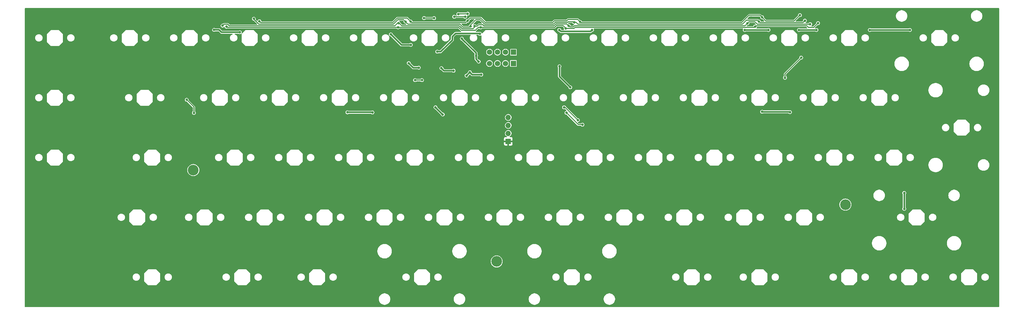
<source format=gbr>
%TF.GenerationSoftware,KiCad,Pcbnew,9.0.3*%
%TF.CreationDate,2025-10-13T22:17:33+02:00*%
%TF.ProjectId,macrolev,6d616372-6f6c-4657-962e-6b696361645f,1.0*%
%TF.SameCoordinates,Original*%
%TF.FileFunction,Copper,L1,Top*%
%TF.FilePolarity,Positive*%
%FSLAX46Y46*%
G04 Gerber Fmt 4.6, Leading zero omitted, Abs format (unit mm)*
G04 Created by KiCad (PCBNEW 9.0.3) date 2025-10-13 22:17:33*
%MOMM*%
%LPD*%
G01*
G04 APERTURE LIST*
%TA.AperFunction,ComponentPad*%
%ADD10R,1.700000X1.700000*%
%TD*%
%TA.AperFunction,ComponentPad*%
%ADD11C,1.700000*%
%TD*%
%TA.AperFunction,ComponentPad*%
%ADD12C,3.400000*%
%TD*%
%TA.AperFunction,ComponentPad*%
%ADD13O,1.700000X1.700000*%
%TD*%
%TA.AperFunction,ViaPad*%
%ADD14C,0.800000*%
%TD*%
%TA.AperFunction,Conductor*%
%ADD15C,0.300000*%
%TD*%
%TA.AperFunction,Conductor*%
%ADD16C,0.500000*%
%TD*%
G04 APERTURE END LIST*
D10*
%TO.P,REF\u002A\u002A,1*%
%TO.N,N/C*%
X185722386Y-48144393D03*
D11*
%TO.P,REF\u002A\u002A,2*%
X183182386Y-48144393D03*
%TO.P,REF\u002A\u002A,3*%
X180642386Y-48144393D03*
%TO.P,REF\u002A\u002A,4*%
X178102386Y-48144393D03*
%TD*%
D10*
%TO.P,REF\u002A\u002A,1*%
%TO.N,N/C*%
X185725026Y-44550517D03*
D11*
%TO.P,REF\u002A\u002A,2*%
X183185026Y-44550517D03*
%TO.P,REF\u002A\u002A,3*%
X180645026Y-44550517D03*
%TO.P,REF\u002A\u002A,4*%
X178105026Y-44550517D03*
%TD*%
D12*
%TO.P,REF\u002A\u002A,1*%
%TO.N,N/C*%
X291200000Y-93100000D03*
%TD*%
D10*
%TO.P,J2,1,Pin_1*%
%TO.N,GND*%
X184075000Y-72945000D03*
D13*
%TO.P,J2,2,Pin_2*%
%TO.N,/I2C_SDA*%
X184075000Y-70405000D03*
%TO.P,J2,3,Pin_3*%
%TO.N,/I2C_SCL*%
X184075000Y-67865000D03*
%TO.P,J2,4,Pin_4*%
%TO.N,+3.3V*%
X184075000Y-65325000D03*
%TD*%
D12*
%TO.P,REF\u002A\u002A,1*%
%TO.N,N/C*%
X84000000Y-82100000D03*
%TD*%
%TO.P,REF\u002A\u002A,1*%
%TO.N,N/C*%
X180400000Y-111200000D03*
%TD*%
D14*
%TO.N,GND*%
X161836091Y-51246268D03*
%TO.N,/AMUX0:7*%
X81900000Y-59700000D03*
X84200000Y-63900000D03*
%TO.N,/SELECT0*%
X264750000Y-33450000D03*
X105000000Y-34700000D03*
X276750000Y-32750000D03*
X171150000Y-34550000D03*
X206900000Y-34900000D03*
X153050000Y-34800000D03*
%TO.N,/SELECT1*%
X263700000Y-34800000D03*
X278325000Y-34500000D03*
X205020023Y-35029977D03*
X151450000Y-34850000D03*
X172100000Y-36350500D03*
X103250000Y-33900000D03*
%TO.N,GND*%
X207800000Y-117600000D03*
X295750000Y-115800000D03*
X149350000Y-65150000D03*
X307900000Y-38950000D03*
X175293023Y-44656797D03*
X122600000Y-43300000D03*
X116800000Y-95550000D03*
X74900000Y-65700000D03*
X273450000Y-85850000D03*
X273050000Y-52950000D03*
X188700000Y-106650000D03*
X291000000Y-71950000D03*
X266200000Y-33400000D03*
X70380000Y-62300000D03*
X65520000Y-43060000D03*
X175900000Y-66550000D03*
X294100000Y-43450000D03*
X303650000Y-40850000D03*
X232100000Y-102000000D03*
X302450000Y-45950000D03*
X202100000Y-71450000D03*
X41600000Y-55850000D03*
X123900000Y-121500000D03*
X181850000Y-72900000D03*
X211200000Y-73550000D03*
X227500000Y-75650000D03*
X245950000Y-114650000D03*
X247400000Y-62200000D03*
X88300000Y-72650000D03*
X111550000Y-70050000D03*
X184350000Y-57850000D03*
X90950000Y-62250000D03*
X170160000Y-47220000D03*
X317100000Y-70450000D03*
X90700000Y-72200000D03*
X112450000Y-62350000D03*
X295550000Y-38600000D03*
X114700000Y-73850000D03*
X95350000Y-33200000D03*
X126600000Y-57300000D03*
X281300000Y-38750000D03*
X85350000Y-63900000D03*
X119700000Y-117700000D03*
X136100000Y-83200000D03*
X255950000Y-43150000D03*
X305450000Y-36150000D03*
X74300000Y-51250000D03*
X261250000Y-33550000D03*
X202300000Y-52100000D03*
X140250000Y-99700000D03*
X117450000Y-42300000D03*
X259000000Y-69300000D03*
X130100000Y-70850000D03*
X217490000Y-43300000D03*
X127400000Y-93400000D03*
X283000000Y-65950000D03*
X287250000Y-98850000D03*
X140650000Y-116800000D03*
X214500000Y-61700000D03*
X229200000Y-64650000D03*
X319100000Y-75750000D03*
X215150000Y-80200000D03*
X153400000Y-68050000D03*
X124450000Y-62750000D03*
X126900000Y-114750000D03*
X286000000Y-81800000D03*
X126550000Y-42100000D03*
X315850000Y-74350000D03*
X67000000Y-55450000D03*
X265050000Y-76150000D03*
X305950000Y-62150000D03*
X72470000Y-81550000D03*
X176150000Y-47250000D03*
X231700000Y-41750000D03*
X313400000Y-112850000D03*
X297800000Y-103600000D03*
X207350000Y-66550000D03*
X224450000Y-98600000D03*
X181400000Y-39750000D03*
X192750000Y-45350000D03*
X209950000Y-33350000D03*
X182100000Y-100450000D03*
X151200000Y-67350000D03*
X204150000Y-35600000D03*
X168650000Y-64100000D03*
X161950000Y-93450000D03*
X92300000Y-114700000D03*
X199900000Y-54200000D03*
X156850000Y-121550000D03*
X198150000Y-99150000D03*
X92450000Y-68600000D03*
X283650000Y-74250000D03*
X36250000Y-37900000D03*
X168789317Y-51064672D03*
X293350000Y-112450000D03*
X292850000Y-122050000D03*
X330700000Y-83500000D03*
X74930000Y-114180000D03*
X191100000Y-42800000D03*
X164200000Y-37550000D03*
X239400000Y-42050000D03*
X215500000Y-65350000D03*
X182050000Y-46350000D03*
X156950000Y-81800000D03*
X76800000Y-48550000D03*
X239350000Y-86000000D03*
X199000000Y-70700000D03*
X62550000Y-105350000D03*
X333750000Y-115300000D03*
X234200000Y-79950000D03*
X192600000Y-51650000D03*
X286450000Y-68650000D03*
X329050000Y-65300000D03*
X202950000Y-42250000D03*
X307200000Y-100750000D03*
X145150000Y-73250000D03*
X92500000Y-50950000D03*
X87900000Y-75150000D03*
X259800000Y-93200000D03*
X145500000Y-60550000D03*
X172900000Y-50300000D03*
X256750000Y-113350000D03*
X88100000Y-46150000D03*
X331450000Y-69450000D03*
X201150000Y-36800000D03*
X265900000Y-71500000D03*
X278700000Y-93300000D03*
X152350000Y-43550000D03*
X171350000Y-35600000D03*
X327350000Y-112300000D03*
X104300000Y-93550000D03*
X281350000Y-35100000D03*
X306750000Y-67700000D03*
X253200000Y-75800000D03*
X123800000Y-71150000D03*
X71800000Y-68700000D03*
X154750000Y-86800000D03*
X264550000Y-121850000D03*
X149650000Y-37500000D03*
X40400000Y-73400000D03*
X260650000Y-59000000D03*
X87950000Y-67450000D03*
X67200000Y-38850000D03*
X70650000Y-70800000D03*
X288200000Y-72500000D03*
X170050000Y-34300000D03*
X207800000Y-105850000D03*
X303100000Y-75750000D03*
X153100000Y-91400000D03*
X323850000Y-113750000D03*
X298550000Y-57700000D03*
X148590000Y-75850000D03*
X182900000Y-93400000D03*
X269200000Y-61550000D03*
X281750000Y-75700000D03*
X153700000Y-33950000D03*
X261400000Y-35700000D03*
X156200000Y-44350000D03*
X330400000Y-122000000D03*
X335650000Y-73800000D03*
X168750000Y-48690000D03*
X222250000Y-63300000D03*
X251000000Y-73200000D03*
X133050000Y-62600000D03*
X278350000Y-46350000D03*
X243550000Y-98950000D03*
X207750000Y-34250000D03*
X86150000Y-39150000D03*
X275200000Y-32450000D03*
X90300000Y-67950000D03*
X167350000Y-98550000D03*
X195000000Y-67800000D03*
X153300000Y-117800000D03*
X77250000Y-65750000D03*
X188800000Y-75550000D03*
X158600000Y-68500000D03*
X105050000Y-79150000D03*
X207900000Y-51300000D03*
X263650000Y-38400000D03*
X148700000Y-114950000D03*
X165900000Y-51700000D03*
X92900000Y-55550000D03*
X192950000Y-94550000D03*
X199650000Y-65700000D03*
X258350000Y-38500000D03*
X294900000Y-102500000D03*
X150400000Y-35050000D03*
X286200000Y-74500000D03*
X154550000Y-72350000D03*
X178750000Y-99250000D03*
X158300000Y-46200000D03*
X176650000Y-49150000D03*
X331750000Y-112900000D03*
X322500000Y-72600000D03*
X178650000Y-94700000D03*
X260600000Y-117900000D03*
X100150000Y-81500000D03*
X300650000Y-81800000D03*
X129150000Y-98750000D03*
X218250000Y-67200000D03*
X136770000Y-74440000D03*
X225200000Y-105850000D03*
X43850000Y-75650000D03*
X81700000Y-43050000D03*
X147750000Y-47950000D03*
X134300000Y-68700000D03*
X109200000Y-93350000D03*
X161150000Y-43350000D03*
X159900000Y-32750000D03*
X90250000Y-101350000D03*
X116250000Y-113900000D03*
X106250000Y-55250000D03*
X157850000Y-43100000D03*
X86600000Y-93650000D03*
X229000000Y-55850000D03*
X255800000Y-97950000D03*
X145850000Y-93750000D03*
X190750000Y-54200000D03*
X267150000Y-114950000D03*
X269950000Y-41050000D03*
X71000000Y-121250000D03*
X224600000Y-80700000D03*
X162650000Y-100550000D03*
X157200000Y-71750000D03*
X158750000Y-50575000D03*
X147100000Y-37650000D03*
X262100000Y-41700000D03*
X83250000Y-99700000D03*
X258150000Y-33450000D03*
X197650000Y-93950000D03*
X174950000Y-37600000D03*
X239050000Y-117800000D03*
X166100000Y-45960000D03*
X80350000Y-51300000D03*
X145600000Y-46350000D03*
X290850000Y-79100000D03*
X104300000Y-33850000D03*
X240450000Y-61200000D03*
X324200000Y-38600000D03*
X93300000Y-71450000D03*
X83900000Y-70700000D03*
X282000000Y-52250000D03*
X170500000Y-62300000D03*
X121400000Y-57750000D03*
X253350000Y-81050000D03*
X36100000Y-80500000D03*
X281400000Y-96400000D03*
X147100000Y-33900000D03*
X278450000Y-74300000D03*
X108550000Y-71900000D03*
X278050000Y-53150000D03*
X161200000Y-45350000D03*
X304350000Y-99200000D03*
X187450000Y-104000000D03*
X150400000Y-62200000D03*
X67200000Y-100550000D03*
X197150000Y-65950000D03*
X246450000Y-55700000D03*
X228750000Y-49600000D03*
X211850000Y-56350000D03*
X142100000Y-62950000D03*
X317400000Y-64450000D03*
X261600000Y-62200000D03*
X221600000Y-69800000D03*
X224400000Y-55500000D03*
X174600000Y-61050000D03*
X194500000Y-49000000D03*
X148650000Y-43050000D03*
X175000000Y-41200000D03*
X320150000Y-65850000D03*
X263700000Y-33700000D03*
X317100000Y-41850000D03*
X76650000Y-74000000D03*
X244400000Y-39450000D03*
X106250000Y-76400000D03*
X211850000Y-61750000D03*
X315150000Y-45800000D03*
X66800000Y-91950000D03*
X166200000Y-55050000D03*
X193550000Y-74750000D03*
X244050000Y-49050000D03*
X232400000Y-74600000D03*
X272600000Y-95000000D03*
X228750000Y-97950000D03*
X97300000Y-113600000D03*
X270050000Y-81300000D03*
X160300000Y-58800000D03*
X132050000Y-72100000D03*
X91080000Y-95880000D03*
X260400000Y-100500000D03*
X103050000Y-54100000D03*
X309950000Y-68350000D03*
X113050000Y-79400000D03*
X309900000Y-72150000D03*
X282750000Y-105150000D03*
X41670000Y-43260000D03*
X235950000Y-43350000D03*
X197600000Y-69350000D03*
X151400000Y-54650000D03*
X185100000Y-42700000D03*
X138350000Y-53550000D03*
X167430000Y-47390000D03*
X158250000Y-53300000D03*
X285950000Y-113750000D03*
X241050000Y-49600000D03*
X124400000Y-80700000D03*
X288400000Y-69500000D03*
X254400000Y-49100000D03*
X71050000Y-74700000D03*
X111350000Y-103800000D03*
X206500000Y-55700000D03*
X159050000Y-113700000D03*
X146700000Y-70950000D03*
X168800000Y-43220000D03*
X127250000Y-83500000D03*
X95000000Y-69350000D03*
X120100000Y-112000000D03*
X165850000Y-93250000D03*
X188050000Y-44650000D03*
X98550000Y-100700000D03*
X136800000Y-67650000D03*
X206850000Y-62200000D03*
X208050000Y-101650000D03*
X71400000Y-111900000D03*
X205500000Y-95250000D03*
X264550000Y-112500000D03*
X257200000Y-56900000D03*
X204900000Y-121750000D03*
X200750000Y-117700000D03*
X242150000Y-112500000D03*
X102920000Y-115080000D03*
X289300000Y-62700000D03*
X177150000Y-34150000D03*
X109500000Y-101850000D03*
X170800000Y-56400000D03*
X216750000Y-54200000D03*
X297000000Y-47450000D03*
X286050000Y-57950000D03*
X229150000Y-60500000D03*
X307600000Y-92500000D03*
X264000000Y-66000000D03*
X63550000Y-35900000D03*
X327300000Y-81350000D03*
X189600000Y-62050000D03*
X263200000Y-94700000D03*
X89950000Y-39200000D03*
X120800000Y-75050000D03*
X271850000Y-33450000D03*
X79750000Y-40100000D03*
X62450000Y-94300000D03*
X303100000Y-55600000D03*
X196950000Y-44300000D03*
X311600000Y-84250000D03*
X186100000Y-69600000D03*
X157450000Y-61550000D03*
X202150000Y-61000000D03*
X98300000Y-75050000D03*
X213350000Y-52750000D03*
X255950000Y-93150000D03*
X82900000Y-73900000D03*
X178100000Y-57700000D03*
X171450000Y-45790000D03*
X168750000Y-53600000D03*
X74650000Y-72050000D03*
X155300000Y-37850000D03*
X140500000Y-43350000D03*
X260050000Y-78700000D03*
X80250000Y-71250000D03*
X124150000Y-101150000D03*
X242700000Y-121400000D03*
X268350000Y-72050000D03*
X307500000Y-74850000D03*
X139400000Y-73750000D03*
X228600000Y-81750000D03*
X314650000Y-93850000D03*
X201400000Y-74650000D03*
X309150000Y-112350000D03*
X322450000Y-43450000D03*
X134950000Y-72300000D03*
X308650000Y-85400000D03*
X302300000Y-62750000D03*
X52550000Y-68600000D03*
X174500000Y-74900000D03*
X275200000Y-43180000D03*
X241700000Y-93450000D03*
X101400000Y-111650000D03*
X321250000Y-74300000D03*
X275250000Y-63350000D03*
X138700000Y-62500000D03*
X276650000Y-39000000D03*
X320850000Y-34800000D03*
X124450000Y-112050000D03*
X118850000Y-60950000D03*
X202500000Y-93200000D03*
X90700000Y-47550000D03*
X322900000Y-66150000D03*
X151850000Y-72900000D03*
X92450000Y-108100000D03*
X96050000Y-42200000D03*
X260150000Y-111100000D03*
X138750000Y-65800000D03*
X149250000Y-50550000D03*
X166100000Y-63050000D03*
X205900000Y-68900000D03*
X266300000Y-38850000D03*
X260600000Y-38650000D03*
X186400000Y-98800000D03*
X246400000Y-85700000D03*
X212800000Y-87300000D03*
X182050000Y-55300000D03*
X172900000Y-52750000D03*
X286600000Y-46900000D03*
X273200000Y-65600000D03*
X192000000Y-56550000D03*
X43400000Y-38750000D03*
X168800000Y-45939949D03*
X293400000Y-52050000D03*
X110950000Y-55450000D03*
X179350000Y-45600000D03*
X179350000Y-102450000D03*
X325300000Y-41950000D03*
X178300000Y-50850000D03*
X83800000Y-45100000D03*
X321900000Y-70700000D03*
X280750000Y-62000000D03*
X97050000Y-87050000D03*
X269650000Y-87850000D03*
X167490000Y-44560000D03*
X289200000Y-40150000D03*
X134050000Y-56850000D03*
X67150000Y-110300000D03*
X136250000Y-62450000D03*
X285450000Y-33200000D03*
X188050000Y-48200000D03*
X179300000Y-81100000D03*
X82750000Y-35800000D03*
X217550000Y-93150000D03*
X272600000Y-73950000D03*
X181250000Y-42800000D03*
X170800000Y-53250000D03*
X189050000Y-92100000D03*
X220650000Y-76950000D03*
X95550000Y-89600000D03*
X136000000Y-42250000D03*
X250200000Y-86700000D03*
X80750000Y-59700000D03*
X199050000Y-112550000D03*
X262200000Y-55650000D03*
X173950000Y-35350000D03*
X143400000Y-38850000D03*
X109950000Y-98950000D03*
X41450000Y-62290000D03*
X219700000Y-38750000D03*
X36200000Y-60850000D03*
X96000000Y-117750000D03*
X212650000Y-41800000D03*
X146600000Y-102550000D03*
X163350000Y-41850000D03*
X85400000Y-66000000D03*
X269900000Y-74300000D03*
X208300000Y-75150000D03*
X155800000Y-40550000D03*
X166250000Y-65750000D03*
X269250000Y-64650000D03*
X119700000Y-79750000D03*
X247150000Y-89800000D03*
X222650000Y-93500000D03*
X286700000Y-63750000D03*
X220700000Y-46750000D03*
X194050000Y-41050000D03*
X201650000Y-64500000D03*
X184800000Y-108450000D03*
X277400000Y-33650000D03*
X284550000Y-62450000D03*
X87700000Y-56500000D03*
X218000000Y-70100000D03*
X246500000Y-73400000D03*
X208350000Y-39250000D03*
X312500000Y-65700000D03*
X74050000Y-67950000D03*
X251250000Y-48250000D03*
X170100000Y-76600000D03*
X317450000Y-98650000D03*
X101220000Y-43400000D03*
X165100000Y-57200000D03*
X160100000Y-117600000D03*
X60550000Y-40050000D03*
X225050000Y-88600000D03*
X141350000Y-50800000D03*
X216750000Y-61050000D03*
X73000000Y-71300000D03*
X266200000Y-61900000D03*
X312350000Y-58050000D03*
X182050000Y-56400000D03*
X106750000Y-61850000D03*
X83000000Y-58100000D03*
X279650000Y-70050000D03*
X154550000Y-113500000D03*
X112150000Y-73550000D03*
X168000000Y-37600000D03*
X148250000Y-98550000D03*
X159600000Y-70800000D03*
X103000000Y-99000000D03*
X188100000Y-39500000D03*
X318250000Y-53400000D03*
X254950000Y-108550000D03*
X72350000Y-56950000D03*
X335350000Y-41400000D03*
X235550000Y-94200000D03*
X164450000Y-32300000D03*
X163450000Y-45900000D03*
X314750000Y-115500000D03*
X150850000Y-40900000D03*
X149650000Y-107500000D03*
X222700000Y-102450000D03*
X100400000Y-121300000D03*
X142750000Y-94000000D03*
X95700000Y-35050000D03*
X268050000Y-69300000D03*
X172500000Y-41800000D03*
X193950000Y-81200000D03*
X115250000Y-56600000D03*
X63450000Y-100850000D03*
X237950000Y-112450000D03*
X213200000Y-72250000D03*
X214450000Y-74450000D03*
X106900000Y-42300000D03*
X92150000Y-36000000D03*
X43620000Y-79840000D03*
X155900000Y-33000000D03*
X170250000Y-44490000D03*
X176500000Y-55250000D03*
X246350000Y-79600000D03*
X162600000Y-48150000D03*
X331900000Y-73100000D03*
X124100000Y-93200000D03*
X204750000Y-112350000D03*
X312350000Y-121650000D03*
X176500000Y-56300000D03*
X167050000Y-32150000D03*
%TO.N,/SELECT3*%
X282500000Y-35300500D03*
X202550000Y-63850000D03*
X149050000Y-36625500D03*
X94541220Y-36441720D03*
X262500000Y-36400000D03*
X202300000Y-37000000D03*
X175300949Y-36664136D03*
X207650000Y-67650000D03*
%TO.N,/SELECT2*%
X149200000Y-35300000D03*
X280000000Y-35625000D03*
X173398576Y-36248576D03*
X201825000Y-62125000D03*
X260099750Y-35349750D03*
X93300000Y-36100000D03*
X206200000Y-66200000D03*
X203266053Y-36125000D03*
%TO.N,+3.3VA*%
X259200000Y-37475000D03*
X266750000Y-37475000D03*
X140925000Y-63750000D03*
X90600000Y-37450000D03*
X311700000Y-37475000D03*
X152450000Y-48050000D03*
X273600000Y-63650000D03*
X153100000Y-42229218D03*
X98775000Y-38206003D03*
X146775000Y-38875000D03*
X200300000Y-37475000D03*
X161525000Y-44375000D03*
X132950000Y-63700000D03*
X210700000Y-37475000D03*
X203775000Y-55725000D03*
X200350000Y-49050000D03*
X309900000Y-89400000D03*
X264725000Y-63525000D03*
X282000000Y-37475000D03*
X298950000Y-37475000D03*
X276425000Y-37475000D03*
X309900000Y-94450000D03*
X155650000Y-49482330D03*
X163250000Y-64400000D03*
X175050000Y-38700000D03*
X160950000Y-62100000D03*
%TO.N,/ADC1*%
X160500000Y-33700000D03*
X157300000Y-33700000D03*
%TO.N,/ADC2*%
X170375000Y-33275000D03*
X166900000Y-33275000D03*
%TO.N,/AMUX3:8*%
X277150000Y-46300000D03*
X272000000Y-52700000D03*
%TO.N,+3.3V*%
X169325000Y-40250000D03*
X162825000Y-49625000D03*
X170819370Y-52031656D03*
X173853119Y-45676584D03*
X166700000Y-50450000D03*
X171879678Y-50971349D03*
X175500000Y-51710000D03*
X174675895Y-47550000D03*
%TO.N,/NRST*%
X154450000Y-53450000D03*
X156650000Y-53450000D03*
%TO.N,/ADC3*%
X168200000Y-32425000D03*
X171200000Y-32300000D03*
%TD*%
D15*
%TO.N,/AMUX0:7*%
X84200000Y-62000000D02*
X84200000Y-63900000D01*
X81900000Y-59700000D02*
X84200000Y-62000000D01*
%TO.N,/SELECT0*%
X105425500Y-35125500D02*
X147374500Y-35125500D01*
X265925000Y-34625000D02*
X264750000Y-33450000D01*
X147374500Y-35125500D02*
X148800000Y-33700000D01*
X274875000Y-34625000D02*
X265925000Y-34625000D01*
X170574500Y-35125500D02*
X171150000Y-34550000D01*
X172000000Y-33700000D02*
X175355844Y-33700000D01*
X264100000Y-32800000D02*
X264750000Y-33450000D01*
X206150000Y-34150000D02*
X206900000Y-34900000D01*
X148800000Y-33700000D02*
X151950000Y-33700000D01*
X260592894Y-32800000D02*
X264100000Y-32800000D01*
X151950000Y-33700000D02*
X153050000Y-34800000D01*
X153375500Y-35125500D02*
X170574500Y-35125500D01*
X198778680Y-34550000D02*
X202691052Y-34550000D01*
X202691052Y-34550000D02*
X203091052Y-34150000D01*
X176780844Y-35125000D02*
X198203681Y-35125000D01*
X207150000Y-35150000D02*
X258242894Y-35150000D01*
X203091052Y-34150000D02*
X206150000Y-34150000D01*
X206900000Y-34900000D02*
X207150000Y-35150000D01*
X258242894Y-35150000D02*
X260592894Y-32800000D01*
X198203681Y-35125000D02*
X198778680Y-34550000D01*
X175355844Y-33700000D02*
X176780844Y-35125000D01*
X276750000Y-32750000D02*
X274875000Y-34625000D01*
X153050000Y-34800000D02*
X153375500Y-35125500D01*
X171150000Y-34550000D02*
X172000000Y-33700000D01*
X105000000Y-34700000D02*
X105425500Y-35125500D01*
%TO.N,/SELECT1*%
X171850500Y-36600000D02*
X169664212Y-36600000D01*
X104820170Y-35625500D02*
X147581606Y-35625500D01*
X203098159Y-34850000D02*
X204840046Y-34850000D01*
X198410788Y-35625000D02*
X198985787Y-35050000D01*
X278325000Y-34500000D02*
X277700000Y-35125000D01*
X172100000Y-35900000D02*
X173800000Y-34200000D01*
X198985787Y-35050000D02*
X202898159Y-35050000D01*
X150800000Y-34200000D02*
X151450000Y-34850000D01*
X202898159Y-35050000D02*
X203098159Y-34850000D01*
X263249500Y-34349500D02*
X263700000Y-34800000D01*
X205629977Y-35029977D02*
X206250000Y-35650000D01*
X264025000Y-35125000D02*
X273166303Y-35125000D01*
X103250000Y-33900000D02*
X103250000Y-34055330D01*
X103250000Y-34055330D02*
X104820170Y-35625500D01*
X205020023Y-35029977D02*
X205629977Y-35029977D01*
X259750500Y-34349500D02*
X263249500Y-34349500D01*
X175148738Y-34200000D02*
X176573738Y-35625000D01*
X168689712Y-35625500D02*
X152225500Y-35625500D01*
X169664212Y-36600000D02*
X168689712Y-35625500D01*
X149007106Y-34200000D02*
X150800000Y-34200000D01*
X206250000Y-35650000D02*
X258450000Y-35650000D01*
X172100000Y-36350500D02*
X171850500Y-36600000D01*
X204840046Y-34850000D02*
X205020023Y-35029977D01*
X152225500Y-35625500D02*
X151450000Y-34850000D01*
X263700000Y-34800000D02*
X264025000Y-35125000D01*
X277700000Y-35125000D02*
X273167303Y-35125000D01*
X176573738Y-35625000D02*
X198410788Y-35625000D01*
X173800000Y-34200000D02*
X175148738Y-34200000D01*
X258450000Y-35650000D02*
X259750500Y-34349500D01*
X172100000Y-36350500D02*
X172100000Y-35900000D01*
X147581606Y-35625500D02*
X149007106Y-34200000D01*
%TO.N,/SELECT3*%
X205307106Y-36650000D02*
X262250000Y-36650000D01*
X279425000Y-36625000D02*
X281175500Y-36625000D01*
X94725000Y-36625500D02*
X94541220Y-36441720D01*
X169250000Y-37600000D02*
X173600000Y-37600000D01*
X175340085Y-36625000D02*
X198825000Y-36625000D01*
X174535864Y-36664136D02*
X175300949Y-36664136D01*
X204957107Y-37000000D02*
X205307106Y-36650000D01*
X202300000Y-37000000D02*
X204957107Y-37000000D01*
X198825000Y-36625000D02*
X199400000Y-36050000D01*
X262500000Y-36400000D02*
X262775000Y-36125000D01*
X202300000Y-36889339D02*
X202300000Y-37000000D01*
X262250000Y-36650000D02*
X262500000Y-36400000D01*
X199400000Y-36050000D02*
X201460661Y-36050000D01*
X281175500Y-36625000D02*
X282500000Y-35300500D01*
X173600000Y-37600000D02*
X174535864Y-36664136D01*
X262775000Y-36125000D02*
X278925000Y-36125000D01*
X207600000Y-67600000D02*
X207650000Y-67650000D01*
X278925000Y-36125000D02*
X279425000Y-36625000D01*
X175300949Y-36664136D02*
X175340085Y-36625000D01*
X206300000Y-67600000D02*
X207600000Y-67600000D01*
X201460661Y-36050000D02*
X202300000Y-36889339D01*
X149050000Y-36625500D02*
X94725000Y-36625500D01*
X168275500Y-36625500D02*
X169250000Y-37600000D01*
X202550000Y-63850000D02*
X206300000Y-67600000D01*
X149050000Y-36625500D02*
X168275500Y-36625500D01*
%TO.N,/SELECT2*%
X94950000Y-35650000D02*
X93750000Y-35650000D01*
X173398576Y-36248576D02*
X174201424Y-36248576D01*
X93750000Y-35650000D02*
X93300000Y-36100000D01*
X176366632Y-36125000D02*
X198617894Y-36125000D01*
X169457106Y-37100000D02*
X172900000Y-37100000D01*
X172900000Y-37100000D02*
X173398576Y-36601424D01*
X149200000Y-35300000D02*
X149400000Y-35300000D01*
X199192894Y-35550000D02*
X202691053Y-35550000D01*
X149400000Y-35300000D02*
X150225500Y-36125500D01*
X202125000Y-62125000D02*
X206200000Y-66200000D01*
X174201424Y-36248576D02*
X174650000Y-35800000D01*
X204750000Y-36500000D02*
X203641053Y-36500000D01*
X173398576Y-36601424D02*
X173398576Y-36248576D01*
X198617894Y-36125000D02*
X199192894Y-35550000D01*
X280000000Y-35625000D02*
X263225000Y-35625000D01*
X262449500Y-34849500D02*
X260600000Y-34849500D01*
X202691053Y-35550000D02*
X203266053Y-36125000D01*
X205100000Y-36150000D02*
X204750000Y-36500000D01*
X260600000Y-34849500D02*
X260099750Y-35349750D01*
X203641053Y-36500000D02*
X203266053Y-36125000D01*
X148088712Y-36125500D02*
X95425500Y-36125500D01*
X176041632Y-35800000D02*
X176366632Y-36125000D01*
X168482606Y-36125500D02*
X169457106Y-37100000D01*
X260099750Y-35349750D02*
X259299500Y-36150000D01*
X201825000Y-62125000D02*
X202125000Y-62125000D01*
X95425500Y-36125500D02*
X94950000Y-35650000D01*
X149200000Y-35300000D02*
X148914212Y-35300000D01*
X148914212Y-35300000D02*
X148088712Y-36125500D01*
X259299500Y-36150000D02*
X205100000Y-36150000D01*
X263225000Y-35625000D02*
X262449500Y-34849500D01*
X150225500Y-36125500D02*
X168482606Y-36125500D01*
X174650000Y-35800000D02*
X176041632Y-35800000D01*
D16*
%TO.N,+3.3VA*%
X95550000Y-38200000D02*
X95556003Y-38206003D01*
X153100000Y-42229218D02*
X150129218Y-42229218D01*
X309900000Y-94450000D02*
X309900000Y-89400000D01*
X210700000Y-37475000D02*
X210700000Y-37500000D01*
X90600000Y-37450000D02*
X92200000Y-37450000D01*
X132950000Y-63700000D02*
X140875000Y-63700000D01*
X273500000Y-63550000D02*
X264750000Y-63550000D01*
X200775000Y-37950000D02*
X200300000Y-37475000D01*
X174925000Y-38575000D02*
X167325000Y-38575000D01*
X166300000Y-40700000D02*
X162625000Y-44375000D01*
X150129218Y-42229218D02*
X146775000Y-38875000D01*
X259200000Y-37475000D02*
X266750000Y-37475000D01*
X163250000Y-64400000D02*
X160950000Y-62100000D01*
X152450000Y-48050000D02*
X153900000Y-49500000D01*
X153900000Y-49500000D02*
X155632330Y-49500000D01*
X162625000Y-44375000D02*
X161525000Y-44375000D01*
X311700000Y-37475000D02*
X298950000Y-37475000D01*
X155632330Y-49500000D02*
X155650000Y-49482330D01*
X273600000Y-63650000D02*
X273500000Y-63550000D01*
X210250000Y-37950000D02*
X200775000Y-37950000D01*
X264750000Y-63550000D02*
X264725000Y-63525000D01*
X282000000Y-37475000D02*
X276375000Y-37475000D01*
X200350000Y-52300000D02*
X203775000Y-55725000D01*
X140875000Y-63700000D02*
X140925000Y-63750000D01*
X95556003Y-38206003D02*
X98775000Y-38206003D01*
X167325000Y-38575000D02*
X166300000Y-39600000D01*
X210700000Y-37500000D02*
X210250000Y-37950000D01*
X92200000Y-37450000D02*
X92950000Y-38200000D01*
X175050000Y-38700000D02*
X174925000Y-38575000D01*
X200350000Y-49050000D02*
X200350000Y-52300000D01*
X166300000Y-39600000D02*
X166300000Y-40700000D01*
X92950000Y-38200000D02*
X95550000Y-38200000D01*
D15*
%TO.N,/ADC1*%
X160500000Y-33700000D02*
X157300000Y-33700000D01*
%TO.N,/ADC2*%
X166900000Y-33275000D02*
X170375000Y-33275000D01*
%TO.N,/AMUX3:8*%
X272000000Y-51450000D02*
X272000000Y-52700000D01*
X277150000Y-46300000D02*
X272000000Y-51450000D01*
D16*
%TO.N,+3.3V*%
X170819370Y-52031656D02*
X170819371Y-52031656D01*
X175500000Y-51710000D02*
X172618329Y-51710000D01*
X173853119Y-44803119D02*
X173853119Y-45676584D01*
X162825000Y-49625000D02*
X163650000Y-50450000D01*
X170819371Y-52031656D02*
X171879678Y-50971349D01*
X173853119Y-46727224D02*
X173853119Y-45676584D01*
X174675895Y-47550000D02*
X173853119Y-46727224D01*
X169325000Y-40250000D02*
X169325000Y-40275000D01*
X172618329Y-51710000D02*
X171879678Y-50971349D01*
X169325000Y-40275000D02*
X173853119Y-44803119D01*
X163650000Y-50450000D02*
X166700000Y-50450000D01*
D15*
%TO.N,/NRST*%
X156650000Y-53450000D02*
X154450000Y-53450000D01*
%TO.N,/ADC3*%
X171200000Y-32300000D02*
X168325000Y-32300000D01*
X168325000Y-32300000D02*
X168200000Y-32425000D01*
%TD*%
%TA.AperFunction,Conductor*%
%TO.N,GND*%
G36*
X262320249Y-35220002D02*
G01*
X262341223Y-35236905D01*
X262690589Y-35586271D01*
X262724615Y-35648583D01*
X262719550Y-35719398D01*
X262677003Y-35776234D01*
X262610483Y-35801045D01*
X262585054Y-35800289D01*
X262579059Y-35799500D01*
X262579057Y-35799500D01*
X262420943Y-35799500D01*
X262350456Y-35818387D01*
X262268211Y-35840424D01*
X262131287Y-35919477D01*
X262131277Y-35919485D01*
X262019485Y-36031277D01*
X262019477Y-36031287D01*
X261940424Y-36168212D01*
X261940423Y-36168216D01*
X261930269Y-36206111D01*
X261893319Y-36266733D01*
X261829459Y-36297755D01*
X261808563Y-36299500D01*
X259949872Y-36299500D01*
X259928282Y-36293160D01*
X259905840Y-36291556D01*
X259894883Y-36283353D01*
X259881751Y-36279498D01*
X259867017Y-36262494D01*
X259849004Y-36249010D01*
X259844220Y-36236185D01*
X259835258Y-36225842D01*
X259832055Y-36203569D01*
X259824193Y-36182489D01*
X259827101Y-36169116D01*
X259825154Y-36155568D01*
X259834501Y-36135101D01*
X259839284Y-36113115D01*
X259852770Y-36095099D01*
X259854648Y-36090988D01*
X259860776Y-36084405D01*
X259958025Y-35987155D01*
X260020337Y-35953130D01*
X260047121Y-35950250D01*
X260178805Y-35950250D01*
X260178807Y-35950250D01*
X260331534Y-35909327D01*
X260331537Y-35909325D01*
X260331538Y-35909325D01*
X260438063Y-35847823D01*
X260468466Y-35830270D01*
X260580270Y-35718466D01*
X260656592Y-35586271D01*
X260659325Y-35581538D01*
X260659325Y-35581537D01*
X260659327Y-35581534D01*
X260700250Y-35428807D01*
X260700250Y-35326000D01*
X260720252Y-35257879D01*
X260773908Y-35211386D01*
X260826250Y-35200000D01*
X262252128Y-35200000D01*
X262320249Y-35220002D01*
G37*
%TD.AperFunction*%
%TA.AperFunction,Conductor*%
G36*
X173217749Y-34070502D02*
G01*
X173264242Y-34124158D01*
X173274346Y-34194432D01*
X173244852Y-34259012D01*
X173238723Y-34265595D01*
X171819536Y-35684780D01*
X171819531Y-35684787D01*
X171819530Y-35684788D01*
X171792686Y-35731284D01*
X171792685Y-35731283D01*
X171773388Y-35764707D01*
X171773384Y-35764716D01*
X171759003Y-35818387D01*
X171726393Y-35874870D01*
X171619482Y-35981781D01*
X171619477Y-35981787D01*
X171540424Y-36118712D01*
X171540423Y-36118716D01*
X171530403Y-36156111D01*
X171493453Y-36216733D01*
X171429593Y-36247755D01*
X171408697Y-36249500D01*
X169861584Y-36249500D01*
X169793463Y-36229498D01*
X169772489Y-36212595D01*
X169250989Y-35691095D01*
X169216963Y-35628783D01*
X169222028Y-35557968D01*
X169264575Y-35501132D01*
X169331095Y-35476321D01*
X169340084Y-35476000D01*
X170620642Y-35476000D01*
X170620644Y-35476000D01*
X170709788Y-35452114D01*
X170710639Y-35451622D01*
X170710656Y-35451618D01*
X170710654Y-35451614D01*
X170711991Y-35450842D01*
X170789712Y-35405970D01*
X171008276Y-35187404D01*
X171070588Y-35153380D01*
X171097372Y-35150500D01*
X171229055Y-35150500D01*
X171229057Y-35150500D01*
X171381784Y-35109577D01*
X171381787Y-35109575D01*
X171381788Y-35109575D01*
X171516521Y-35031787D01*
X171518716Y-35030520D01*
X171630520Y-34918716D01*
X171687525Y-34819980D01*
X171709575Y-34781788D01*
X171709575Y-34781787D01*
X171709577Y-34781784D01*
X171750500Y-34629057D01*
X171750500Y-34497372D01*
X171770502Y-34429251D01*
X171787405Y-34408276D01*
X171946182Y-34249500D01*
X172108278Y-34087404D01*
X172170590Y-34053379D01*
X172197373Y-34050500D01*
X173149628Y-34050500D01*
X173217749Y-34070502D01*
G37*
%TD.AperFunction*%
%TA.AperFunction,Conductor*%
G36*
X204364033Y-35203936D02*
G01*
X204376176Y-35202777D01*
X204397467Y-35213753D01*
X204420451Y-35220502D01*
X204430015Y-35230532D01*
X204439280Y-35235309D01*
X204461449Y-35263500D01*
X204539500Y-35398689D01*
X204539508Y-35398699D01*
X204651300Y-35510491D01*
X204651305Y-35510495D01*
X204651307Y-35510497D01*
X204651308Y-35510498D01*
X204651310Y-35510499D01*
X204788234Y-35589552D01*
X204788236Y-35589552D01*
X204788239Y-35589554D01*
X204891574Y-35617242D01*
X204952195Y-35654192D01*
X204983216Y-35718053D01*
X204974788Y-35788548D01*
X204929585Y-35843295D01*
X204921963Y-35848066D01*
X204884791Y-35869527D01*
X204884785Y-35869532D01*
X204816913Y-35937405D01*
X204641721Y-36112596D01*
X204579411Y-36146620D01*
X204552628Y-36149500D01*
X203990685Y-36149500D01*
X203922564Y-36129498D01*
X203876071Y-36075842D01*
X203869700Y-36053649D01*
X203868690Y-36053920D01*
X203866458Y-36045589D01*
X203825630Y-35893216D01*
X203825628Y-35893213D01*
X203825628Y-35893211D01*
X203746575Y-35756287D01*
X203746567Y-35756277D01*
X203634775Y-35644485D01*
X203634765Y-35644477D01*
X203497841Y-35565424D01*
X203479796Y-35560589D01*
X203345110Y-35524500D01*
X203223532Y-35524500D01*
X203155411Y-35504498D01*
X203108918Y-35450842D01*
X203098814Y-35380568D01*
X203128308Y-35315988D01*
X203134436Y-35309405D01*
X203169341Y-35274500D01*
X203206437Y-35237403D01*
X203268747Y-35203380D01*
X203295531Y-35200500D01*
X204352330Y-35200500D01*
X204364033Y-35203936D01*
G37*
%TD.AperFunction*%
%TA.AperFunction,Conductor*%
G36*
X175019486Y-34570502D02*
G01*
X175040460Y-34587404D01*
X175447907Y-34994851D01*
X175687461Y-35234404D01*
X175721486Y-35296717D01*
X175716422Y-35367532D01*
X175673875Y-35424368D01*
X175607355Y-35449179D01*
X175598366Y-35449500D01*
X174603856Y-35449500D01*
X174554981Y-35462596D01*
X174514711Y-35473386D01*
X174514707Y-35473388D01*
X174434789Y-35519529D01*
X174093146Y-35861172D01*
X174065771Y-35876119D01*
X174039549Y-35892972D01*
X174033250Y-35893877D01*
X174030834Y-35895197D01*
X174004051Y-35898076D01*
X173949503Y-35898076D01*
X173881382Y-35878074D01*
X173860408Y-35861171D01*
X173767298Y-35768061D01*
X173767288Y-35768053D01*
X173630364Y-35689000D01*
X173612319Y-35684165D01*
X173477633Y-35648076D01*
X173319519Y-35648076D01*
X173166792Y-35688999D01*
X173166790Y-35688999D01*
X173166786Y-35689001D01*
X173143604Y-35702385D01*
X173074609Y-35719122D01*
X173007517Y-35695900D01*
X172963631Y-35640093D01*
X172956883Y-35569417D01*
X172989417Y-35506314D01*
X172991428Y-35504253D01*
X173908279Y-34587402D01*
X173970589Y-34553379D01*
X173997372Y-34550500D01*
X174951365Y-34550500D01*
X175019486Y-34570502D01*
G37*
%TD.AperFunction*%
%TA.AperFunction,Conductor*%
G36*
X150670749Y-34570502D02*
G01*
X150691723Y-34587405D01*
X150812595Y-34708277D01*
X150846621Y-34770589D01*
X150849500Y-34797372D01*
X150849500Y-34929057D01*
X150877026Y-35031784D01*
X150890424Y-35081788D01*
X150969477Y-35218712D01*
X150969485Y-35218722D01*
X151081277Y-35330514D01*
X151081282Y-35330518D01*
X151081284Y-35330520D01*
X151081285Y-35330521D01*
X151081287Y-35330522D01*
X151218211Y-35409575D01*
X151218213Y-35409575D01*
X151218216Y-35409577D01*
X151370943Y-35450500D01*
X151370945Y-35450500D01*
X151502628Y-35450500D01*
X151532543Y-35459283D01*
X151563013Y-35465912D01*
X151568108Y-35469726D01*
X151570749Y-35470502D01*
X151591723Y-35487405D01*
X151664223Y-35559905D01*
X151698249Y-35622217D01*
X151693184Y-35693032D01*
X151650637Y-35749868D01*
X151584117Y-35774679D01*
X151575128Y-35775000D01*
X150422871Y-35775000D01*
X150354750Y-35754998D01*
X150333776Y-35738095D01*
X149818471Y-35222790D01*
X149785859Y-35166306D01*
X149759577Y-35068216D01*
X149690964Y-34949374D01*
X149680522Y-34931287D01*
X149680514Y-34931277D01*
X149568722Y-34819485D01*
X149568712Y-34819477D01*
X149510067Y-34785619D01*
X149461074Y-34734237D01*
X149447638Y-34664523D01*
X149474024Y-34598612D01*
X149531856Y-34557430D01*
X149573067Y-34550500D01*
X150602628Y-34550500D01*
X150670749Y-34570502D01*
G37*
%TD.AperFunction*%
%TA.AperFunction,Conductor*%
G36*
X263932543Y-33159283D02*
G01*
X263963013Y-33165912D01*
X263968108Y-33169726D01*
X263970749Y-33170502D01*
X263991723Y-33187405D01*
X264112595Y-33308277D01*
X264146621Y-33370589D01*
X264149500Y-33397372D01*
X264149500Y-33529057D01*
X264169238Y-33602720D01*
X264190424Y-33681788D01*
X264269477Y-33818712D01*
X264269485Y-33818722D01*
X264381277Y-33930514D01*
X264381282Y-33930518D01*
X264381284Y-33930520D01*
X264381285Y-33930521D01*
X264381287Y-33930522D01*
X264518211Y-34009575D01*
X264518213Y-34009575D01*
X264518216Y-34009577D01*
X264670943Y-34050500D01*
X264670945Y-34050500D01*
X264802628Y-34050500D01*
X264870749Y-34070502D01*
X264891723Y-34087405D01*
X265363723Y-34559405D01*
X265397749Y-34621717D01*
X265392684Y-34692532D01*
X265350137Y-34749368D01*
X265283617Y-34774179D01*
X265274628Y-34774500D01*
X264411534Y-34774500D01*
X264343413Y-34754498D01*
X264296920Y-34700842D01*
X264289827Y-34681112D01*
X264287050Y-34670747D01*
X264259577Y-34568216D01*
X264256519Y-34562920D01*
X264180522Y-34431287D01*
X264180514Y-34431277D01*
X264068722Y-34319485D01*
X264068712Y-34319477D01*
X263931788Y-34240424D01*
X263868208Y-34223388D01*
X263779057Y-34199500D01*
X263647372Y-34199500D01*
X263579251Y-34179498D01*
X263558281Y-34162599D01*
X263464712Y-34069030D01*
X263464711Y-34069029D01*
X263464708Y-34069027D01*
X263384792Y-34022887D01*
X263372065Y-34019477D01*
X263295644Y-33999000D01*
X263295642Y-33999000D01*
X260193766Y-33999000D01*
X260125645Y-33978998D01*
X260079152Y-33925342D01*
X260069048Y-33855068D01*
X260098542Y-33790488D01*
X260104671Y-33783905D01*
X260701171Y-33187405D01*
X260763483Y-33153379D01*
X260790266Y-33150500D01*
X263902628Y-33150500D01*
X263932543Y-33159283D01*
G37*
%TD.AperFunction*%
%TA.AperFunction,Conductor*%
G36*
X339979121Y-30495502D02*
G01*
X340025614Y-30549158D01*
X340037000Y-30601500D01*
X340037000Y-125598500D01*
X340016998Y-125666621D01*
X339963342Y-125713114D01*
X339911000Y-125724500D01*
X30601500Y-125724500D01*
X30533379Y-125704498D01*
X30486886Y-125650842D01*
X30475500Y-125598500D01*
X30475500Y-123065413D01*
X142950500Y-123065413D01*
X142950500Y-123304586D01*
X142981715Y-123541699D01*
X143043617Y-123772720D01*
X143043618Y-123772722D01*
X143043619Y-123772725D01*
X143135144Y-123993687D01*
X143135145Y-123993688D01*
X143135150Y-123993699D01*
X143254725Y-124200809D01*
X143254730Y-124200816D01*
X143400317Y-124390549D01*
X143400336Y-124390570D01*
X143569429Y-124559663D01*
X143569450Y-124559682D01*
X143759183Y-124705269D01*
X143759190Y-124705274D01*
X143966300Y-124824849D01*
X143966304Y-124824850D01*
X143966313Y-124824856D01*
X144187275Y-124916381D01*
X144418294Y-124978283D01*
X144418298Y-124978283D01*
X144418300Y-124978284D01*
X144479414Y-124986329D01*
X144655416Y-125009500D01*
X144655423Y-125009500D01*
X144894577Y-125009500D01*
X144894584Y-125009500D01*
X145108878Y-124981288D01*
X145131699Y-124978284D01*
X145131699Y-124978283D01*
X145131706Y-124978283D01*
X145362725Y-124916381D01*
X145583687Y-124824856D01*
X145790813Y-124705272D01*
X145980558Y-124559675D01*
X146149675Y-124390558D01*
X146295272Y-124200813D01*
X146414856Y-123993687D01*
X146506381Y-123772725D01*
X146568283Y-123541706D01*
X146599500Y-123304584D01*
X146599500Y-123065416D01*
X146599500Y-123065413D01*
X166763000Y-123065413D01*
X166763000Y-123304586D01*
X166794215Y-123541699D01*
X166856117Y-123772720D01*
X166856118Y-123772722D01*
X166856119Y-123772725D01*
X166947644Y-123993687D01*
X166947645Y-123993688D01*
X166947650Y-123993699D01*
X167067225Y-124200809D01*
X167067230Y-124200816D01*
X167212817Y-124390549D01*
X167212836Y-124390570D01*
X167381929Y-124559663D01*
X167381950Y-124559682D01*
X167571683Y-124705269D01*
X167571690Y-124705274D01*
X167778800Y-124824849D01*
X167778804Y-124824850D01*
X167778813Y-124824856D01*
X167999775Y-124916381D01*
X168230794Y-124978283D01*
X168230798Y-124978283D01*
X168230800Y-124978284D01*
X168291914Y-124986329D01*
X168467916Y-125009500D01*
X168467923Y-125009500D01*
X168707077Y-125009500D01*
X168707084Y-125009500D01*
X168921378Y-124981288D01*
X168944199Y-124978284D01*
X168944199Y-124978283D01*
X168944206Y-124978283D01*
X169175225Y-124916381D01*
X169396187Y-124824856D01*
X169603313Y-124705272D01*
X169793058Y-124559675D01*
X169962175Y-124390558D01*
X170107772Y-124200813D01*
X170227356Y-123993687D01*
X170318881Y-123772725D01*
X170380783Y-123541706D01*
X170412000Y-123304584D01*
X170412000Y-123065416D01*
X170412000Y-123065413D01*
X190575500Y-123065413D01*
X190575500Y-123304586D01*
X190606715Y-123541699D01*
X190668617Y-123772720D01*
X190668618Y-123772722D01*
X190668619Y-123772725D01*
X190760144Y-123993687D01*
X190760145Y-123993688D01*
X190760150Y-123993699D01*
X190879725Y-124200809D01*
X190879730Y-124200816D01*
X191025317Y-124390549D01*
X191025336Y-124390570D01*
X191194429Y-124559663D01*
X191194450Y-124559682D01*
X191384183Y-124705269D01*
X191384190Y-124705274D01*
X191591300Y-124824849D01*
X191591304Y-124824850D01*
X191591313Y-124824856D01*
X191812275Y-124916381D01*
X192043294Y-124978283D01*
X192043298Y-124978283D01*
X192043300Y-124978284D01*
X192104414Y-124986329D01*
X192280416Y-125009500D01*
X192280423Y-125009500D01*
X192519577Y-125009500D01*
X192519584Y-125009500D01*
X192733878Y-124981288D01*
X192756699Y-124978284D01*
X192756699Y-124978283D01*
X192756706Y-124978283D01*
X192987725Y-124916381D01*
X193208687Y-124824856D01*
X193415813Y-124705272D01*
X193605558Y-124559675D01*
X193774675Y-124390558D01*
X193920272Y-124200813D01*
X194039856Y-123993687D01*
X194131381Y-123772725D01*
X194193283Y-123541706D01*
X194224500Y-123304584D01*
X194224500Y-123065416D01*
X194224500Y-123065413D01*
X214388000Y-123065413D01*
X214388000Y-123304586D01*
X214419215Y-123541699D01*
X214481117Y-123772720D01*
X214481118Y-123772722D01*
X214481119Y-123772725D01*
X214572644Y-123993687D01*
X214572645Y-123993688D01*
X214572650Y-123993699D01*
X214692225Y-124200809D01*
X214692230Y-124200816D01*
X214837817Y-124390549D01*
X214837836Y-124390570D01*
X215006929Y-124559663D01*
X215006950Y-124559682D01*
X215196683Y-124705269D01*
X215196690Y-124705274D01*
X215403800Y-124824849D01*
X215403804Y-124824850D01*
X215403813Y-124824856D01*
X215624775Y-124916381D01*
X215855794Y-124978283D01*
X215855798Y-124978283D01*
X215855800Y-124978284D01*
X215916914Y-124986329D01*
X216092916Y-125009500D01*
X216092923Y-125009500D01*
X216332077Y-125009500D01*
X216332084Y-125009500D01*
X216546378Y-124981288D01*
X216569199Y-124978284D01*
X216569199Y-124978283D01*
X216569206Y-124978283D01*
X216800225Y-124916381D01*
X217021187Y-124824856D01*
X217228313Y-124705272D01*
X217418058Y-124559675D01*
X217587175Y-124390558D01*
X217732772Y-124200813D01*
X217852356Y-123993687D01*
X217943881Y-123772725D01*
X218005783Y-123541706D01*
X218037000Y-123304584D01*
X218037000Y-123065416D01*
X218005783Y-122828294D01*
X217943881Y-122597275D01*
X217852356Y-122376313D01*
X217852350Y-122376304D01*
X217852349Y-122376300D01*
X217732774Y-122169190D01*
X217732769Y-122169183D01*
X217587182Y-121979450D01*
X217587163Y-121979429D01*
X217418070Y-121810336D01*
X217418049Y-121810317D01*
X217228316Y-121664730D01*
X217228309Y-121664725D01*
X217021199Y-121545150D01*
X217021191Y-121545146D01*
X217021187Y-121545144D01*
X216800225Y-121453619D01*
X216800222Y-121453618D01*
X216800220Y-121453617D01*
X216569199Y-121391715D01*
X216332086Y-121360500D01*
X216332084Y-121360500D01*
X216092916Y-121360500D01*
X216092913Y-121360500D01*
X215855800Y-121391715D01*
X215624779Y-121453617D01*
X215624775Y-121453619D01*
X215403811Y-121545145D01*
X215403800Y-121545150D01*
X215196690Y-121664725D01*
X215196683Y-121664730D01*
X215006950Y-121810317D01*
X215006929Y-121810336D01*
X214837836Y-121979429D01*
X214837817Y-121979450D01*
X214692230Y-122169183D01*
X214692225Y-122169190D01*
X214572650Y-122376300D01*
X214572645Y-122376311D01*
X214481119Y-122597275D01*
X214481117Y-122597279D01*
X214419215Y-122828300D01*
X214388000Y-123065413D01*
X194224500Y-123065413D01*
X194193283Y-122828294D01*
X194131381Y-122597275D01*
X194039856Y-122376313D01*
X194039850Y-122376304D01*
X194039849Y-122376300D01*
X193920274Y-122169190D01*
X193920269Y-122169183D01*
X193774682Y-121979450D01*
X193774663Y-121979429D01*
X193605570Y-121810336D01*
X193605549Y-121810317D01*
X193415816Y-121664730D01*
X193415809Y-121664725D01*
X193208699Y-121545150D01*
X193208691Y-121545146D01*
X193208687Y-121545144D01*
X192987725Y-121453619D01*
X192987722Y-121453618D01*
X192987720Y-121453617D01*
X192756699Y-121391715D01*
X192519586Y-121360500D01*
X192519584Y-121360500D01*
X192280416Y-121360500D01*
X192280413Y-121360500D01*
X192043300Y-121391715D01*
X191812279Y-121453617D01*
X191812275Y-121453619D01*
X191591311Y-121545145D01*
X191591300Y-121545150D01*
X191384190Y-121664725D01*
X191384183Y-121664730D01*
X191194450Y-121810317D01*
X191194429Y-121810336D01*
X191025336Y-121979429D01*
X191025317Y-121979450D01*
X190879730Y-122169183D01*
X190879725Y-122169190D01*
X190760150Y-122376300D01*
X190760145Y-122376311D01*
X190668619Y-122597275D01*
X190668617Y-122597279D01*
X190606715Y-122828300D01*
X190575500Y-123065413D01*
X170412000Y-123065413D01*
X170380783Y-122828294D01*
X170318881Y-122597275D01*
X170227356Y-122376313D01*
X170227350Y-122376304D01*
X170227349Y-122376300D01*
X170107774Y-122169190D01*
X170107769Y-122169183D01*
X169962182Y-121979450D01*
X169962163Y-121979429D01*
X169793070Y-121810336D01*
X169793049Y-121810317D01*
X169603316Y-121664730D01*
X169603309Y-121664725D01*
X169396199Y-121545150D01*
X169396191Y-121545146D01*
X169396187Y-121545144D01*
X169175225Y-121453619D01*
X169175222Y-121453618D01*
X169175220Y-121453617D01*
X168944199Y-121391715D01*
X168707086Y-121360500D01*
X168707084Y-121360500D01*
X168467916Y-121360500D01*
X168467913Y-121360500D01*
X168230800Y-121391715D01*
X167999779Y-121453617D01*
X167999775Y-121453619D01*
X167778811Y-121545145D01*
X167778800Y-121545150D01*
X167571690Y-121664725D01*
X167571683Y-121664730D01*
X167381950Y-121810317D01*
X167381929Y-121810336D01*
X167212836Y-121979429D01*
X167212817Y-121979450D01*
X167067230Y-122169183D01*
X167067225Y-122169190D01*
X166947650Y-122376300D01*
X166947645Y-122376311D01*
X166856119Y-122597275D01*
X166856117Y-122597279D01*
X166794215Y-122828300D01*
X166763000Y-123065413D01*
X146599500Y-123065413D01*
X146568283Y-122828294D01*
X146506381Y-122597275D01*
X146414856Y-122376313D01*
X146414850Y-122376304D01*
X146414849Y-122376300D01*
X146295274Y-122169190D01*
X146295269Y-122169183D01*
X146149682Y-121979450D01*
X146149663Y-121979429D01*
X145980570Y-121810336D01*
X145980549Y-121810317D01*
X145790816Y-121664730D01*
X145790809Y-121664725D01*
X145583699Y-121545150D01*
X145583691Y-121545146D01*
X145583687Y-121545144D01*
X145362725Y-121453619D01*
X145362722Y-121453618D01*
X145362720Y-121453617D01*
X145131699Y-121391715D01*
X144894586Y-121360500D01*
X144894584Y-121360500D01*
X144655416Y-121360500D01*
X144655413Y-121360500D01*
X144418300Y-121391715D01*
X144187279Y-121453617D01*
X144187275Y-121453619D01*
X143966311Y-121545145D01*
X143966300Y-121545150D01*
X143759190Y-121664725D01*
X143759183Y-121664730D01*
X143569450Y-121810317D01*
X143569429Y-121810336D01*
X143400336Y-121979429D01*
X143400317Y-121979450D01*
X143254730Y-122169183D01*
X143254725Y-122169190D01*
X143135150Y-122376300D01*
X143135145Y-122376311D01*
X143043619Y-122597275D01*
X143043617Y-122597279D01*
X142981715Y-122828300D01*
X142950500Y-123065413D01*
X30475500Y-123065413D01*
X30475500Y-116107486D01*
X64700750Y-116107486D01*
X64700750Y-116292514D01*
X64729695Y-116475264D01*
X64729696Y-116475269D01*
X64786869Y-116651230D01*
X64786871Y-116651235D01*
X64870872Y-116816096D01*
X64979629Y-116965787D01*
X64979631Y-116965789D01*
X64979633Y-116965792D01*
X65110457Y-117096616D01*
X65110460Y-117096618D01*
X65110463Y-117096621D01*
X65260154Y-117205378D01*
X65425015Y-117289379D01*
X65600980Y-117346553D01*
X65600981Y-117346553D01*
X65600986Y-117346555D01*
X65783736Y-117375500D01*
X65783739Y-117375500D01*
X65968761Y-117375500D01*
X65968764Y-117375500D01*
X66151514Y-117346555D01*
X66327485Y-117289379D01*
X66492346Y-117205378D01*
X66642037Y-117096621D01*
X66772871Y-116965787D01*
X66881628Y-116816096D01*
X66965629Y-116651235D01*
X67022805Y-116475264D01*
X67051750Y-116292514D01*
X67051750Y-116107486D01*
X67022805Y-115924736D01*
X66965629Y-115748765D01*
X66881628Y-115583904D01*
X66772871Y-115434213D01*
X66772868Y-115434210D01*
X66772866Y-115434207D01*
X66642042Y-115303383D01*
X66642039Y-115303381D01*
X66642037Y-115303379D01*
X66492346Y-115194622D01*
X66327485Y-115110621D01*
X66327482Y-115110620D01*
X66327480Y-115110619D01*
X66151517Y-115053446D01*
X66151521Y-115053446D01*
X66127915Y-115049707D01*
X65968764Y-115024500D01*
X65783736Y-115024500D01*
X65600986Y-115053445D01*
X65600980Y-115053446D01*
X65425019Y-115110619D01*
X65425013Y-115110622D01*
X65260150Y-115194624D01*
X65110460Y-115303381D01*
X65110457Y-115303383D01*
X64979633Y-115434207D01*
X64979631Y-115434210D01*
X64870874Y-115583900D01*
X64786872Y-115748763D01*
X64786869Y-115748769D01*
X64729696Y-115924730D01*
X64729695Y-115924735D01*
X64729695Y-115924736D01*
X64700750Y-116107486D01*
X30475500Y-116107486D01*
X30475500Y-114929998D01*
X68416250Y-114929998D01*
X68416250Y-117470001D01*
X69686248Y-118739999D01*
X69686250Y-118740000D01*
X72226250Y-118740000D01*
X73496250Y-117470000D01*
X73496250Y-116107486D01*
X74860750Y-116107486D01*
X74860750Y-116292514D01*
X74889695Y-116475264D01*
X74889696Y-116475269D01*
X74946869Y-116651230D01*
X74946871Y-116651235D01*
X75030872Y-116816096D01*
X75139629Y-116965787D01*
X75139631Y-116965789D01*
X75139633Y-116965792D01*
X75270457Y-117096616D01*
X75270460Y-117096618D01*
X75270463Y-117096621D01*
X75420154Y-117205378D01*
X75585015Y-117289379D01*
X75760980Y-117346553D01*
X75760981Y-117346553D01*
X75760986Y-117346555D01*
X75943736Y-117375500D01*
X75943739Y-117375500D01*
X76128761Y-117375500D01*
X76128764Y-117375500D01*
X76311514Y-117346555D01*
X76487485Y-117289379D01*
X76652346Y-117205378D01*
X76802037Y-117096621D01*
X76932871Y-116965787D01*
X77041628Y-116816096D01*
X77125629Y-116651235D01*
X77182805Y-116475264D01*
X77211750Y-116292514D01*
X77211750Y-116107486D01*
X93275750Y-116107486D01*
X93275750Y-116292514D01*
X93304695Y-116475264D01*
X93304696Y-116475269D01*
X93361869Y-116651230D01*
X93361871Y-116651235D01*
X93445872Y-116816096D01*
X93554629Y-116965787D01*
X93554631Y-116965789D01*
X93554633Y-116965792D01*
X93685457Y-117096616D01*
X93685460Y-117096618D01*
X93685463Y-117096621D01*
X93835154Y-117205378D01*
X94000015Y-117289379D01*
X94175980Y-117346553D01*
X94175981Y-117346553D01*
X94175986Y-117346555D01*
X94358736Y-117375500D01*
X94358739Y-117375500D01*
X94543761Y-117375500D01*
X94543764Y-117375500D01*
X94726514Y-117346555D01*
X94902485Y-117289379D01*
X95067346Y-117205378D01*
X95217037Y-117096621D01*
X95347871Y-116965787D01*
X95456628Y-116816096D01*
X95540629Y-116651235D01*
X95597805Y-116475264D01*
X95626750Y-116292514D01*
X95626750Y-116107486D01*
X95597805Y-115924736D01*
X95540629Y-115748765D01*
X95456628Y-115583904D01*
X95347871Y-115434213D01*
X95347868Y-115434210D01*
X95347866Y-115434207D01*
X95217042Y-115303383D01*
X95217039Y-115303381D01*
X95217037Y-115303379D01*
X95067346Y-115194622D01*
X94902485Y-115110621D01*
X94902482Y-115110620D01*
X94902480Y-115110619D01*
X94726517Y-115053446D01*
X94726521Y-115053446D01*
X94702915Y-115049707D01*
X94543764Y-115024500D01*
X94358736Y-115024500D01*
X94175986Y-115053445D01*
X94175980Y-115053446D01*
X94000019Y-115110619D01*
X94000013Y-115110622D01*
X93835150Y-115194624D01*
X93685460Y-115303381D01*
X93685457Y-115303383D01*
X93554633Y-115434207D01*
X93554631Y-115434210D01*
X93445874Y-115583900D01*
X93361872Y-115748763D01*
X93361869Y-115748769D01*
X93304696Y-115924730D01*
X93304695Y-115924735D01*
X93304695Y-115924736D01*
X93275750Y-116107486D01*
X77211750Y-116107486D01*
X77182805Y-115924736D01*
X77125629Y-115748765D01*
X77041628Y-115583904D01*
X76932871Y-115434213D01*
X76932868Y-115434210D01*
X76932866Y-115434207D01*
X76802042Y-115303383D01*
X76802039Y-115303381D01*
X76802037Y-115303379D01*
X76652346Y-115194622D01*
X76487485Y-115110621D01*
X76487482Y-115110620D01*
X76487480Y-115110619D01*
X76311517Y-115053446D01*
X76311521Y-115053446D01*
X76277495Y-115048056D01*
X76128764Y-115024500D01*
X75943736Y-115024500D01*
X75760986Y-115053445D01*
X75760980Y-115053446D01*
X75585019Y-115110619D01*
X75585013Y-115110622D01*
X75420150Y-115194624D01*
X75270460Y-115303381D01*
X75270457Y-115303383D01*
X75139633Y-115434207D01*
X75139631Y-115434210D01*
X75030874Y-115583900D01*
X74946872Y-115748763D01*
X74946869Y-115748769D01*
X74889696Y-115924730D01*
X74889695Y-115924735D01*
X74889695Y-115924736D01*
X74860750Y-116107486D01*
X73496250Y-116107486D01*
X73496250Y-114930000D01*
X73496249Y-114929998D01*
X96991250Y-114929998D01*
X96991250Y-117470001D01*
X98261248Y-118739999D01*
X98261250Y-118740000D01*
X100801250Y-118740000D01*
X102071250Y-117470000D01*
X102071250Y-116107486D01*
X103435750Y-116107486D01*
X103435750Y-116292514D01*
X103464695Y-116475264D01*
X103464696Y-116475269D01*
X103521869Y-116651230D01*
X103521871Y-116651235D01*
X103605872Y-116816096D01*
X103714629Y-116965787D01*
X103714631Y-116965789D01*
X103714633Y-116965792D01*
X103845457Y-117096616D01*
X103845460Y-117096618D01*
X103845463Y-117096621D01*
X103995154Y-117205378D01*
X104160015Y-117289379D01*
X104335980Y-117346553D01*
X104335981Y-117346553D01*
X104335986Y-117346555D01*
X104518736Y-117375500D01*
X104518739Y-117375500D01*
X104703761Y-117375500D01*
X104703764Y-117375500D01*
X104886514Y-117346555D01*
X105062485Y-117289379D01*
X105227346Y-117205378D01*
X105377037Y-117096621D01*
X105507871Y-116965787D01*
X105616628Y-116816096D01*
X105700629Y-116651235D01*
X105757805Y-116475264D01*
X105786750Y-116292514D01*
X105786750Y-116107486D01*
X117088250Y-116107486D01*
X117088250Y-116292514D01*
X117117195Y-116475264D01*
X117117196Y-116475269D01*
X117174369Y-116651230D01*
X117174371Y-116651235D01*
X117258372Y-116816096D01*
X117367129Y-116965787D01*
X117367131Y-116965789D01*
X117367133Y-116965792D01*
X117497957Y-117096616D01*
X117497960Y-117096618D01*
X117497963Y-117096621D01*
X117647654Y-117205378D01*
X117812515Y-117289379D01*
X117988480Y-117346553D01*
X117988481Y-117346553D01*
X117988486Y-117346555D01*
X118171236Y-117375500D01*
X118171239Y-117375500D01*
X118356261Y-117375500D01*
X118356264Y-117375500D01*
X118539014Y-117346555D01*
X118714985Y-117289379D01*
X118879846Y-117205378D01*
X119029537Y-117096621D01*
X119160371Y-116965787D01*
X119269128Y-116816096D01*
X119353129Y-116651235D01*
X119410305Y-116475264D01*
X119439250Y-116292514D01*
X119439250Y-116107486D01*
X119410305Y-115924736D01*
X119353129Y-115748765D01*
X119269128Y-115583904D01*
X119160371Y-115434213D01*
X119160368Y-115434210D01*
X119160366Y-115434207D01*
X119029542Y-115303383D01*
X119029539Y-115303381D01*
X119029537Y-115303379D01*
X118879846Y-115194622D01*
X118714985Y-115110621D01*
X118714982Y-115110620D01*
X118714980Y-115110619D01*
X118539017Y-115053446D01*
X118539021Y-115053446D01*
X118515415Y-115049707D01*
X118356264Y-115024500D01*
X118171236Y-115024500D01*
X117988486Y-115053445D01*
X117988480Y-115053446D01*
X117812519Y-115110619D01*
X117812513Y-115110622D01*
X117647650Y-115194624D01*
X117497960Y-115303381D01*
X117497957Y-115303383D01*
X117367133Y-115434207D01*
X117367131Y-115434210D01*
X117258374Y-115583900D01*
X117174372Y-115748763D01*
X117174369Y-115748769D01*
X117117196Y-115924730D01*
X117117195Y-115924735D01*
X117117195Y-115924736D01*
X117088250Y-116107486D01*
X105786750Y-116107486D01*
X105757805Y-115924736D01*
X105700629Y-115748765D01*
X105616628Y-115583904D01*
X105507871Y-115434213D01*
X105507868Y-115434210D01*
X105507866Y-115434207D01*
X105377042Y-115303383D01*
X105377039Y-115303381D01*
X105377037Y-115303379D01*
X105227346Y-115194622D01*
X105062485Y-115110621D01*
X105062482Y-115110620D01*
X105062480Y-115110619D01*
X104886517Y-115053446D01*
X104886521Y-115053446D01*
X104852495Y-115048056D01*
X104703764Y-115024500D01*
X104518736Y-115024500D01*
X104335986Y-115053445D01*
X104335980Y-115053446D01*
X104160019Y-115110619D01*
X104160013Y-115110622D01*
X103995150Y-115194624D01*
X103845460Y-115303381D01*
X103845457Y-115303383D01*
X103714633Y-115434207D01*
X103714631Y-115434210D01*
X103605874Y-115583900D01*
X103521872Y-115748763D01*
X103521869Y-115748769D01*
X103464696Y-115924730D01*
X103464695Y-115924735D01*
X103464695Y-115924736D01*
X103435750Y-116107486D01*
X102071250Y-116107486D01*
X102071250Y-114930000D01*
X102071249Y-114929998D01*
X120803750Y-114929998D01*
X120803750Y-117470001D01*
X122073748Y-118739999D01*
X122073750Y-118740000D01*
X124613750Y-118740000D01*
X125883750Y-117470000D01*
X125883750Y-116107486D01*
X127248250Y-116107486D01*
X127248250Y-116292514D01*
X127277195Y-116475264D01*
X127277196Y-116475269D01*
X127334369Y-116651230D01*
X127334371Y-116651235D01*
X127418372Y-116816096D01*
X127527129Y-116965787D01*
X127527131Y-116965789D01*
X127527133Y-116965792D01*
X127657957Y-117096616D01*
X127657960Y-117096618D01*
X127657963Y-117096621D01*
X127807654Y-117205378D01*
X127972515Y-117289379D01*
X128148480Y-117346553D01*
X128148481Y-117346553D01*
X128148486Y-117346555D01*
X128331236Y-117375500D01*
X128331239Y-117375500D01*
X128516261Y-117375500D01*
X128516264Y-117375500D01*
X128699014Y-117346555D01*
X128874985Y-117289379D01*
X129039846Y-117205378D01*
X129189537Y-117096621D01*
X129320371Y-116965787D01*
X129429128Y-116816096D01*
X129513129Y-116651235D01*
X129570305Y-116475264D01*
X129599250Y-116292514D01*
X129599250Y-116107486D01*
X150425750Y-116107486D01*
X150425750Y-116292514D01*
X150454695Y-116475264D01*
X150454696Y-116475269D01*
X150511869Y-116651230D01*
X150511871Y-116651235D01*
X150595872Y-116816096D01*
X150704629Y-116965787D01*
X150704631Y-116965789D01*
X150704633Y-116965792D01*
X150835457Y-117096616D01*
X150835460Y-117096618D01*
X150835463Y-117096621D01*
X150985154Y-117205378D01*
X151150015Y-117289379D01*
X151325980Y-117346553D01*
X151325981Y-117346553D01*
X151325986Y-117346555D01*
X151508736Y-117375500D01*
X151508739Y-117375500D01*
X151693761Y-117375500D01*
X151693764Y-117375500D01*
X151876514Y-117346555D01*
X152052485Y-117289379D01*
X152217346Y-117205378D01*
X152367037Y-117096621D01*
X152497871Y-116965787D01*
X152606628Y-116816096D01*
X152690629Y-116651235D01*
X152747805Y-116475264D01*
X152776750Y-116292514D01*
X152776750Y-116107486D01*
X152747805Y-115924736D01*
X152690629Y-115748765D01*
X152606628Y-115583904D01*
X152497871Y-115434213D01*
X152497868Y-115434210D01*
X152497866Y-115434207D01*
X152367042Y-115303383D01*
X152367039Y-115303381D01*
X152367037Y-115303379D01*
X152217346Y-115194622D01*
X152052485Y-115110621D01*
X152052482Y-115110620D01*
X152052480Y-115110619D01*
X151876517Y-115053446D01*
X151876521Y-115053446D01*
X151852915Y-115049707D01*
X151693764Y-115024500D01*
X151508736Y-115024500D01*
X151325986Y-115053445D01*
X151325980Y-115053446D01*
X151150019Y-115110619D01*
X151150013Y-115110622D01*
X150985150Y-115194624D01*
X150835460Y-115303381D01*
X150835457Y-115303383D01*
X150704633Y-115434207D01*
X150704631Y-115434210D01*
X150595874Y-115583900D01*
X150511872Y-115748763D01*
X150511869Y-115748769D01*
X150454696Y-115924730D01*
X150454695Y-115924735D01*
X150454695Y-115924736D01*
X150425750Y-116107486D01*
X129599250Y-116107486D01*
X129570305Y-115924736D01*
X129513129Y-115748765D01*
X129429128Y-115583904D01*
X129320371Y-115434213D01*
X129320368Y-115434210D01*
X129320366Y-115434207D01*
X129189542Y-115303383D01*
X129189539Y-115303381D01*
X129189537Y-115303379D01*
X129039846Y-115194622D01*
X128874985Y-115110621D01*
X128874982Y-115110620D01*
X128874980Y-115110619D01*
X128699017Y-115053446D01*
X128699021Y-115053446D01*
X128664995Y-115048056D01*
X128516264Y-115024500D01*
X128331236Y-115024500D01*
X128148486Y-115053445D01*
X128148480Y-115053446D01*
X127972519Y-115110619D01*
X127972513Y-115110622D01*
X127807650Y-115194624D01*
X127657960Y-115303381D01*
X127657957Y-115303383D01*
X127527133Y-115434207D01*
X127527131Y-115434210D01*
X127418374Y-115583900D01*
X127334372Y-115748763D01*
X127334369Y-115748769D01*
X127277196Y-115924730D01*
X127277195Y-115924735D01*
X127277195Y-115924736D01*
X127248250Y-116107486D01*
X125883750Y-116107486D01*
X125883750Y-114930000D01*
X125883749Y-114929998D01*
X154141250Y-114929998D01*
X154141250Y-117470001D01*
X155411248Y-118739999D01*
X155411250Y-118740000D01*
X157951250Y-118740000D01*
X159221250Y-117470000D01*
X159221250Y-116107486D01*
X160585750Y-116107486D01*
X160585750Y-116292514D01*
X160614695Y-116475264D01*
X160614696Y-116475269D01*
X160671869Y-116651230D01*
X160671871Y-116651235D01*
X160755872Y-116816096D01*
X160864629Y-116965787D01*
X160864631Y-116965789D01*
X160864633Y-116965792D01*
X160995457Y-117096616D01*
X160995460Y-117096618D01*
X160995463Y-117096621D01*
X161145154Y-117205378D01*
X161310015Y-117289379D01*
X161485980Y-117346553D01*
X161485981Y-117346553D01*
X161485986Y-117346555D01*
X161668736Y-117375500D01*
X161668739Y-117375500D01*
X161853761Y-117375500D01*
X161853764Y-117375500D01*
X162036514Y-117346555D01*
X162212485Y-117289379D01*
X162377346Y-117205378D01*
X162527037Y-117096621D01*
X162657871Y-116965787D01*
X162766628Y-116816096D01*
X162850629Y-116651235D01*
X162907805Y-116475264D01*
X162936750Y-116292514D01*
X162936750Y-116107486D01*
X198050750Y-116107486D01*
X198050750Y-116292514D01*
X198079695Y-116475264D01*
X198079696Y-116475269D01*
X198136869Y-116651230D01*
X198136871Y-116651235D01*
X198220872Y-116816096D01*
X198329629Y-116965787D01*
X198329631Y-116965789D01*
X198329633Y-116965792D01*
X198460457Y-117096616D01*
X198460460Y-117096618D01*
X198460463Y-117096621D01*
X198610154Y-117205378D01*
X198775015Y-117289379D01*
X198950980Y-117346553D01*
X198950981Y-117346553D01*
X198950986Y-117346555D01*
X199133736Y-117375500D01*
X199133739Y-117375500D01*
X199318761Y-117375500D01*
X199318764Y-117375500D01*
X199501514Y-117346555D01*
X199677485Y-117289379D01*
X199842346Y-117205378D01*
X199992037Y-117096621D01*
X200122871Y-116965787D01*
X200231628Y-116816096D01*
X200315629Y-116651235D01*
X200372805Y-116475264D01*
X200401750Y-116292514D01*
X200401750Y-116107486D01*
X200372805Y-115924736D01*
X200315629Y-115748765D01*
X200231628Y-115583904D01*
X200122871Y-115434213D01*
X200122868Y-115434210D01*
X200122866Y-115434207D01*
X199992042Y-115303383D01*
X199992039Y-115303381D01*
X199992037Y-115303379D01*
X199842346Y-115194622D01*
X199677485Y-115110621D01*
X199677482Y-115110620D01*
X199677480Y-115110619D01*
X199501517Y-115053446D01*
X199501521Y-115053446D01*
X199477915Y-115049707D01*
X199318764Y-115024500D01*
X199133736Y-115024500D01*
X198950986Y-115053445D01*
X198950980Y-115053446D01*
X198775019Y-115110619D01*
X198775013Y-115110622D01*
X198610150Y-115194624D01*
X198460460Y-115303381D01*
X198460457Y-115303383D01*
X198329633Y-115434207D01*
X198329631Y-115434210D01*
X198220874Y-115583900D01*
X198136872Y-115748763D01*
X198136869Y-115748769D01*
X198079696Y-115924730D01*
X198079695Y-115924735D01*
X198079695Y-115924736D01*
X198050750Y-116107486D01*
X162936750Y-116107486D01*
X162907805Y-115924736D01*
X162850629Y-115748765D01*
X162766628Y-115583904D01*
X162657871Y-115434213D01*
X162657868Y-115434210D01*
X162657866Y-115434207D01*
X162527042Y-115303383D01*
X162527039Y-115303381D01*
X162527037Y-115303379D01*
X162377346Y-115194622D01*
X162212485Y-115110621D01*
X162212482Y-115110620D01*
X162212480Y-115110619D01*
X162036517Y-115053446D01*
X162036521Y-115053446D01*
X162002495Y-115048056D01*
X161853764Y-115024500D01*
X161668736Y-115024500D01*
X161485986Y-115053445D01*
X161485980Y-115053446D01*
X161310019Y-115110619D01*
X161310013Y-115110622D01*
X161145150Y-115194624D01*
X160995460Y-115303381D01*
X160995457Y-115303383D01*
X160864633Y-115434207D01*
X160864631Y-115434210D01*
X160755874Y-115583900D01*
X160671872Y-115748763D01*
X160671869Y-115748769D01*
X160614696Y-115924730D01*
X160614695Y-115924735D01*
X160614695Y-115924736D01*
X160585750Y-116107486D01*
X159221250Y-116107486D01*
X159221250Y-114930000D01*
X159221249Y-114929998D01*
X201766250Y-114929998D01*
X201766250Y-117470001D01*
X203036248Y-118739999D01*
X203036250Y-118740000D01*
X205576250Y-118740000D01*
X206846250Y-117470000D01*
X206846250Y-116107486D01*
X208210750Y-116107486D01*
X208210750Y-116292514D01*
X208239695Y-116475264D01*
X208239696Y-116475269D01*
X208296869Y-116651230D01*
X208296871Y-116651235D01*
X208380872Y-116816096D01*
X208489629Y-116965787D01*
X208489631Y-116965789D01*
X208489633Y-116965792D01*
X208620457Y-117096616D01*
X208620460Y-117096618D01*
X208620463Y-117096621D01*
X208770154Y-117205378D01*
X208935015Y-117289379D01*
X209110980Y-117346553D01*
X209110981Y-117346553D01*
X209110986Y-117346555D01*
X209293736Y-117375500D01*
X209293739Y-117375500D01*
X209478761Y-117375500D01*
X209478764Y-117375500D01*
X209661514Y-117346555D01*
X209837485Y-117289379D01*
X210002346Y-117205378D01*
X210152037Y-117096621D01*
X210282871Y-116965787D01*
X210391628Y-116816096D01*
X210475629Y-116651235D01*
X210532805Y-116475264D01*
X210561750Y-116292514D01*
X210561750Y-116107486D01*
X236144500Y-116107486D01*
X236144500Y-116292514D01*
X236173445Y-116475264D01*
X236173446Y-116475269D01*
X236230619Y-116651230D01*
X236230621Y-116651235D01*
X236314622Y-116816096D01*
X236423379Y-116965787D01*
X236423381Y-116965789D01*
X236423383Y-116965792D01*
X236554207Y-117096616D01*
X236554210Y-117096618D01*
X236554213Y-117096621D01*
X236703904Y-117205378D01*
X236868765Y-117289379D01*
X237044730Y-117346553D01*
X237044731Y-117346553D01*
X237044736Y-117346555D01*
X237227486Y-117375500D01*
X237227489Y-117375500D01*
X237412511Y-117375500D01*
X237412514Y-117375500D01*
X237595264Y-117346555D01*
X237771235Y-117289379D01*
X237936096Y-117205378D01*
X238085787Y-117096621D01*
X238216621Y-116965787D01*
X238325378Y-116816096D01*
X238409379Y-116651235D01*
X238466555Y-116475264D01*
X238495500Y-116292514D01*
X238495500Y-116107486D01*
X238466555Y-115924736D01*
X238409379Y-115748765D01*
X238325378Y-115583904D01*
X238216621Y-115434213D01*
X238216618Y-115434210D01*
X238216616Y-115434207D01*
X238085792Y-115303383D01*
X238085789Y-115303381D01*
X238085787Y-115303379D01*
X237936096Y-115194622D01*
X237771235Y-115110621D01*
X237771232Y-115110620D01*
X237771230Y-115110619D01*
X237595267Y-115053446D01*
X237595271Y-115053446D01*
X237571665Y-115049707D01*
X237412514Y-115024500D01*
X237227486Y-115024500D01*
X237044736Y-115053445D01*
X237044730Y-115053446D01*
X236868769Y-115110619D01*
X236868763Y-115110622D01*
X236703900Y-115194624D01*
X236554210Y-115303381D01*
X236554207Y-115303383D01*
X236423383Y-115434207D01*
X236423381Y-115434210D01*
X236314624Y-115583900D01*
X236230622Y-115748763D01*
X236230619Y-115748769D01*
X236173446Y-115924730D01*
X236173445Y-115924735D01*
X236173445Y-115924736D01*
X236144500Y-116107486D01*
X210561750Y-116107486D01*
X210532805Y-115924736D01*
X210475629Y-115748765D01*
X210391628Y-115583904D01*
X210282871Y-115434213D01*
X210282868Y-115434210D01*
X210282866Y-115434207D01*
X210152042Y-115303383D01*
X210152039Y-115303381D01*
X210152037Y-115303379D01*
X210002346Y-115194622D01*
X209837485Y-115110621D01*
X209837482Y-115110620D01*
X209837480Y-115110619D01*
X209661517Y-115053446D01*
X209661521Y-115053446D01*
X209627495Y-115048056D01*
X209478764Y-115024500D01*
X209293736Y-115024500D01*
X209110986Y-115053445D01*
X209110980Y-115053446D01*
X208935019Y-115110619D01*
X208935013Y-115110622D01*
X208770150Y-115194624D01*
X208620460Y-115303381D01*
X208620457Y-115303383D01*
X208489633Y-115434207D01*
X208489631Y-115434210D01*
X208380874Y-115583900D01*
X208296872Y-115748763D01*
X208296869Y-115748769D01*
X208239696Y-115924730D01*
X208239695Y-115924735D01*
X208239695Y-115924736D01*
X208210750Y-116107486D01*
X206846250Y-116107486D01*
X206846250Y-114930000D01*
X206846249Y-114929998D01*
X239860000Y-114929998D01*
X239860000Y-117470001D01*
X241129998Y-118739999D01*
X241130000Y-118740000D01*
X243670000Y-118740000D01*
X244940000Y-117470000D01*
X244940000Y-116107486D01*
X246304500Y-116107486D01*
X246304500Y-116292514D01*
X246333445Y-116475264D01*
X246333446Y-116475269D01*
X246390619Y-116651230D01*
X246390621Y-116651235D01*
X246474622Y-116816096D01*
X246583379Y-116965787D01*
X246583381Y-116965789D01*
X246583383Y-116965792D01*
X246714207Y-117096616D01*
X246714210Y-117096618D01*
X246714213Y-117096621D01*
X246863904Y-117205378D01*
X247028765Y-117289379D01*
X247204730Y-117346553D01*
X247204731Y-117346553D01*
X247204736Y-117346555D01*
X247387486Y-117375500D01*
X247387489Y-117375500D01*
X247572511Y-117375500D01*
X247572514Y-117375500D01*
X247755264Y-117346555D01*
X247931235Y-117289379D01*
X248096096Y-117205378D01*
X248245787Y-117096621D01*
X248376621Y-116965787D01*
X248485378Y-116816096D01*
X248569379Y-116651235D01*
X248626555Y-116475264D01*
X248655500Y-116292514D01*
X248655500Y-116107486D01*
X257582000Y-116107486D01*
X257582000Y-116292514D01*
X257610945Y-116475264D01*
X257610946Y-116475269D01*
X257668119Y-116651230D01*
X257668121Y-116651235D01*
X257752122Y-116816096D01*
X257860879Y-116965787D01*
X257860881Y-116965789D01*
X257860883Y-116965792D01*
X257991707Y-117096616D01*
X257991710Y-117096618D01*
X257991713Y-117096621D01*
X258141404Y-117205378D01*
X258306265Y-117289379D01*
X258482230Y-117346553D01*
X258482231Y-117346553D01*
X258482236Y-117346555D01*
X258664986Y-117375500D01*
X258664989Y-117375500D01*
X258850011Y-117375500D01*
X258850014Y-117375500D01*
X259032764Y-117346555D01*
X259208735Y-117289379D01*
X259373596Y-117205378D01*
X259523287Y-117096621D01*
X259654121Y-116965787D01*
X259762878Y-116816096D01*
X259846879Y-116651235D01*
X259904055Y-116475264D01*
X259933000Y-116292514D01*
X259933000Y-116107486D01*
X259904055Y-115924736D01*
X259846879Y-115748765D01*
X259762878Y-115583904D01*
X259654121Y-115434213D01*
X259654118Y-115434210D01*
X259654116Y-115434207D01*
X259523292Y-115303383D01*
X259523289Y-115303381D01*
X259523287Y-115303379D01*
X259373596Y-115194622D01*
X259208735Y-115110621D01*
X259208732Y-115110620D01*
X259208730Y-115110619D01*
X259032767Y-115053446D01*
X259032771Y-115053446D01*
X259009165Y-115049707D01*
X258850014Y-115024500D01*
X258664986Y-115024500D01*
X258482236Y-115053445D01*
X258482230Y-115053446D01*
X258306269Y-115110619D01*
X258306263Y-115110622D01*
X258141400Y-115194624D01*
X257991710Y-115303381D01*
X257991707Y-115303383D01*
X257860883Y-115434207D01*
X257860881Y-115434210D01*
X257752124Y-115583900D01*
X257668122Y-115748763D01*
X257668119Y-115748769D01*
X257610946Y-115924730D01*
X257610945Y-115924735D01*
X257610945Y-115924736D01*
X257582000Y-116107486D01*
X248655500Y-116107486D01*
X248626555Y-115924736D01*
X248569379Y-115748765D01*
X248485378Y-115583904D01*
X248376621Y-115434213D01*
X248376618Y-115434210D01*
X248376616Y-115434207D01*
X248245792Y-115303383D01*
X248245789Y-115303381D01*
X248245787Y-115303379D01*
X248096096Y-115194622D01*
X247931235Y-115110621D01*
X247931232Y-115110620D01*
X247931230Y-115110619D01*
X247755267Y-115053446D01*
X247755271Y-115053446D01*
X247721245Y-115048056D01*
X247572514Y-115024500D01*
X247387486Y-115024500D01*
X247204736Y-115053445D01*
X247204730Y-115053446D01*
X247028769Y-115110619D01*
X247028763Y-115110622D01*
X246863900Y-115194624D01*
X246714210Y-115303381D01*
X246714207Y-115303383D01*
X246583383Y-115434207D01*
X246583381Y-115434210D01*
X246474624Y-115583900D01*
X246390622Y-115748763D01*
X246390619Y-115748769D01*
X246333446Y-115924730D01*
X246333445Y-115924735D01*
X246333445Y-115924736D01*
X246304500Y-116107486D01*
X244940000Y-116107486D01*
X244940000Y-114930000D01*
X244939999Y-114929998D01*
X261297500Y-114929998D01*
X261297500Y-117470001D01*
X262567498Y-118739999D01*
X262567500Y-118740000D01*
X265107500Y-118740000D01*
X266377500Y-117470000D01*
X266377500Y-116107486D01*
X267742000Y-116107486D01*
X267742000Y-116292514D01*
X267770945Y-116475264D01*
X267770946Y-116475269D01*
X267828119Y-116651230D01*
X267828121Y-116651235D01*
X267912122Y-116816096D01*
X268020879Y-116965787D01*
X268020881Y-116965789D01*
X268020883Y-116965792D01*
X268151707Y-117096616D01*
X268151710Y-117096618D01*
X268151713Y-117096621D01*
X268301404Y-117205378D01*
X268466265Y-117289379D01*
X268642230Y-117346553D01*
X268642231Y-117346553D01*
X268642236Y-117346555D01*
X268824986Y-117375500D01*
X268824989Y-117375500D01*
X269010011Y-117375500D01*
X269010014Y-117375500D01*
X269192764Y-117346555D01*
X269368735Y-117289379D01*
X269533596Y-117205378D01*
X269683287Y-117096621D01*
X269814121Y-116965787D01*
X269922878Y-116816096D01*
X270006879Y-116651235D01*
X270064055Y-116475264D01*
X270093000Y-116292514D01*
X270093000Y-116107486D01*
X286157000Y-116107486D01*
X286157000Y-116292514D01*
X286185945Y-116475264D01*
X286185946Y-116475269D01*
X286243119Y-116651230D01*
X286243121Y-116651235D01*
X286327122Y-116816096D01*
X286435879Y-116965787D01*
X286435881Y-116965789D01*
X286435883Y-116965792D01*
X286566707Y-117096616D01*
X286566710Y-117096618D01*
X286566713Y-117096621D01*
X286716404Y-117205378D01*
X286881265Y-117289379D01*
X287057230Y-117346553D01*
X287057231Y-117346553D01*
X287057236Y-117346555D01*
X287239986Y-117375500D01*
X287239989Y-117375500D01*
X287425011Y-117375500D01*
X287425014Y-117375500D01*
X287607764Y-117346555D01*
X287783735Y-117289379D01*
X287948596Y-117205378D01*
X288098287Y-117096621D01*
X288229121Y-116965787D01*
X288337878Y-116816096D01*
X288421879Y-116651235D01*
X288479055Y-116475264D01*
X288508000Y-116292514D01*
X288508000Y-116107486D01*
X288479055Y-115924736D01*
X288421879Y-115748765D01*
X288337878Y-115583904D01*
X288229121Y-115434213D01*
X288229118Y-115434210D01*
X288229116Y-115434207D01*
X288098292Y-115303383D01*
X288098289Y-115303381D01*
X288098287Y-115303379D01*
X287948596Y-115194622D01*
X287783735Y-115110621D01*
X287783732Y-115110620D01*
X287783730Y-115110619D01*
X287607767Y-115053446D01*
X287607771Y-115053446D01*
X287584165Y-115049707D01*
X287425014Y-115024500D01*
X287239986Y-115024500D01*
X287057236Y-115053445D01*
X287057230Y-115053446D01*
X286881269Y-115110619D01*
X286881263Y-115110622D01*
X286716400Y-115194624D01*
X286566710Y-115303381D01*
X286566707Y-115303383D01*
X286435883Y-115434207D01*
X286435881Y-115434210D01*
X286327124Y-115583900D01*
X286243122Y-115748763D01*
X286243119Y-115748769D01*
X286185946Y-115924730D01*
X286185945Y-115924735D01*
X286185945Y-115924736D01*
X286157000Y-116107486D01*
X270093000Y-116107486D01*
X270064055Y-115924736D01*
X270006879Y-115748765D01*
X269922878Y-115583904D01*
X269814121Y-115434213D01*
X269814118Y-115434210D01*
X269814116Y-115434207D01*
X269683292Y-115303383D01*
X269683289Y-115303381D01*
X269683287Y-115303379D01*
X269533596Y-115194622D01*
X269368735Y-115110621D01*
X269368732Y-115110620D01*
X269368730Y-115110619D01*
X269192767Y-115053446D01*
X269192771Y-115053446D01*
X269158745Y-115048056D01*
X269010014Y-115024500D01*
X268824986Y-115024500D01*
X268642236Y-115053445D01*
X268642230Y-115053446D01*
X268466269Y-115110619D01*
X268466263Y-115110622D01*
X268301400Y-115194624D01*
X268151710Y-115303381D01*
X268151707Y-115303383D01*
X268020883Y-115434207D01*
X268020881Y-115434210D01*
X267912124Y-115583900D01*
X267828122Y-115748763D01*
X267828119Y-115748769D01*
X267770946Y-115924730D01*
X267770945Y-115924735D01*
X267770945Y-115924736D01*
X267742000Y-116107486D01*
X266377500Y-116107486D01*
X266377500Y-114930000D01*
X266377499Y-114929998D01*
X289872500Y-114929998D01*
X289872500Y-117470001D01*
X291142498Y-118739999D01*
X291142500Y-118740000D01*
X293682500Y-118740000D01*
X294952500Y-117470000D01*
X294952500Y-116107486D01*
X296317000Y-116107486D01*
X296317000Y-116292514D01*
X296345945Y-116475264D01*
X296345946Y-116475269D01*
X296403119Y-116651230D01*
X296403121Y-116651235D01*
X296487122Y-116816096D01*
X296595879Y-116965787D01*
X296595881Y-116965789D01*
X296595883Y-116965792D01*
X296726707Y-117096616D01*
X296726710Y-117096618D01*
X296726713Y-117096621D01*
X296876404Y-117205378D01*
X297041265Y-117289379D01*
X297217230Y-117346553D01*
X297217231Y-117346553D01*
X297217236Y-117346555D01*
X297399986Y-117375500D01*
X297399989Y-117375500D01*
X297585011Y-117375500D01*
X297585014Y-117375500D01*
X297767764Y-117346555D01*
X297943735Y-117289379D01*
X298108596Y-117205378D01*
X298258287Y-117096621D01*
X298389121Y-116965787D01*
X298497878Y-116816096D01*
X298581879Y-116651235D01*
X298639055Y-116475264D01*
X298668000Y-116292514D01*
X298668000Y-116107486D01*
X305207000Y-116107486D01*
X305207000Y-116292514D01*
X305235945Y-116475264D01*
X305235946Y-116475269D01*
X305293119Y-116651230D01*
X305293121Y-116651235D01*
X305377122Y-116816096D01*
X305485879Y-116965787D01*
X305485881Y-116965789D01*
X305485883Y-116965792D01*
X305616707Y-117096616D01*
X305616710Y-117096618D01*
X305616713Y-117096621D01*
X305766404Y-117205378D01*
X305931265Y-117289379D01*
X306107230Y-117346553D01*
X306107231Y-117346553D01*
X306107236Y-117346555D01*
X306289986Y-117375500D01*
X306289989Y-117375500D01*
X306475011Y-117375500D01*
X306475014Y-117375500D01*
X306657764Y-117346555D01*
X306833735Y-117289379D01*
X306998596Y-117205378D01*
X307148287Y-117096621D01*
X307279121Y-116965787D01*
X307387878Y-116816096D01*
X307471879Y-116651235D01*
X307529055Y-116475264D01*
X307558000Y-116292514D01*
X307558000Y-116107486D01*
X307529055Y-115924736D01*
X307471879Y-115748765D01*
X307387878Y-115583904D01*
X307279121Y-115434213D01*
X307279118Y-115434210D01*
X307279116Y-115434207D01*
X307148292Y-115303383D01*
X307148289Y-115303381D01*
X307148287Y-115303379D01*
X306998596Y-115194622D01*
X306833735Y-115110621D01*
X306833732Y-115110620D01*
X306833730Y-115110619D01*
X306657767Y-115053446D01*
X306657771Y-115053446D01*
X306634165Y-115049707D01*
X306475014Y-115024500D01*
X306289986Y-115024500D01*
X306107236Y-115053445D01*
X306107230Y-115053446D01*
X305931269Y-115110619D01*
X305931263Y-115110622D01*
X305766400Y-115194624D01*
X305616710Y-115303381D01*
X305616707Y-115303383D01*
X305485883Y-115434207D01*
X305485881Y-115434210D01*
X305377124Y-115583900D01*
X305293122Y-115748763D01*
X305293119Y-115748769D01*
X305235946Y-115924730D01*
X305235945Y-115924735D01*
X305235945Y-115924736D01*
X305207000Y-116107486D01*
X298668000Y-116107486D01*
X298639055Y-115924736D01*
X298581879Y-115748765D01*
X298497878Y-115583904D01*
X298389121Y-115434213D01*
X298389118Y-115434210D01*
X298389116Y-115434207D01*
X298258292Y-115303383D01*
X298258289Y-115303381D01*
X298258287Y-115303379D01*
X298108596Y-115194622D01*
X297943735Y-115110621D01*
X297943732Y-115110620D01*
X297943730Y-115110619D01*
X297767767Y-115053446D01*
X297767771Y-115053446D01*
X297733745Y-115048056D01*
X297585014Y-115024500D01*
X297399986Y-115024500D01*
X297217236Y-115053445D01*
X297217230Y-115053446D01*
X297041269Y-115110619D01*
X297041263Y-115110622D01*
X296876400Y-115194624D01*
X296726710Y-115303381D01*
X296726707Y-115303383D01*
X296595883Y-115434207D01*
X296595881Y-115434210D01*
X296487124Y-115583900D01*
X296403122Y-115748763D01*
X296403119Y-115748769D01*
X296345946Y-115924730D01*
X296345945Y-115924735D01*
X296345945Y-115924736D01*
X296317000Y-116107486D01*
X294952500Y-116107486D01*
X294952500Y-114930000D01*
X294952499Y-114929998D01*
X308922500Y-114929998D01*
X308922500Y-117470001D01*
X310192498Y-118739999D01*
X310192500Y-118740000D01*
X312732500Y-118740000D01*
X314002500Y-117470000D01*
X314002500Y-116107486D01*
X315367000Y-116107486D01*
X315367000Y-116292514D01*
X315395945Y-116475264D01*
X315395946Y-116475269D01*
X315453119Y-116651230D01*
X315453121Y-116651235D01*
X315537122Y-116816096D01*
X315645879Y-116965787D01*
X315645881Y-116965789D01*
X315645883Y-116965792D01*
X315776707Y-117096616D01*
X315776710Y-117096618D01*
X315776713Y-117096621D01*
X315926404Y-117205378D01*
X316091265Y-117289379D01*
X316267230Y-117346553D01*
X316267231Y-117346553D01*
X316267236Y-117346555D01*
X316449986Y-117375500D01*
X316449989Y-117375500D01*
X316635011Y-117375500D01*
X316635014Y-117375500D01*
X316817764Y-117346555D01*
X316993735Y-117289379D01*
X317158596Y-117205378D01*
X317308287Y-117096621D01*
X317439121Y-116965787D01*
X317547878Y-116816096D01*
X317631879Y-116651235D01*
X317689055Y-116475264D01*
X317718000Y-116292514D01*
X317718000Y-116107486D01*
X324257000Y-116107486D01*
X324257000Y-116292514D01*
X324285945Y-116475264D01*
X324285946Y-116475269D01*
X324343119Y-116651230D01*
X324343121Y-116651235D01*
X324427122Y-116816096D01*
X324535879Y-116965787D01*
X324535881Y-116965789D01*
X324535883Y-116965792D01*
X324666707Y-117096616D01*
X324666710Y-117096618D01*
X324666713Y-117096621D01*
X324816404Y-117205378D01*
X324981265Y-117289379D01*
X325157230Y-117346553D01*
X325157231Y-117346553D01*
X325157236Y-117346555D01*
X325339986Y-117375500D01*
X325339989Y-117375500D01*
X325525011Y-117375500D01*
X325525014Y-117375500D01*
X325707764Y-117346555D01*
X325883735Y-117289379D01*
X326048596Y-117205378D01*
X326198287Y-117096621D01*
X326329121Y-116965787D01*
X326437878Y-116816096D01*
X326521879Y-116651235D01*
X326579055Y-116475264D01*
X326608000Y-116292514D01*
X326608000Y-116107486D01*
X326579055Y-115924736D01*
X326521879Y-115748765D01*
X326437878Y-115583904D01*
X326329121Y-115434213D01*
X326329118Y-115434210D01*
X326329116Y-115434207D01*
X326198292Y-115303383D01*
X326198289Y-115303381D01*
X326198287Y-115303379D01*
X326048596Y-115194622D01*
X325883735Y-115110621D01*
X325883732Y-115110620D01*
X325883730Y-115110619D01*
X325707767Y-115053446D01*
X325707771Y-115053446D01*
X325684165Y-115049707D01*
X325525014Y-115024500D01*
X325339986Y-115024500D01*
X325157236Y-115053445D01*
X325157230Y-115053446D01*
X324981269Y-115110619D01*
X324981263Y-115110622D01*
X324816400Y-115194624D01*
X324666710Y-115303381D01*
X324666707Y-115303383D01*
X324535883Y-115434207D01*
X324535881Y-115434210D01*
X324427124Y-115583900D01*
X324343122Y-115748763D01*
X324343119Y-115748769D01*
X324285946Y-115924730D01*
X324285945Y-115924735D01*
X324285945Y-115924736D01*
X324257000Y-116107486D01*
X317718000Y-116107486D01*
X317689055Y-115924736D01*
X317631879Y-115748765D01*
X317547878Y-115583904D01*
X317439121Y-115434213D01*
X317439118Y-115434210D01*
X317439116Y-115434207D01*
X317308292Y-115303383D01*
X317308289Y-115303381D01*
X317308287Y-115303379D01*
X317158596Y-115194622D01*
X316993735Y-115110621D01*
X316993732Y-115110620D01*
X316993730Y-115110619D01*
X316817767Y-115053446D01*
X316817771Y-115053446D01*
X316783745Y-115048056D01*
X316635014Y-115024500D01*
X316449986Y-115024500D01*
X316267236Y-115053445D01*
X316267230Y-115053446D01*
X316091269Y-115110619D01*
X316091263Y-115110622D01*
X315926400Y-115194624D01*
X315776710Y-115303381D01*
X315776707Y-115303383D01*
X315645883Y-115434207D01*
X315645881Y-115434210D01*
X315537124Y-115583900D01*
X315453122Y-115748763D01*
X315453119Y-115748769D01*
X315395946Y-115924730D01*
X315395945Y-115924735D01*
X315395945Y-115924736D01*
X315367000Y-116107486D01*
X314002500Y-116107486D01*
X314002500Y-114930000D01*
X314002499Y-114929998D01*
X327972500Y-114929998D01*
X327972500Y-117470001D01*
X329242498Y-118739999D01*
X329242500Y-118740000D01*
X331782500Y-118740000D01*
X333052500Y-117470000D01*
X333052500Y-116107486D01*
X334417000Y-116107486D01*
X334417000Y-116292514D01*
X334445945Y-116475264D01*
X334445946Y-116475269D01*
X334503119Y-116651230D01*
X334503121Y-116651235D01*
X334587122Y-116816096D01*
X334695879Y-116965787D01*
X334695881Y-116965789D01*
X334695883Y-116965792D01*
X334826707Y-117096616D01*
X334826710Y-117096618D01*
X334826713Y-117096621D01*
X334976404Y-117205378D01*
X335141265Y-117289379D01*
X335317230Y-117346553D01*
X335317231Y-117346553D01*
X335317236Y-117346555D01*
X335499986Y-117375500D01*
X335499989Y-117375500D01*
X335685011Y-117375500D01*
X335685014Y-117375500D01*
X335867764Y-117346555D01*
X336043735Y-117289379D01*
X336208596Y-117205378D01*
X336358287Y-117096621D01*
X336489121Y-116965787D01*
X336597878Y-116816096D01*
X336681879Y-116651235D01*
X336739055Y-116475264D01*
X336768000Y-116292514D01*
X336768000Y-116107486D01*
X336739055Y-115924736D01*
X336681879Y-115748765D01*
X336597878Y-115583904D01*
X336489121Y-115434213D01*
X336489118Y-115434210D01*
X336489116Y-115434207D01*
X336358292Y-115303383D01*
X336358289Y-115303381D01*
X336358287Y-115303379D01*
X336208596Y-115194622D01*
X336043735Y-115110621D01*
X336043732Y-115110620D01*
X336043730Y-115110619D01*
X335867767Y-115053446D01*
X335867771Y-115053446D01*
X335833745Y-115048056D01*
X335685014Y-115024500D01*
X335499986Y-115024500D01*
X335317236Y-115053445D01*
X335317230Y-115053446D01*
X335141269Y-115110619D01*
X335141263Y-115110622D01*
X334976400Y-115194624D01*
X334826710Y-115303381D01*
X334826707Y-115303383D01*
X334695883Y-115434207D01*
X334695881Y-115434210D01*
X334587124Y-115583900D01*
X334503122Y-115748763D01*
X334503119Y-115748769D01*
X334445946Y-115924730D01*
X334445945Y-115924735D01*
X334445945Y-115924736D01*
X334417000Y-116107486D01*
X333052500Y-116107486D01*
X333052500Y-114930000D01*
X333052499Y-114929998D01*
X331782501Y-113660000D01*
X331782500Y-113660000D01*
X329242500Y-113660000D01*
X329242498Y-113660000D01*
X327972500Y-114929998D01*
X314002499Y-114929998D01*
X312732501Y-113660000D01*
X312732500Y-113660000D01*
X310192500Y-113660000D01*
X310192498Y-113660000D01*
X308922500Y-114929998D01*
X294952499Y-114929998D01*
X293682501Y-113660000D01*
X293682500Y-113660000D01*
X291142500Y-113660000D01*
X291142498Y-113660000D01*
X289872500Y-114929998D01*
X266377499Y-114929998D01*
X265107501Y-113660000D01*
X265107500Y-113660000D01*
X262567500Y-113660000D01*
X262567498Y-113660000D01*
X261297500Y-114929998D01*
X244939999Y-114929998D01*
X243670001Y-113660000D01*
X243670000Y-113660000D01*
X241130000Y-113660000D01*
X241129998Y-113660000D01*
X239860000Y-114929998D01*
X206846249Y-114929998D01*
X205576251Y-113660000D01*
X205576250Y-113660000D01*
X203036250Y-113660000D01*
X203036248Y-113660000D01*
X201766250Y-114929998D01*
X159221249Y-114929998D01*
X157951251Y-113660000D01*
X157951250Y-113660000D01*
X155411250Y-113660000D01*
X155411248Y-113660000D01*
X154141250Y-114929998D01*
X125883749Y-114929998D01*
X124613751Y-113660000D01*
X124613750Y-113660000D01*
X122073750Y-113660000D01*
X122073748Y-113660000D01*
X120803750Y-114929998D01*
X102071249Y-114929998D01*
X100801251Y-113660000D01*
X100801250Y-113660000D01*
X98261250Y-113660000D01*
X98261248Y-113660000D01*
X96991250Y-114929998D01*
X73496249Y-114929998D01*
X72226251Y-113660000D01*
X72226250Y-113660000D01*
X69686250Y-113660000D01*
X69686248Y-113660000D01*
X68416250Y-114929998D01*
X30475500Y-114929998D01*
X30475500Y-111075432D01*
X178499500Y-111075432D01*
X178499500Y-111324567D01*
X178532016Y-111571558D01*
X178532018Y-111571565D01*
X178596498Y-111812207D01*
X178691836Y-112042373D01*
X178691837Y-112042374D01*
X178691842Y-112042385D01*
X178816398Y-112258123D01*
X178816400Y-112258126D01*
X178816401Y-112258127D01*
X178968062Y-112455776D01*
X178968066Y-112455780D01*
X178968071Y-112455786D01*
X179144213Y-112631928D01*
X179144218Y-112631932D01*
X179144224Y-112631938D01*
X179341873Y-112783599D01*
X179341876Y-112783601D01*
X179557614Y-112908157D01*
X179557618Y-112908158D01*
X179557627Y-112908164D01*
X179787793Y-113003502D01*
X180028435Y-113067982D01*
X180028439Y-113067982D01*
X180028441Y-113067983D01*
X180092099Y-113076363D01*
X180275435Y-113100500D01*
X180275442Y-113100500D01*
X180524558Y-113100500D01*
X180524565Y-113100500D01*
X180747790Y-113071111D01*
X180771558Y-113067983D01*
X180771558Y-113067982D01*
X180771565Y-113067982D01*
X181012207Y-113003502D01*
X181242373Y-112908164D01*
X181458127Y-112783599D01*
X181655776Y-112631938D01*
X181831938Y-112455776D01*
X181983599Y-112258127D01*
X182108164Y-112042373D01*
X182203502Y-111812207D01*
X182267982Y-111571565D01*
X182300500Y-111324565D01*
X182300500Y-111075435D01*
X182267982Y-110828435D01*
X182203502Y-110587793D01*
X182108164Y-110357627D01*
X182108158Y-110357618D01*
X182108157Y-110357614D01*
X181983601Y-110141876D01*
X181983599Y-110141873D01*
X181831938Y-109944224D01*
X181831932Y-109944218D01*
X181831928Y-109944213D01*
X181655786Y-109768071D01*
X181655780Y-109768066D01*
X181655776Y-109768062D01*
X181458127Y-109616401D01*
X181458126Y-109616400D01*
X181458123Y-109616398D01*
X181242385Y-109491842D01*
X181242377Y-109491838D01*
X181242373Y-109491836D01*
X181012207Y-109396498D01*
X180771565Y-109332018D01*
X180771558Y-109332016D01*
X180524567Y-109299500D01*
X180524565Y-109299500D01*
X180275435Y-109299500D01*
X180275432Y-109299500D01*
X180028441Y-109332016D01*
X179825026Y-109386521D01*
X179787793Y-109396498D01*
X179631954Y-109461049D01*
X179557625Y-109491837D01*
X179557614Y-109491842D01*
X179341876Y-109616398D01*
X179144224Y-109768062D01*
X179144213Y-109768071D01*
X178968071Y-109944213D01*
X178968062Y-109944224D01*
X178816398Y-110141876D01*
X178691842Y-110357614D01*
X178691837Y-110357625D01*
X178596498Y-110587793D01*
X178596497Y-110587797D01*
X178532016Y-110828441D01*
X178499500Y-111075432D01*
X30475500Y-111075432D01*
X30475500Y-107794614D01*
X142480600Y-107794614D01*
X142480600Y-108095385D01*
X142519856Y-108393568D01*
X142519857Y-108393574D01*
X142519858Y-108393576D01*
X142597702Y-108684093D01*
X142712800Y-108961965D01*
X142712801Y-108961966D01*
X142712806Y-108961976D01*
X142863180Y-109222431D01*
X143046277Y-109461049D01*
X143046286Y-109461059D01*
X143258940Y-109673713D01*
X143258950Y-109673722D01*
X143258951Y-109673723D01*
X143497565Y-109856817D01*
X143758035Y-110007200D01*
X144035907Y-110122298D01*
X144326424Y-110200142D01*
X144326430Y-110200142D01*
X144326431Y-110200143D01*
X144360647Y-110204647D01*
X144624617Y-110239400D01*
X144624624Y-110239400D01*
X144925376Y-110239400D01*
X144925383Y-110239400D01*
X145223576Y-110200142D01*
X145514093Y-110122298D01*
X145791965Y-110007200D01*
X146052435Y-109856817D01*
X146291049Y-109673723D01*
X146503723Y-109461049D01*
X146686817Y-109222435D01*
X146837200Y-108961965D01*
X146952298Y-108684093D01*
X147030142Y-108393576D01*
X147069400Y-108095383D01*
X147069400Y-107794617D01*
X147069400Y-107794614D01*
X166293100Y-107794614D01*
X166293100Y-108095385D01*
X166332356Y-108393568D01*
X166332357Y-108393574D01*
X166332358Y-108393576D01*
X166410202Y-108684093D01*
X166525300Y-108961965D01*
X166525301Y-108961966D01*
X166525306Y-108961976D01*
X166675680Y-109222431D01*
X166858777Y-109461049D01*
X166858786Y-109461059D01*
X167071440Y-109673713D01*
X167071450Y-109673722D01*
X167071451Y-109673723D01*
X167310065Y-109856817D01*
X167570535Y-110007200D01*
X167848407Y-110122298D01*
X168138924Y-110200142D01*
X168138930Y-110200142D01*
X168138931Y-110200143D01*
X168173147Y-110204647D01*
X168437117Y-110239400D01*
X168437124Y-110239400D01*
X168737876Y-110239400D01*
X168737883Y-110239400D01*
X169036076Y-110200142D01*
X169326593Y-110122298D01*
X169604465Y-110007200D01*
X169864935Y-109856817D01*
X170103549Y-109673723D01*
X170316223Y-109461049D01*
X170499317Y-109222435D01*
X170649700Y-108961965D01*
X170764798Y-108684093D01*
X170842642Y-108393576D01*
X170881900Y-108095383D01*
X170881900Y-107794617D01*
X170881900Y-107794614D01*
X190105600Y-107794614D01*
X190105600Y-108095385D01*
X190144856Y-108393568D01*
X190144857Y-108393574D01*
X190144858Y-108393576D01*
X190222702Y-108684093D01*
X190337800Y-108961965D01*
X190337801Y-108961966D01*
X190337806Y-108961976D01*
X190488180Y-109222431D01*
X190671277Y-109461049D01*
X190671286Y-109461059D01*
X190883940Y-109673713D01*
X190883950Y-109673722D01*
X190883951Y-109673723D01*
X191122565Y-109856817D01*
X191383035Y-110007200D01*
X191660907Y-110122298D01*
X191951424Y-110200142D01*
X191951430Y-110200142D01*
X191951431Y-110200143D01*
X191985647Y-110204647D01*
X192249617Y-110239400D01*
X192249624Y-110239400D01*
X192550376Y-110239400D01*
X192550383Y-110239400D01*
X192848576Y-110200142D01*
X193139093Y-110122298D01*
X193416965Y-110007200D01*
X193677435Y-109856817D01*
X193916049Y-109673723D01*
X194128723Y-109461049D01*
X194311817Y-109222435D01*
X194462200Y-108961965D01*
X194577298Y-108684093D01*
X194655142Y-108393576D01*
X194694400Y-108095383D01*
X194694400Y-107794617D01*
X194694400Y-107794614D01*
X213918100Y-107794614D01*
X213918100Y-108095385D01*
X213957356Y-108393568D01*
X213957357Y-108393574D01*
X213957358Y-108393576D01*
X214035202Y-108684093D01*
X214150300Y-108961965D01*
X214150301Y-108961966D01*
X214150306Y-108961976D01*
X214300680Y-109222431D01*
X214483777Y-109461049D01*
X214483786Y-109461059D01*
X214696440Y-109673713D01*
X214696450Y-109673722D01*
X214696451Y-109673723D01*
X214935065Y-109856817D01*
X215195535Y-110007200D01*
X215473407Y-110122298D01*
X215763924Y-110200142D01*
X215763930Y-110200142D01*
X215763931Y-110200143D01*
X215798147Y-110204647D01*
X216062117Y-110239400D01*
X216062124Y-110239400D01*
X216362876Y-110239400D01*
X216362883Y-110239400D01*
X216661076Y-110200142D01*
X216951593Y-110122298D01*
X217229465Y-110007200D01*
X217489935Y-109856817D01*
X217728549Y-109673723D01*
X217941223Y-109461049D01*
X218124317Y-109222435D01*
X218274700Y-108961965D01*
X218389798Y-108684093D01*
X218467642Y-108393576D01*
X218506900Y-108095383D01*
X218506900Y-107794617D01*
X218467642Y-107496424D01*
X218389798Y-107205907D01*
X218274700Y-106928035D01*
X218124317Y-106667565D01*
X217941223Y-106428951D01*
X217941222Y-106428950D01*
X217941213Y-106428940D01*
X217728559Y-106216286D01*
X217728549Y-106216277D01*
X217489931Y-106033180D01*
X217229476Y-105882806D01*
X217229471Y-105882803D01*
X217229465Y-105882800D01*
X216951593Y-105767702D01*
X216661076Y-105689858D01*
X216661074Y-105689857D01*
X216661068Y-105689856D01*
X216362885Y-105650600D01*
X216362883Y-105650600D01*
X216062117Y-105650600D01*
X216062114Y-105650600D01*
X215763931Y-105689856D01*
X215763924Y-105689858D01*
X215473407Y-105767702D01*
X215266089Y-105853576D01*
X215195533Y-105882801D01*
X215195523Y-105882806D01*
X214935068Y-106033180D01*
X214696450Y-106216277D01*
X214696440Y-106216286D01*
X214483786Y-106428940D01*
X214483777Y-106428950D01*
X214300680Y-106667568D01*
X214150306Y-106928023D01*
X214150301Y-106928033D01*
X214035202Y-107205907D01*
X213957356Y-107496431D01*
X213918100Y-107794614D01*
X194694400Y-107794614D01*
X194655142Y-107496424D01*
X194577298Y-107205907D01*
X194462200Y-106928035D01*
X194311817Y-106667565D01*
X194128723Y-106428951D01*
X194128722Y-106428950D01*
X194128713Y-106428940D01*
X193916059Y-106216286D01*
X193916049Y-106216277D01*
X193677431Y-106033180D01*
X193416976Y-105882806D01*
X193416971Y-105882803D01*
X193416965Y-105882800D01*
X193139093Y-105767702D01*
X192848576Y-105689858D01*
X192848574Y-105689857D01*
X192848568Y-105689856D01*
X192550385Y-105650600D01*
X192550383Y-105650600D01*
X192249617Y-105650600D01*
X192249614Y-105650600D01*
X191951431Y-105689856D01*
X191951424Y-105689858D01*
X191660907Y-105767702D01*
X191453589Y-105853576D01*
X191383033Y-105882801D01*
X191383023Y-105882806D01*
X191122568Y-106033180D01*
X190883950Y-106216277D01*
X190883940Y-106216286D01*
X190671286Y-106428940D01*
X190671277Y-106428950D01*
X190488180Y-106667568D01*
X190337806Y-106928023D01*
X190337801Y-106928033D01*
X190222702Y-107205907D01*
X190144856Y-107496431D01*
X190105600Y-107794614D01*
X170881900Y-107794614D01*
X170842642Y-107496424D01*
X170764798Y-107205907D01*
X170649700Y-106928035D01*
X170499317Y-106667565D01*
X170316223Y-106428951D01*
X170316222Y-106428950D01*
X170316213Y-106428940D01*
X170103559Y-106216286D01*
X170103549Y-106216277D01*
X169864931Y-106033180D01*
X169604476Y-105882806D01*
X169604471Y-105882803D01*
X169604465Y-105882800D01*
X169326593Y-105767702D01*
X169036076Y-105689858D01*
X169036074Y-105689857D01*
X169036068Y-105689856D01*
X168737885Y-105650600D01*
X168737883Y-105650600D01*
X168437117Y-105650600D01*
X168437114Y-105650600D01*
X168138931Y-105689856D01*
X168138924Y-105689858D01*
X167848407Y-105767702D01*
X167641089Y-105853576D01*
X167570533Y-105882801D01*
X167570523Y-105882806D01*
X167310068Y-106033180D01*
X167071450Y-106216277D01*
X167071440Y-106216286D01*
X166858786Y-106428940D01*
X166858777Y-106428950D01*
X166675680Y-106667568D01*
X166525306Y-106928023D01*
X166525301Y-106928033D01*
X166410202Y-107205907D01*
X166332356Y-107496431D01*
X166293100Y-107794614D01*
X147069400Y-107794614D01*
X147030142Y-107496424D01*
X146952298Y-107205907D01*
X146837200Y-106928035D01*
X146686817Y-106667565D01*
X146503723Y-106428951D01*
X146503722Y-106428950D01*
X146503713Y-106428940D01*
X146291059Y-106216286D01*
X146291049Y-106216277D01*
X146052431Y-106033180D01*
X145791976Y-105882806D01*
X145791971Y-105882803D01*
X145791965Y-105882800D01*
X145514093Y-105767702D01*
X145223576Y-105689858D01*
X145223574Y-105689857D01*
X145223568Y-105689856D01*
X144925385Y-105650600D01*
X144925383Y-105650600D01*
X144624617Y-105650600D01*
X144624614Y-105650600D01*
X144326431Y-105689856D01*
X144326424Y-105689858D01*
X144035907Y-105767702D01*
X143828589Y-105853576D01*
X143758033Y-105882801D01*
X143758023Y-105882806D01*
X143497568Y-106033180D01*
X143258950Y-106216277D01*
X143258940Y-106216286D01*
X143046286Y-106428940D01*
X143046277Y-106428950D01*
X142863180Y-106667568D01*
X142712806Y-106928023D01*
X142712801Y-106928033D01*
X142597702Y-107205907D01*
X142519856Y-107496431D01*
X142480600Y-107794614D01*
X30475500Y-107794614D01*
X30475500Y-105254614D01*
X299643100Y-105254614D01*
X299643100Y-105555385D01*
X299682356Y-105853568D01*
X299682357Y-105853574D01*
X299682358Y-105853576D01*
X299760202Y-106144093D01*
X299875300Y-106421965D01*
X299875301Y-106421966D01*
X299875306Y-106421976D01*
X300025680Y-106682431D01*
X300208777Y-106921049D01*
X300208786Y-106921059D01*
X300421440Y-107133713D01*
X300421450Y-107133722D01*
X300421451Y-107133723D01*
X300660065Y-107316817D01*
X300920535Y-107467200D01*
X301198407Y-107582298D01*
X301488924Y-107660142D01*
X301488930Y-107660142D01*
X301488931Y-107660143D01*
X301523147Y-107664647D01*
X301787117Y-107699400D01*
X301787124Y-107699400D01*
X302087876Y-107699400D01*
X302087883Y-107699400D01*
X302386076Y-107660142D01*
X302676593Y-107582298D01*
X302954465Y-107467200D01*
X303214935Y-107316817D01*
X303453549Y-107133723D01*
X303666223Y-106921049D01*
X303849317Y-106682435D01*
X303999700Y-106421965D01*
X304114798Y-106144093D01*
X304192642Y-105853576D01*
X304231900Y-105555383D01*
X304231900Y-105254617D01*
X304231900Y-105254614D01*
X323455600Y-105254614D01*
X323455600Y-105555385D01*
X323494856Y-105853568D01*
X323494857Y-105853574D01*
X323494858Y-105853576D01*
X323572702Y-106144093D01*
X323687800Y-106421965D01*
X323687801Y-106421966D01*
X323687806Y-106421976D01*
X323838180Y-106682431D01*
X324021277Y-106921049D01*
X324021286Y-106921059D01*
X324233940Y-107133713D01*
X324233950Y-107133722D01*
X324233951Y-107133723D01*
X324472565Y-107316817D01*
X324733035Y-107467200D01*
X325010907Y-107582298D01*
X325301424Y-107660142D01*
X325301430Y-107660142D01*
X325301431Y-107660143D01*
X325335647Y-107664647D01*
X325599617Y-107699400D01*
X325599624Y-107699400D01*
X325900376Y-107699400D01*
X325900383Y-107699400D01*
X326198576Y-107660142D01*
X326489093Y-107582298D01*
X326766965Y-107467200D01*
X327027435Y-107316817D01*
X327266049Y-107133723D01*
X327478723Y-106921049D01*
X327661817Y-106682435D01*
X327812200Y-106421965D01*
X327927298Y-106144093D01*
X328005142Y-105853576D01*
X328044400Y-105555383D01*
X328044400Y-105254617D01*
X328005142Y-104956424D01*
X327927298Y-104665907D01*
X327812200Y-104388035D01*
X327661817Y-104127565D01*
X327478723Y-103888951D01*
X327478722Y-103888950D01*
X327478713Y-103888940D01*
X327266059Y-103676286D01*
X327266049Y-103676277D01*
X327027431Y-103493180D01*
X326766976Y-103342806D01*
X326766971Y-103342803D01*
X326766965Y-103342800D01*
X326489093Y-103227702D01*
X326198576Y-103149858D01*
X326198574Y-103149857D01*
X326198568Y-103149856D01*
X325900385Y-103110600D01*
X325900383Y-103110600D01*
X325599617Y-103110600D01*
X325599614Y-103110600D01*
X325301431Y-103149856D01*
X325010907Y-103227702D01*
X324733033Y-103342801D01*
X324733023Y-103342806D01*
X324472568Y-103493180D01*
X324233950Y-103676277D01*
X324233940Y-103676286D01*
X324021286Y-103888940D01*
X324021277Y-103888950D01*
X323838180Y-104127568D01*
X323687806Y-104388023D01*
X323687801Y-104388033D01*
X323572702Y-104665907D01*
X323494856Y-104956431D01*
X323455600Y-105254614D01*
X304231900Y-105254614D01*
X304192642Y-104956424D01*
X304114798Y-104665907D01*
X303999700Y-104388035D01*
X303849317Y-104127565D01*
X303666223Y-103888951D01*
X303666222Y-103888950D01*
X303666213Y-103888940D01*
X303453559Y-103676286D01*
X303453549Y-103676277D01*
X303214931Y-103493180D01*
X302954476Y-103342806D01*
X302954471Y-103342803D01*
X302954465Y-103342800D01*
X302676593Y-103227702D01*
X302386076Y-103149858D01*
X302386074Y-103149857D01*
X302386068Y-103149856D01*
X302087885Y-103110600D01*
X302087883Y-103110600D01*
X301787117Y-103110600D01*
X301787114Y-103110600D01*
X301488931Y-103149856D01*
X301198407Y-103227702D01*
X300920533Y-103342801D01*
X300920523Y-103342806D01*
X300660068Y-103493180D01*
X300421450Y-103676277D01*
X300421440Y-103676286D01*
X300208786Y-103888940D01*
X300208777Y-103888950D01*
X300025680Y-104127568D01*
X299875306Y-104388023D01*
X299875301Y-104388033D01*
X299760202Y-104665907D01*
X299682356Y-104956431D01*
X299643100Y-105254614D01*
X30475500Y-105254614D01*
X30475500Y-97057486D01*
X59938250Y-97057486D01*
X59938250Y-97242514D01*
X59967195Y-97425264D01*
X59967196Y-97425269D01*
X60024369Y-97601230D01*
X60024371Y-97601235D01*
X60108372Y-97766096D01*
X60217129Y-97915787D01*
X60217131Y-97915789D01*
X60217133Y-97915792D01*
X60347957Y-98046616D01*
X60347960Y-98046618D01*
X60347963Y-98046621D01*
X60497654Y-98155378D01*
X60662515Y-98239379D01*
X60838480Y-98296553D01*
X60838481Y-98296553D01*
X60838486Y-98296555D01*
X61021236Y-98325500D01*
X61021239Y-98325500D01*
X61206261Y-98325500D01*
X61206264Y-98325500D01*
X61389014Y-98296555D01*
X61564985Y-98239379D01*
X61729846Y-98155378D01*
X61879537Y-98046621D01*
X62010371Y-97915787D01*
X62119128Y-97766096D01*
X62203129Y-97601235D01*
X62260305Y-97425264D01*
X62289250Y-97242514D01*
X62289250Y-97057486D01*
X62260305Y-96874736D01*
X62203129Y-96698765D01*
X62119128Y-96533904D01*
X62010371Y-96384213D01*
X62010368Y-96384210D01*
X62010366Y-96384207D01*
X61879542Y-96253383D01*
X61879539Y-96253381D01*
X61879537Y-96253379D01*
X61729846Y-96144622D01*
X61564985Y-96060621D01*
X61564982Y-96060620D01*
X61564980Y-96060619D01*
X61389017Y-96003446D01*
X61389021Y-96003446D01*
X61365415Y-95999707D01*
X61206264Y-95974500D01*
X61021236Y-95974500D01*
X60838486Y-96003445D01*
X60838480Y-96003446D01*
X60662519Y-96060619D01*
X60662513Y-96060622D01*
X60497650Y-96144624D01*
X60347960Y-96253381D01*
X60347957Y-96253383D01*
X60217133Y-96384207D01*
X60217131Y-96384210D01*
X60108374Y-96533900D01*
X60024372Y-96698763D01*
X60024369Y-96698769D01*
X59967196Y-96874730D01*
X59967195Y-96874735D01*
X59967195Y-96874736D01*
X59938250Y-97057486D01*
X30475500Y-97057486D01*
X30475500Y-95879998D01*
X63653750Y-95879998D01*
X63653750Y-98420001D01*
X64923748Y-99689999D01*
X64923750Y-99690000D01*
X67463750Y-99690000D01*
X68733750Y-98420000D01*
X68733750Y-97057486D01*
X70098250Y-97057486D01*
X70098250Y-97242514D01*
X70127195Y-97425264D01*
X70127196Y-97425269D01*
X70184369Y-97601230D01*
X70184371Y-97601235D01*
X70268372Y-97766096D01*
X70377129Y-97915787D01*
X70377131Y-97915789D01*
X70377133Y-97915792D01*
X70507957Y-98046616D01*
X70507960Y-98046618D01*
X70507963Y-98046621D01*
X70657654Y-98155378D01*
X70822515Y-98239379D01*
X70998480Y-98296553D01*
X70998481Y-98296553D01*
X70998486Y-98296555D01*
X71181236Y-98325500D01*
X71181239Y-98325500D01*
X71366261Y-98325500D01*
X71366264Y-98325500D01*
X71549014Y-98296555D01*
X71724985Y-98239379D01*
X71889846Y-98155378D01*
X72039537Y-98046621D01*
X72170371Y-97915787D01*
X72279128Y-97766096D01*
X72363129Y-97601235D01*
X72420305Y-97425264D01*
X72449250Y-97242514D01*
X72449250Y-97057486D01*
X81369500Y-97057486D01*
X81369500Y-97242514D01*
X81398445Y-97425264D01*
X81398446Y-97425269D01*
X81455619Y-97601230D01*
X81455621Y-97601235D01*
X81539622Y-97766096D01*
X81648379Y-97915787D01*
X81648381Y-97915789D01*
X81648383Y-97915792D01*
X81779207Y-98046616D01*
X81779210Y-98046618D01*
X81779213Y-98046621D01*
X81928904Y-98155378D01*
X82093765Y-98239379D01*
X82269730Y-98296553D01*
X82269731Y-98296553D01*
X82269736Y-98296555D01*
X82452486Y-98325500D01*
X82452489Y-98325500D01*
X82637511Y-98325500D01*
X82637514Y-98325500D01*
X82820264Y-98296555D01*
X82996235Y-98239379D01*
X83161096Y-98155378D01*
X83310787Y-98046621D01*
X83441621Y-97915787D01*
X83550378Y-97766096D01*
X83634379Y-97601235D01*
X83691555Y-97425264D01*
X83720500Y-97242514D01*
X83720500Y-97057486D01*
X83691555Y-96874736D01*
X83634379Y-96698765D01*
X83550378Y-96533904D01*
X83441621Y-96384213D01*
X83441618Y-96384210D01*
X83441616Y-96384207D01*
X83310792Y-96253383D01*
X83310789Y-96253381D01*
X83310787Y-96253379D01*
X83161096Y-96144622D01*
X82996235Y-96060621D01*
X82996232Y-96060620D01*
X82996230Y-96060619D01*
X82820267Y-96003446D01*
X82820271Y-96003446D01*
X82796665Y-95999707D01*
X82637514Y-95974500D01*
X82452486Y-95974500D01*
X82269736Y-96003445D01*
X82269730Y-96003446D01*
X82093769Y-96060619D01*
X82093763Y-96060622D01*
X81928900Y-96144624D01*
X81779210Y-96253381D01*
X81779207Y-96253383D01*
X81648383Y-96384207D01*
X81648381Y-96384210D01*
X81539624Y-96533900D01*
X81455622Y-96698763D01*
X81455619Y-96698769D01*
X81398446Y-96874730D01*
X81398445Y-96874735D01*
X81398445Y-96874736D01*
X81369500Y-97057486D01*
X72449250Y-97057486D01*
X72420305Y-96874736D01*
X72363129Y-96698765D01*
X72279128Y-96533904D01*
X72170371Y-96384213D01*
X72170368Y-96384210D01*
X72170366Y-96384207D01*
X72039542Y-96253383D01*
X72039539Y-96253381D01*
X72039537Y-96253379D01*
X71889846Y-96144622D01*
X71724985Y-96060621D01*
X71724982Y-96060620D01*
X71724980Y-96060619D01*
X71549017Y-96003446D01*
X71549021Y-96003446D01*
X71514995Y-95998056D01*
X71366264Y-95974500D01*
X71181236Y-95974500D01*
X70998486Y-96003445D01*
X70998480Y-96003446D01*
X70822519Y-96060619D01*
X70822513Y-96060622D01*
X70657650Y-96144624D01*
X70507960Y-96253381D01*
X70507957Y-96253383D01*
X70377133Y-96384207D01*
X70377131Y-96384210D01*
X70268374Y-96533900D01*
X70184372Y-96698763D01*
X70184369Y-96698769D01*
X70127196Y-96874730D01*
X70127195Y-96874735D01*
X70127195Y-96874736D01*
X70098250Y-97057486D01*
X68733750Y-97057486D01*
X68733750Y-95880000D01*
X68733749Y-95879998D01*
X85085000Y-95879998D01*
X85085000Y-98420001D01*
X86354998Y-99689999D01*
X86355000Y-99690000D01*
X88895000Y-99690000D01*
X90165000Y-98420000D01*
X90165000Y-97057486D01*
X91529500Y-97057486D01*
X91529500Y-97242514D01*
X91558445Y-97425264D01*
X91558446Y-97425269D01*
X91615619Y-97601230D01*
X91615621Y-97601235D01*
X91699622Y-97766096D01*
X91808379Y-97915787D01*
X91808381Y-97915789D01*
X91808383Y-97915792D01*
X91939207Y-98046616D01*
X91939210Y-98046618D01*
X91939213Y-98046621D01*
X92088904Y-98155378D01*
X92253765Y-98239379D01*
X92429730Y-98296553D01*
X92429731Y-98296553D01*
X92429736Y-98296555D01*
X92612486Y-98325500D01*
X92612489Y-98325500D01*
X92797511Y-98325500D01*
X92797514Y-98325500D01*
X92980264Y-98296555D01*
X93156235Y-98239379D01*
X93321096Y-98155378D01*
X93470787Y-98046621D01*
X93601621Y-97915787D01*
X93710378Y-97766096D01*
X93794379Y-97601235D01*
X93851555Y-97425264D01*
X93880500Y-97242514D01*
X93880500Y-97057486D01*
X100419500Y-97057486D01*
X100419500Y-97242514D01*
X100448445Y-97425264D01*
X100448446Y-97425269D01*
X100505619Y-97601230D01*
X100505621Y-97601235D01*
X100589622Y-97766096D01*
X100698379Y-97915787D01*
X100698381Y-97915789D01*
X100698383Y-97915792D01*
X100829207Y-98046616D01*
X100829210Y-98046618D01*
X100829213Y-98046621D01*
X100978904Y-98155378D01*
X101143765Y-98239379D01*
X101319730Y-98296553D01*
X101319731Y-98296553D01*
X101319736Y-98296555D01*
X101502486Y-98325500D01*
X101502489Y-98325500D01*
X101687511Y-98325500D01*
X101687514Y-98325500D01*
X101870264Y-98296555D01*
X102046235Y-98239379D01*
X102211096Y-98155378D01*
X102360787Y-98046621D01*
X102491621Y-97915787D01*
X102600378Y-97766096D01*
X102684379Y-97601235D01*
X102741555Y-97425264D01*
X102770500Y-97242514D01*
X102770500Y-97057486D01*
X102741555Y-96874736D01*
X102684379Y-96698765D01*
X102600378Y-96533904D01*
X102491621Y-96384213D01*
X102491618Y-96384210D01*
X102491616Y-96384207D01*
X102360792Y-96253383D01*
X102360789Y-96253381D01*
X102360787Y-96253379D01*
X102211096Y-96144622D01*
X102046235Y-96060621D01*
X102046232Y-96060620D01*
X102046230Y-96060619D01*
X101870267Y-96003446D01*
X101870271Y-96003446D01*
X101846665Y-95999707D01*
X101687514Y-95974500D01*
X101502486Y-95974500D01*
X101319736Y-96003445D01*
X101319730Y-96003446D01*
X101143769Y-96060619D01*
X101143763Y-96060622D01*
X100978900Y-96144624D01*
X100829210Y-96253381D01*
X100829207Y-96253383D01*
X100698383Y-96384207D01*
X100698381Y-96384210D01*
X100589624Y-96533900D01*
X100505622Y-96698763D01*
X100505619Y-96698769D01*
X100448446Y-96874730D01*
X100448445Y-96874735D01*
X100448445Y-96874736D01*
X100419500Y-97057486D01*
X93880500Y-97057486D01*
X93851555Y-96874736D01*
X93794379Y-96698765D01*
X93710378Y-96533904D01*
X93601621Y-96384213D01*
X93601618Y-96384210D01*
X93601616Y-96384207D01*
X93470792Y-96253383D01*
X93470789Y-96253381D01*
X93470787Y-96253379D01*
X93321096Y-96144622D01*
X93156235Y-96060621D01*
X93156232Y-96060620D01*
X93156230Y-96060619D01*
X92980267Y-96003446D01*
X92980271Y-96003446D01*
X92946245Y-95998056D01*
X92797514Y-95974500D01*
X92612486Y-95974500D01*
X92429736Y-96003445D01*
X92429730Y-96003446D01*
X92253769Y-96060619D01*
X92253763Y-96060622D01*
X92088900Y-96144624D01*
X91939210Y-96253381D01*
X91939207Y-96253383D01*
X91808383Y-96384207D01*
X91808381Y-96384210D01*
X91699624Y-96533900D01*
X91615622Y-96698763D01*
X91615619Y-96698769D01*
X91558446Y-96874730D01*
X91558445Y-96874735D01*
X91558445Y-96874736D01*
X91529500Y-97057486D01*
X90165000Y-97057486D01*
X90165000Y-95880000D01*
X90164999Y-95879998D01*
X104135000Y-95879998D01*
X104135000Y-98420001D01*
X105404998Y-99689999D01*
X105405000Y-99690000D01*
X107945000Y-99690000D01*
X109215000Y-98420000D01*
X109215000Y-97057486D01*
X110579500Y-97057486D01*
X110579500Y-97242514D01*
X110608445Y-97425264D01*
X110608446Y-97425269D01*
X110665619Y-97601230D01*
X110665621Y-97601235D01*
X110749622Y-97766096D01*
X110858379Y-97915787D01*
X110858381Y-97915789D01*
X110858383Y-97915792D01*
X110989207Y-98046616D01*
X110989210Y-98046618D01*
X110989213Y-98046621D01*
X111138904Y-98155378D01*
X111303765Y-98239379D01*
X111479730Y-98296553D01*
X111479731Y-98296553D01*
X111479736Y-98296555D01*
X111662486Y-98325500D01*
X111662489Y-98325500D01*
X111847511Y-98325500D01*
X111847514Y-98325500D01*
X112030264Y-98296555D01*
X112206235Y-98239379D01*
X112371096Y-98155378D01*
X112520787Y-98046621D01*
X112651621Y-97915787D01*
X112760378Y-97766096D01*
X112844379Y-97601235D01*
X112901555Y-97425264D01*
X112930500Y-97242514D01*
X112930500Y-97057486D01*
X119469500Y-97057486D01*
X119469500Y-97242514D01*
X119498445Y-97425264D01*
X119498446Y-97425269D01*
X119555619Y-97601230D01*
X119555621Y-97601235D01*
X119639622Y-97766096D01*
X119748379Y-97915787D01*
X119748381Y-97915789D01*
X119748383Y-97915792D01*
X119879207Y-98046616D01*
X119879210Y-98046618D01*
X119879213Y-98046621D01*
X120028904Y-98155378D01*
X120193765Y-98239379D01*
X120369730Y-98296553D01*
X120369731Y-98296553D01*
X120369736Y-98296555D01*
X120552486Y-98325500D01*
X120552489Y-98325500D01*
X120737511Y-98325500D01*
X120737514Y-98325500D01*
X120920264Y-98296555D01*
X121096235Y-98239379D01*
X121261096Y-98155378D01*
X121410787Y-98046621D01*
X121541621Y-97915787D01*
X121650378Y-97766096D01*
X121734379Y-97601235D01*
X121791555Y-97425264D01*
X121820500Y-97242514D01*
X121820500Y-97057486D01*
X121791555Y-96874736D01*
X121734379Y-96698765D01*
X121650378Y-96533904D01*
X121541621Y-96384213D01*
X121541618Y-96384210D01*
X121541616Y-96384207D01*
X121410792Y-96253383D01*
X121410789Y-96253381D01*
X121410787Y-96253379D01*
X121261096Y-96144622D01*
X121096235Y-96060621D01*
X121096232Y-96060620D01*
X121096230Y-96060619D01*
X120920267Y-96003446D01*
X120920271Y-96003446D01*
X120896665Y-95999707D01*
X120737514Y-95974500D01*
X120552486Y-95974500D01*
X120369736Y-96003445D01*
X120369730Y-96003446D01*
X120193769Y-96060619D01*
X120193763Y-96060622D01*
X120028900Y-96144624D01*
X119879210Y-96253381D01*
X119879207Y-96253383D01*
X119748383Y-96384207D01*
X119748381Y-96384210D01*
X119639624Y-96533900D01*
X119555622Y-96698763D01*
X119555619Y-96698769D01*
X119498446Y-96874730D01*
X119498445Y-96874735D01*
X119498445Y-96874736D01*
X119469500Y-97057486D01*
X112930500Y-97057486D01*
X112901555Y-96874736D01*
X112844379Y-96698765D01*
X112760378Y-96533904D01*
X112651621Y-96384213D01*
X112651618Y-96384210D01*
X112651616Y-96384207D01*
X112520792Y-96253383D01*
X112520789Y-96253381D01*
X112520787Y-96253379D01*
X112371096Y-96144622D01*
X112206235Y-96060621D01*
X112206232Y-96060620D01*
X112206230Y-96060619D01*
X112030267Y-96003446D01*
X112030271Y-96003446D01*
X111996245Y-95998056D01*
X111847514Y-95974500D01*
X111662486Y-95974500D01*
X111479736Y-96003445D01*
X111479730Y-96003446D01*
X111303769Y-96060619D01*
X111303763Y-96060622D01*
X111138900Y-96144624D01*
X110989210Y-96253381D01*
X110989207Y-96253383D01*
X110858383Y-96384207D01*
X110858381Y-96384210D01*
X110749624Y-96533900D01*
X110665622Y-96698763D01*
X110665619Y-96698769D01*
X110608446Y-96874730D01*
X110608445Y-96874735D01*
X110608445Y-96874736D01*
X110579500Y-97057486D01*
X109215000Y-97057486D01*
X109215000Y-95880000D01*
X109214999Y-95879998D01*
X123185000Y-95879998D01*
X123185000Y-98420001D01*
X124454998Y-99689999D01*
X124455000Y-99690000D01*
X126995000Y-99690000D01*
X128265000Y-98420000D01*
X128265000Y-97057486D01*
X129629500Y-97057486D01*
X129629500Y-97242514D01*
X129658445Y-97425264D01*
X129658446Y-97425269D01*
X129715619Y-97601230D01*
X129715621Y-97601235D01*
X129799622Y-97766096D01*
X129908379Y-97915787D01*
X129908381Y-97915789D01*
X129908383Y-97915792D01*
X130039207Y-98046616D01*
X130039210Y-98046618D01*
X130039213Y-98046621D01*
X130188904Y-98155378D01*
X130353765Y-98239379D01*
X130529730Y-98296553D01*
X130529731Y-98296553D01*
X130529736Y-98296555D01*
X130712486Y-98325500D01*
X130712489Y-98325500D01*
X130897511Y-98325500D01*
X130897514Y-98325500D01*
X131080264Y-98296555D01*
X131256235Y-98239379D01*
X131421096Y-98155378D01*
X131570787Y-98046621D01*
X131701621Y-97915787D01*
X131810378Y-97766096D01*
X131894379Y-97601235D01*
X131951555Y-97425264D01*
X131980500Y-97242514D01*
X131980500Y-97057486D01*
X138519500Y-97057486D01*
X138519500Y-97242514D01*
X138548445Y-97425264D01*
X138548446Y-97425269D01*
X138605619Y-97601230D01*
X138605621Y-97601235D01*
X138689622Y-97766096D01*
X138798379Y-97915787D01*
X138798381Y-97915789D01*
X138798383Y-97915792D01*
X138929207Y-98046616D01*
X138929210Y-98046618D01*
X138929213Y-98046621D01*
X139078904Y-98155378D01*
X139243765Y-98239379D01*
X139419730Y-98296553D01*
X139419731Y-98296553D01*
X139419736Y-98296555D01*
X139602486Y-98325500D01*
X139602489Y-98325500D01*
X139787511Y-98325500D01*
X139787514Y-98325500D01*
X139970264Y-98296555D01*
X140146235Y-98239379D01*
X140311096Y-98155378D01*
X140460787Y-98046621D01*
X140591621Y-97915787D01*
X140700378Y-97766096D01*
X140784379Y-97601235D01*
X140841555Y-97425264D01*
X140870500Y-97242514D01*
X140870500Y-97057486D01*
X140841555Y-96874736D01*
X140784379Y-96698765D01*
X140700378Y-96533904D01*
X140591621Y-96384213D01*
X140591618Y-96384210D01*
X140591616Y-96384207D01*
X140460792Y-96253383D01*
X140460789Y-96253381D01*
X140460787Y-96253379D01*
X140311096Y-96144622D01*
X140146235Y-96060621D01*
X140146232Y-96060620D01*
X140146230Y-96060619D01*
X139970267Y-96003446D01*
X139970271Y-96003446D01*
X139946665Y-95999707D01*
X139787514Y-95974500D01*
X139602486Y-95974500D01*
X139419736Y-96003445D01*
X139419730Y-96003446D01*
X139243769Y-96060619D01*
X139243763Y-96060622D01*
X139078900Y-96144624D01*
X138929210Y-96253381D01*
X138929207Y-96253383D01*
X138798383Y-96384207D01*
X138798381Y-96384210D01*
X138689624Y-96533900D01*
X138605622Y-96698763D01*
X138605619Y-96698769D01*
X138548446Y-96874730D01*
X138548445Y-96874735D01*
X138548445Y-96874736D01*
X138519500Y-97057486D01*
X131980500Y-97057486D01*
X131951555Y-96874736D01*
X131894379Y-96698765D01*
X131810378Y-96533904D01*
X131701621Y-96384213D01*
X131701618Y-96384210D01*
X131701616Y-96384207D01*
X131570792Y-96253383D01*
X131570789Y-96253381D01*
X131570787Y-96253379D01*
X131421096Y-96144622D01*
X131256235Y-96060621D01*
X131256232Y-96060620D01*
X131256230Y-96060619D01*
X131080267Y-96003446D01*
X131080271Y-96003446D01*
X131046245Y-95998056D01*
X130897514Y-95974500D01*
X130712486Y-95974500D01*
X130529736Y-96003445D01*
X130529730Y-96003446D01*
X130353769Y-96060619D01*
X130353763Y-96060622D01*
X130188900Y-96144624D01*
X130039210Y-96253381D01*
X130039207Y-96253383D01*
X129908383Y-96384207D01*
X129908381Y-96384210D01*
X129799624Y-96533900D01*
X129715622Y-96698763D01*
X129715619Y-96698769D01*
X129658446Y-96874730D01*
X129658445Y-96874735D01*
X129658445Y-96874736D01*
X129629500Y-97057486D01*
X128265000Y-97057486D01*
X128265000Y-95880000D01*
X128264999Y-95879998D01*
X142235000Y-95879998D01*
X142235000Y-98420001D01*
X143504998Y-99689999D01*
X143505000Y-99690000D01*
X146045000Y-99690000D01*
X147315000Y-98420000D01*
X147315000Y-97057486D01*
X148679500Y-97057486D01*
X148679500Y-97242514D01*
X148708445Y-97425264D01*
X148708446Y-97425269D01*
X148765619Y-97601230D01*
X148765621Y-97601235D01*
X148849622Y-97766096D01*
X148958379Y-97915787D01*
X148958381Y-97915789D01*
X148958383Y-97915792D01*
X149089207Y-98046616D01*
X149089210Y-98046618D01*
X149089213Y-98046621D01*
X149238904Y-98155378D01*
X149403765Y-98239379D01*
X149579730Y-98296553D01*
X149579731Y-98296553D01*
X149579736Y-98296555D01*
X149762486Y-98325500D01*
X149762489Y-98325500D01*
X149947511Y-98325500D01*
X149947514Y-98325500D01*
X150130264Y-98296555D01*
X150306235Y-98239379D01*
X150471096Y-98155378D01*
X150620787Y-98046621D01*
X150751621Y-97915787D01*
X150860378Y-97766096D01*
X150944379Y-97601235D01*
X151001555Y-97425264D01*
X151030500Y-97242514D01*
X151030500Y-97057486D01*
X157569500Y-97057486D01*
X157569500Y-97242514D01*
X157598445Y-97425264D01*
X157598446Y-97425269D01*
X157655619Y-97601230D01*
X157655621Y-97601235D01*
X157739622Y-97766096D01*
X157848379Y-97915787D01*
X157848381Y-97915789D01*
X157848383Y-97915792D01*
X157979207Y-98046616D01*
X157979210Y-98046618D01*
X157979213Y-98046621D01*
X158128904Y-98155378D01*
X158293765Y-98239379D01*
X158469730Y-98296553D01*
X158469731Y-98296553D01*
X158469736Y-98296555D01*
X158652486Y-98325500D01*
X158652489Y-98325500D01*
X158837511Y-98325500D01*
X158837514Y-98325500D01*
X159020264Y-98296555D01*
X159196235Y-98239379D01*
X159361096Y-98155378D01*
X159510787Y-98046621D01*
X159641621Y-97915787D01*
X159750378Y-97766096D01*
X159834379Y-97601235D01*
X159891555Y-97425264D01*
X159920500Y-97242514D01*
X159920500Y-97057486D01*
X159891555Y-96874736D01*
X159834379Y-96698765D01*
X159750378Y-96533904D01*
X159641621Y-96384213D01*
X159641618Y-96384210D01*
X159641616Y-96384207D01*
X159510792Y-96253383D01*
X159510789Y-96253381D01*
X159510787Y-96253379D01*
X159361096Y-96144622D01*
X159196235Y-96060621D01*
X159196232Y-96060620D01*
X159196230Y-96060619D01*
X159020267Y-96003446D01*
X159020271Y-96003446D01*
X158996665Y-95999707D01*
X158837514Y-95974500D01*
X158652486Y-95974500D01*
X158469736Y-96003445D01*
X158469730Y-96003446D01*
X158293769Y-96060619D01*
X158293763Y-96060622D01*
X158128900Y-96144624D01*
X157979210Y-96253381D01*
X157979207Y-96253383D01*
X157848383Y-96384207D01*
X157848381Y-96384210D01*
X157739624Y-96533900D01*
X157655622Y-96698763D01*
X157655619Y-96698769D01*
X157598446Y-96874730D01*
X157598445Y-96874735D01*
X157598445Y-96874736D01*
X157569500Y-97057486D01*
X151030500Y-97057486D01*
X151001555Y-96874736D01*
X150944379Y-96698765D01*
X150860378Y-96533904D01*
X150751621Y-96384213D01*
X150751618Y-96384210D01*
X150751616Y-96384207D01*
X150620792Y-96253383D01*
X150620789Y-96253381D01*
X150620787Y-96253379D01*
X150471096Y-96144622D01*
X150306235Y-96060621D01*
X150306232Y-96060620D01*
X150306230Y-96060619D01*
X150130267Y-96003446D01*
X150130271Y-96003446D01*
X150096245Y-95998056D01*
X149947514Y-95974500D01*
X149762486Y-95974500D01*
X149579736Y-96003445D01*
X149579730Y-96003446D01*
X149403769Y-96060619D01*
X149403763Y-96060622D01*
X149238900Y-96144624D01*
X149089210Y-96253381D01*
X149089207Y-96253383D01*
X148958383Y-96384207D01*
X148958381Y-96384210D01*
X148849624Y-96533900D01*
X148765622Y-96698763D01*
X148765619Y-96698769D01*
X148708446Y-96874730D01*
X148708445Y-96874735D01*
X148708445Y-96874736D01*
X148679500Y-97057486D01*
X147315000Y-97057486D01*
X147315000Y-95880000D01*
X147314999Y-95879998D01*
X161285000Y-95879998D01*
X161285000Y-98420001D01*
X162554998Y-99689999D01*
X162555000Y-99690000D01*
X165095000Y-99690000D01*
X166365000Y-98420000D01*
X166365000Y-97057486D01*
X167729500Y-97057486D01*
X167729500Y-97242514D01*
X167758445Y-97425264D01*
X167758446Y-97425269D01*
X167815619Y-97601230D01*
X167815621Y-97601235D01*
X167899622Y-97766096D01*
X168008379Y-97915787D01*
X168008381Y-97915789D01*
X168008383Y-97915792D01*
X168139207Y-98046616D01*
X168139210Y-98046618D01*
X168139213Y-98046621D01*
X168288904Y-98155378D01*
X168453765Y-98239379D01*
X168629730Y-98296553D01*
X168629731Y-98296553D01*
X168629736Y-98296555D01*
X168812486Y-98325500D01*
X168812489Y-98325500D01*
X168997511Y-98325500D01*
X168997514Y-98325500D01*
X169180264Y-98296555D01*
X169356235Y-98239379D01*
X169521096Y-98155378D01*
X169670787Y-98046621D01*
X169801621Y-97915787D01*
X169910378Y-97766096D01*
X169994379Y-97601235D01*
X170051555Y-97425264D01*
X170080500Y-97242514D01*
X170080500Y-97057486D01*
X176619500Y-97057486D01*
X176619500Y-97242514D01*
X176648445Y-97425264D01*
X176648446Y-97425269D01*
X176705619Y-97601230D01*
X176705621Y-97601235D01*
X176789622Y-97766096D01*
X176898379Y-97915787D01*
X176898381Y-97915789D01*
X176898383Y-97915792D01*
X177029207Y-98046616D01*
X177029210Y-98046618D01*
X177029213Y-98046621D01*
X177178904Y-98155378D01*
X177343765Y-98239379D01*
X177519730Y-98296553D01*
X177519731Y-98296553D01*
X177519736Y-98296555D01*
X177702486Y-98325500D01*
X177702489Y-98325500D01*
X177887511Y-98325500D01*
X177887514Y-98325500D01*
X178070264Y-98296555D01*
X178246235Y-98239379D01*
X178411096Y-98155378D01*
X178560787Y-98046621D01*
X178691621Y-97915787D01*
X178800378Y-97766096D01*
X178884379Y-97601235D01*
X178941555Y-97425264D01*
X178970500Y-97242514D01*
X178970500Y-97057486D01*
X178941555Y-96874736D01*
X178884379Y-96698765D01*
X178800378Y-96533904D01*
X178691621Y-96384213D01*
X178691618Y-96384210D01*
X178691616Y-96384207D01*
X178560792Y-96253383D01*
X178560789Y-96253381D01*
X178560787Y-96253379D01*
X178411096Y-96144622D01*
X178246235Y-96060621D01*
X178246232Y-96060620D01*
X178246230Y-96060619D01*
X178070267Y-96003446D01*
X178070271Y-96003446D01*
X178046665Y-95999707D01*
X177887514Y-95974500D01*
X177702486Y-95974500D01*
X177519736Y-96003445D01*
X177519730Y-96003446D01*
X177343769Y-96060619D01*
X177343763Y-96060622D01*
X177178900Y-96144624D01*
X177029210Y-96253381D01*
X177029207Y-96253383D01*
X176898383Y-96384207D01*
X176898381Y-96384210D01*
X176789624Y-96533900D01*
X176705622Y-96698763D01*
X176705619Y-96698769D01*
X176648446Y-96874730D01*
X176648445Y-96874735D01*
X176648445Y-96874736D01*
X176619500Y-97057486D01*
X170080500Y-97057486D01*
X170051555Y-96874736D01*
X169994379Y-96698765D01*
X169910378Y-96533904D01*
X169801621Y-96384213D01*
X169801618Y-96384210D01*
X169801616Y-96384207D01*
X169670792Y-96253383D01*
X169670789Y-96253381D01*
X169670787Y-96253379D01*
X169521096Y-96144622D01*
X169356235Y-96060621D01*
X169356232Y-96060620D01*
X169356230Y-96060619D01*
X169180267Y-96003446D01*
X169180271Y-96003446D01*
X169146245Y-95998056D01*
X168997514Y-95974500D01*
X168812486Y-95974500D01*
X168629736Y-96003445D01*
X168629730Y-96003446D01*
X168453769Y-96060619D01*
X168453763Y-96060622D01*
X168288900Y-96144624D01*
X168139210Y-96253381D01*
X168139207Y-96253383D01*
X168008383Y-96384207D01*
X168008381Y-96384210D01*
X167899624Y-96533900D01*
X167815622Y-96698763D01*
X167815619Y-96698769D01*
X167758446Y-96874730D01*
X167758445Y-96874735D01*
X167758445Y-96874736D01*
X167729500Y-97057486D01*
X166365000Y-97057486D01*
X166365000Y-95880000D01*
X166364999Y-95879998D01*
X180335000Y-95879998D01*
X180335000Y-98420001D01*
X181604998Y-99689999D01*
X181605000Y-99690000D01*
X184145000Y-99690000D01*
X185415000Y-98420000D01*
X185415000Y-97057486D01*
X186779500Y-97057486D01*
X186779500Y-97242514D01*
X186808445Y-97425264D01*
X186808446Y-97425269D01*
X186865619Y-97601230D01*
X186865621Y-97601235D01*
X186949622Y-97766096D01*
X187058379Y-97915787D01*
X187058381Y-97915789D01*
X187058383Y-97915792D01*
X187189207Y-98046616D01*
X187189210Y-98046618D01*
X187189213Y-98046621D01*
X187338904Y-98155378D01*
X187503765Y-98239379D01*
X187679730Y-98296553D01*
X187679731Y-98296553D01*
X187679736Y-98296555D01*
X187862486Y-98325500D01*
X187862489Y-98325500D01*
X188047511Y-98325500D01*
X188047514Y-98325500D01*
X188230264Y-98296555D01*
X188406235Y-98239379D01*
X188571096Y-98155378D01*
X188720787Y-98046621D01*
X188851621Y-97915787D01*
X188960378Y-97766096D01*
X189044379Y-97601235D01*
X189101555Y-97425264D01*
X189130500Y-97242514D01*
X189130500Y-97057486D01*
X195669500Y-97057486D01*
X195669500Y-97242514D01*
X195698445Y-97425264D01*
X195698446Y-97425269D01*
X195755619Y-97601230D01*
X195755621Y-97601235D01*
X195839622Y-97766096D01*
X195948379Y-97915787D01*
X195948381Y-97915789D01*
X195948383Y-97915792D01*
X196079207Y-98046616D01*
X196079210Y-98046618D01*
X196079213Y-98046621D01*
X196228904Y-98155378D01*
X196393765Y-98239379D01*
X196569730Y-98296553D01*
X196569731Y-98296553D01*
X196569736Y-98296555D01*
X196752486Y-98325500D01*
X196752489Y-98325500D01*
X196937511Y-98325500D01*
X196937514Y-98325500D01*
X197120264Y-98296555D01*
X197296235Y-98239379D01*
X197461096Y-98155378D01*
X197610787Y-98046621D01*
X197741621Y-97915787D01*
X197850378Y-97766096D01*
X197934379Y-97601235D01*
X197991555Y-97425264D01*
X198020500Y-97242514D01*
X198020500Y-97057486D01*
X197991555Y-96874736D01*
X197934379Y-96698765D01*
X197850378Y-96533904D01*
X197741621Y-96384213D01*
X197741618Y-96384210D01*
X197741616Y-96384207D01*
X197610792Y-96253383D01*
X197610789Y-96253381D01*
X197610787Y-96253379D01*
X197461096Y-96144622D01*
X197296235Y-96060621D01*
X197296232Y-96060620D01*
X197296230Y-96060619D01*
X197120267Y-96003446D01*
X197120271Y-96003446D01*
X197096665Y-95999707D01*
X196937514Y-95974500D01*
X196752486Y-95974500D01*
X196569736Y-96003445D01*
X196569730Y-96003446D01*
X196393769Y-96060619D01*
X196393763Y-96060622D01*
X196228900Y-96144624D01*
X196079210Y-96253381D01*
X196079207Y-96253383D01*
X195948383Y-96384207D01*
X195948381Y-96384210D01*
X195839624Y-96533900D01*
X195755622Y-96698763D01*
X195755619Y-96698769D01*
X195698446Y-96874730D01*
X195698445Y-96874735D01*
X195698445Y-96874736D01*
X195669500Y-97057486D01*
X189130500Y-97057486D01*
X189101555Y-96874736D01*
X189044379Y-96698765D01*
X188960378Y-96533904D01*
X188851621Y-96384213D01*
X188851618Y-96384210D01*
X188851616Y-96384207D01*
X188720792Y-96253383D01*
X188720789Y-96253381D01*
X188720787Y-96253379D01*
X188571096Y-96144622D01*
X188406235Y-96060621D01*
X188406232Y-96060620D01*
X188406230Y-96060619D01*
X188230267Y-96003446D01*
X188230271Y-96003446D01*
X188196245Y-95998056D01*
X188047514Y-95974500D01*
X187862486Y-95974500D01*
X187679736Y-96003445D01*
X187679730Y-96003446D01*
X187503769Y-96060619D01*
X187503763Y-96060622D01*
X187338900Y-96144624D01*
X187189210Y-96253381D01*
X187189207Y-96253383D01*
X187058383Y-96384207D01*
X187058381Y-96384210D01*
X186949624Y-96533900D01*
X186865622Y-96698763D01*
X186865619Y-96698769D01*
X186808446Y-96874730D01*
X186808445Y-96874735D01*
X186808445Y-96874736D01*
X186779500Y-97057486D01*
X185415000Y-97057486D01*
X185415000Y-95880000D01*
X185414999Y-95879998D01*
X199385000Y-95879998D01*
X199385000Y-98420001D01*
X200654998Y-99689999D01*
X200655000Y-99690000D01*
X203195000Y-99690000D01*
X204465000Y-98420000D01*
X204465000Y-97057486D01*
X205829500Y-97057486D01*
X205829500Y-97242514D01*
X205858445Y-97425264D01*
X205858446Y-97425269D01*
X205915619Y-97601230D01*
X205915621Y-97601235D01*
X205999622Y-97766096D01*
X206108379Y-97915787D01*
X206108381Y-97915789D01*
X206108383Y-97915792D01*
X206239207Y-98046616D01*
X206239210Y-98046618D01*
X206239213Y-98046621D01*
X206388904Y-98155378D01*
X206553765Y-98239379D01*
X206729730Y-98296553D01*
X206729731Y-98296553D01*
X206729736Y-98296555D01*
X206912486Y-98325500D01*
X206912489Y-98325500D01*
X207097511Y-98325500D01*
X207097514Y-98325500D01*
X207280264Y-98296555D01*
X207456235Y-98239379D01*
X207621096Y-98155378D01*
X207770787Y-98046621D01*
X207901621Y-97915787D01*
X208010378Y-97766096D01*
X208094379Y-97601235D01*
X208151555Y-97425264D01*
X208180500Y-97242514D01*
X208180500Y-97057486D01*
X214719500Y-97057486D01*
X214719500Y-97242514D01*
X214748445Y-97425264D01*
X214748446Y-97425269D01*
X214805619Y-97601230D01*
X214805621Y-97601235D01*
X214889622Y-97766096D01*
X214998379Y-97915787D01*
X214998381Y-97915789D01*
X214998383Y-97915792D01*
X215129207Y-98046616D01*
X215129210Y-98046618D01*
X215129213Y-98046621D01*
X215278904Y-98155378D01*
X215443765Y-98239379D01*
X215619730Y-98296553D01*
X215619731Y-98296553D01*
X215619736Y-98296555D01*
X215802486Y-98325500D01*
X215802489Y-98325500D01*
X215987511Y-98325500D01*
X215987514Y-98325500D01*
X216170264Y-98296555D01*
X216346235Y-98239379D01*
X216511096Y-98155378D01*
X216660787Y-98046621D01*
X216791621Y-97915787D01*
X216900378Y-97766096D01*
X216984379Y-97601235D01*
X217041555Y-97425264D01*
X217070500Y-97242514D01*
X217070500Y-97057486D01*
X217041555Y-96874736D01*
X216984379Y-96698765D01*
X216900378Y-96533904D01*
X216791621Y-96384213D01*
X216791618Y-96384210D01*
X216791616Y-96384207D01*
X216660792Y-96253383D01*
X216660789Y-96253381D01*
X216660787Y-96253379D01*
X216511096Y-96144622D01*
X216346235Y-96060621D01*
X216346232Y-96060620D01*
X216346230Y-96060619D01*
X216170267Y-96003446D01*
X216170271Y-96003446D01*
X216146665Y-95999707D01*
X215987514Y-95974500D01*
X215802486Y-95974500D01*
X215619736Y-96003445D01*
X215619730Y-96003446D01*
X215443769Y-96060619D01*
X215443763Y-96060622D01*
X215278900Y-96144624D01*
X215129210Y-96253381D01*
X215129207Y-96253383D01*
X214998383Y-96384207D01*
X214998381Y-96384210D01*
X214889624Y-96533900D01*
X214805622Y-96698763D01*
X214805619Y-96698769D01*
X214748446Y-96874730D01*
X214748445Y-96874735D01*
X214748445Y-96874736D01*
X214719500Y-97057486D01*
X208180500Y-97057486D01*
X208151555Y-96874736D01*
X208094379Y-96698765D01*
X208010378Y-96533904D01*
X207901621Y-96384213D01*
X207901618Y-96384210D01*
X207901616Y-96384207D01*
X207770792Y-96253383D01*
X207770789Y-96253381D01*
X207770787Y-96253379D01*
X207621096Y-96144622D01*
X207456235Y-96060621D01*
X207456232Y-96060620D01*
X207456230Y-96060619D01*
X207280267Y-96003446D01*
X207280271Y-96003446D01*
X207246245Y-95998056D01*
X207097514Y-95974500D01*
X206912486Y-95974500D01*
X206729736Y-96003445D01*
X206729730Y-96003446D01*
X206553769Y-96060619D01*
X206553763Y-96060622D01*
X206388900Y-96144624D01*
X206239210Y-96253381D01*
X206239207Y-96253383D01*
X206108383Y-96384207D01*
X206108381Y-96384210D01*
X205999624Y-96533900D01*
X205915622Y-96698763D01*
X205915619Y-96698769D01*
X205858446Y-96874730D01*
X205858445Y-96874735D01*
X205858445Y-96874736D01*
X205829500Y-97057486D01*
X204465000Y-97057486D01*
X204465000Y-95880000D01*
X204464999Y-95879998D01*
X218435000Y-95879998D01*
X218435000Y-98420001D01*
X219704998Y-99689999D01*
X219705000Y-99690000D01*
X222245000Y-99690000D01*
X223515000Y-98420000D01*
X223515000Y-97057486D01*
X224879500Y-97057486D01*
X224879500Y-97242514D01*
X224908445Y-97425264D01*
X224908446Y-97425269D01*
X224965619Y-97601230D01*
X224965621Y-97601235D01*
X225049622Y-97766096D01*
X225158379Y-97915787D01*
X225158381Y-97915789D01*
X225158383Y-97915792D01*
X225289207Y-98046616D01*
X225289210Y-98046618D01*
X225289213Y-98046621D01*
X225438904Y-98155378D01*
X225603765Y-98239379D01*
X225779730Y-98296553D01*
X225779731Y-98296553D01*
X225779736Y-98296555D01*
X225962486Y-98325500D01*
X225962489Y-98325500D01*
X226147511Y-98325500D01*
X226147514Y-98325500D01*
X226330264Y-98296555D01*
X226506235Y-98239379D01*
X226671096Y-98155378D01*
X226820787Y-98046621D01*
X226951621Y-97915787D01*
X227060378Y-97766096D01*
X227144379Y-97601235D01*
X227201555Y-97425264D01*
X227230500Y-97242514D01*
X227230500Y-97057486D01*
X233769500Y-97057486D01*
X233769500Y-97242514D01*
X233798445Y-97425264D01*
X233798446Y-97425269D01*
X233855619Y-97601230D01*
X233855621Y-97601235D01*
X233939622Y-97766096D01*
X234048379Y-97915787D01*
X234048381Y-97915789D01*
X234048383Y-97915792D01*
X234179207Y-98046616D01*
X234179210Y-98046618D01*
X234179213Y-98046621D01*
X234328904Y-98155378D01*
X234493765Y-98239379D01*
X234669730Y-98296553D01*
X234669731Y-98296553D01*
X234669736Y-98296555D01*
X234852486Y-98325500D01*
X234852489Y-98325500D01*
X235037511Y-98325500D01*
X235037514Y-98325500D01*
X235220264Y-98296555D01*
X235396235Y-98239379D01*
X235561096Y-98155378D01*
X235710787Y-98046621D01*
X235841621Y-97915787D01*
X235950378Y-97766096D01*
X236034379Y-97601235D01*
X236091555Y-97425264D01*
X236120500Y-97242514D01*
X236120500Y-97057486D01*
X236091555Y-96874736D01*
X236034379Y-96698765D01*
X235950378Y-96533904D01*
X235841621Y-96384213D01*
X235841618Y-96384210D01*
X235841616Y-96384207D01*
X235710792Y-96253383D01*
X235710789Y-96253381D01*
X235710787Y-96253379D01*
X235561096Y-96144622D01*
X235396235Y-96060621D01*
X235396232Y-96060620D01*
X235396230Y-96060619D01*
X235220267Y-96003446D01*
X235220271Y-96003446D01*
X235196665Y-95999707D01*
X235037514Y-95974500D01*
X234852486Y-95974500D01*
X234669736Y-96003445D01*
X234669730Y-96003446D01*
X234493769Y-96060619D01*
X234493763Y-96060622D01*
X234328900Y-96144624D01*
X234179210Y-96253381D01*
X234179207Y-96253383D01*
X234048383Y-96384207D01*
X234048381Y-96384210D01*
X233939624Y-96533900D01*
X233855622Y-96698763D01*
X233855619Y-96698769D01*
X233798446Y-96874730D01*
X233798445Y-96874735D01*
X233798445Y-96874736D01*
X233769500Y-97057486D01*
X227230500Y-97057486D01*
X227201555Y-96874736D01*
X227144379Y-96698765D01*
X227060378Y-96533904D01*
X226951621Y-96384213D01*
X226951618Y-96384210D01*
X226951616Y-96384207D01*
X226820792Y-96253383D01*
X226820789Y-96253381D01*
X226820787Y-96253379D01*
X226671096Y-96144622D01*
X226506235Y-96060621D01*
X226506232Y-96060620D01*
X226506230Y-96060619D01*
X226330267Y-96003446D01*
X226330271Y-96003446D01*
X226296245Y-95998056D01*
X226147514Y-95974500D01*
X225962486Y-95974500D01*
X225779736Y-96003445D01*
X225779730Y-96003446D01*
X225603769Y-96060619D01*
X225603763Y-96060622D01*
X225438900Y-96144624D01*
X225289210Y-96253381D01*
X225289207Y-96253383D01*
X225158383Y-96384207D01*
X225158381Y-96384210D01*
X225049624Y-96533900D01*
X224965622Y-96698763D01*
X224965619Y-96698769D01*
X224908446Y-96874730D01*
X224908445Y-96874735D01*
X224908445Y-96874736D01*
X224879500Y-97057486D01*
X223515000Y-97057486D01*
X223515000Y-95880000D01*
X223514999Y-95879998D01*
X237485000Y-95879998D01*
X237485000Y-98420001D01*
X238754998Y-99689999D01*
X238755000Y-99690000D01*
X241295000Y-99690000D01*
X242565000Y-98420000D01*
X242565000Y-97057486D01*
X243929500Y-97057486D01*
X243929500Y-97242514D01*
X243958445Y-97425264D01*
X243958446Y-97425269D01*
X244015619Y-97601230D01*
X244015621Y-97601235D01*
X244099622Y-97766096D01*
X244208379Y-97915787D01*
X244208381Y-97915789D01*
X244208383Y-97915792D01*
X244339207Y-98046616D01*
X244339210Y-98046618D01*
X244339213Y-98046621D01*
X244488904Y-98155378D01*
X244653765Y-98239379D01*
X244829730Y-98296553D01*
X244829731Y-98296553D01*
X244829736Y-98296555D01*
X245012486Y-98325500D01*
X245012489Y-98325500D01*
X245197511Y-98325500D01*
X245197514Y-98325500D01*
X245380264Y-98296555D01*
X245556235Y-98239379D01*
X245721096Y-98155378D01*
X245870787Y-98046621D01*
X246001621Y-97915787D01*
X246110378Y-97766096D01*
X246194379Y-97601235D01*
X246251555Y-97425264D01*
X246280500Y-97242514D01*
X246280500Y-97057486D01*
X252819500Y-97057486D01*
X252819500Y-97242514D01*
X252848445Y-97425264D01*
X252848446Y-97425269D01*
X252905619Y-97601230D01*
X252905621Y-97601235D01*
X252989622Y-97766096D01*
X253098379Y-97915787D01*
X253098381Y-97915789D01*
X253098383Y-97915792D01*
X253229207Y-98046616D01*
X253229210Y-98046618D01*
X253229213Y-98046621D01*
X253378904Y-98155378D01*
X253543765Y-98239379D01*
X253719730Y-98296553D01*
X253719731Y-98296553D01*
X253719736Y-98296555D01*
X253902486Y-98325500D01*
X253902489Y-98325500D01*
X254087511Y-98325500D01*
X254087514Y-98325500D01*
X254270264Y-98296555D01*
X254446235Y-98239379D01*
X254611096Y-98155378D01*
X254760787Y-98046621D01*
X254891621Y-97915787D01*
X255000378Y-97766096D01*
X255084379Y-97601235D01*
X255141555Y-97425264D01*
X255170500Y-97242514D01*
X255170500Y-97057486D01*
X255141555Y-96874736D01*
X255084379Y-96698765D01*
X255000378Y-96533904D01*
X254891621Y-96384213D01*
X254891618Y-96384210D01*
X254891616Y-96384207D01*
X254760792Y-96253383D01*
X254760789Y-96253381D01*
X254760787Y-96253379D01*
X254611096Y-96144622D01*
X254446235Y-96060621D01*
X254446232Y-96060620D01*
X254446230Y-96060619D01*
X254270267Y-96003446D01*
X254270271Y-96003446D01*
X254246665Y-95999707D01*
X254087514Y-95974500D01*
X253902486Y-95974500D01*
X253719736Y-96003445D01*
X253719730Y-96003446D01*
X253543769Y-96060619D01*
X253543763Y-96060622D01*
X253378900Y-96144624D01*
X253229210Y-96253381D01*
X253229207Y-96253383D01*
X253098383Y-96384207D01*
X253098381Y-96384210D01*
X252989624Y-96533900D01*
X252905622Y-96698763D01*
X252905619Y-96698769D01*
X252848446Y-96874730D01*
X252848445Y-96874735D01*
X252848445Y-96874736D01*
X252819500Y-97057486D01*
X246280500Y-97057486D01*
X246251555Y-96874736D01*
X246194379Y-96698765D01*
X246110378Y-96533904D01*
X246001621Y-96384213D01*
X246001618Y-96384210D01*
X246001616Y-96384207D01*
X245870792Y-96253383D01*
X245870789Y-96253381D01*
X245870787Y-96253379D01*
X245721096Y-96144622D01*
X245556235Y-96060621D01*
X245556232Y-96060620D01*
X245556230Y-96060619D01*
X245380267Y-96003446D01*
X245380271Y-96003446D01*
X245346245Y-95998056D01*
X245197514Y-95974500D01*
X245012486Y-95974500D01*
X244829736Y-96003445D01*
X244829730Y-96003446D01*
X244653769Y-96060619D01*
X244653763Y-96060622D01*
X244488900Y-96144624D01*
X244339210Y-96253381D01*
X244339207Y-96253383D01*
X244208383Y-96384207D01*
X244208381Y-96384210D01*
X244099624Y-96533900D01*
X244015622Y-96698763D01*
X244015619Y-96698769D01*
X243958446Y-96874730D01*
X243958445Y-96874735D01*
X243958445Y-96874736D01*
X243929500Y-97057486D01*
X242565000Y-97057486D01*
X242565000Y-95880000D01*
X242564999Y-95879998D01*
X256535000Y-95879998D01*
X256535000Y-98420001D01*
X257804998Y-99689999D01*
X257805000Y-99690000D01*
X260345000Y-99690000D01*
X261615000Y-98420000D01*
X261615000Y-97057486D01*
X262979500Y-97057486D01*
X262979500Y-97242514D01*
X263008445Y-97425264D01*
X263008446Y-97425269D01*
X263065619Y-97601230D01*
X263065621Y-97601235D01*
X263149622Y-97766096D01*
X263258379Y-97915787D01*
X263258381Y-97915789D01*
X263258383Y-97915792D01*
X263389207Y-98046616D01*
X263389210Y-98046618D01*
X263389213Y-98046621D01*
X263538904Y-98155378D01*
X263703765Y-98239379D01*
X263879730Y-98296553D01*
X263879731Y-98296553D01*
X263879736Y-98296555D01*
X264062486Y-98325500D01*
X264062489Y-98325500D01*
X264247511Y-98325500D01*
X264247514Y-98325500D01*
X264430264Y-98296555D01*
X264606235Y-98239379D01*
X264771096Y-98155378D01*
X264920787Y-98046621D01*
X265051621Y-97915787D01*
X265160378Y-97766096D01*
X265244379Y-97601235D01*
X265301555Y-97425264D01*
X265330500Y-97242514D01*
X265330500Y-97057486D01*
X271869500Y-97057486D01*
X271869500Y-97242514D01*
X271898445Y-97425264D01*
X271898446Y-97425269D01*
X271955619Y-97601230D01*
X271955621Y-97601235D01*
X272039622Y-97766096D01*
X272148379Y-97915787D01*
X272148381Y-97915789D01*
X272148383Y-97915792D01*
X272279207Y-98046616D01*
X272279210Y-98046618D01*
X272279213Y-98046621D01*
X272428904Y-98155378D01*
X272593765Y-98239379D01*
X272769730Y-98296553D01*
X272769731Y-98296553D01*
X272769736Y-98296555D01*
X272952486Y-98325500D01*
X272952489Y-98325500D01*
X273137511Y-98325500D01*
X273137514Y-98325500D01*
X273320264Y-98296555D01*
X273496235Y-98239379D01*
X273661096Y-98155378D01*
X273810787Y-98046621D01*
X273941621Y-97915787D01*
X274050378Y-97766096D01*
X274134379Y-97601235D01*
X274191555Y-97425264D01*
X274220500Y-97242514D01*
X274220500Y-97057486D01*
X274191555Y-96874736D01*
X274134379Y-96698765D01*
X274050378Y-96533904D01*
X273941621Y-96384213D01*
X273941618Y-96384210D01*
X273941616Y-96384207D01*
X273810792Y-96253383D01*
X273810789Y-96253381D01*
X273810787Y-96253379D01*
X273661096Y-96144622D01*
X273496235Y-96060621D01*
X273496232Y-96060620D01*
X273496230Y-96060619D01*
X273320267Y-96003446D01*
X273320271Y-96003446D01*
X273296665Y-95999707D01*
X273137514Y-95974500D01*
X272952486Y-95974500D01*
X272769736Y-96003445D01*
X272769730Y-96003446D01*
X272593769Y-96060619D01*
X272593763Y-96060622D01*
X272428900Y-96144624D01*
X272279210Y-96253381D01*
X272279207Y-96253383D01*
X272148383Y-96384207D01*
X272148381Y-96384210D01*
X272039624Y-96533900D01*
X271955622Y-96698763D01*
X271955619Y-96698769D01*
X271898446Y-96874730D01*
X271898445Y-96874735D01*
X271898445Y-96874736D01*
X271869500Y-97057486D01*
X265330500Y-97057486D01*
X265301555Y-96874736D01*
X265244379Y-96698765D01*
X265160378Y-96533904D01*
X265051621Y-96384213D01*
X265051618Y-96384210D01*
X265051616Y-96384207D01*
X264920792Y-96253383D01*
X264920789Y-96253381D01*
X264920787Y-96253379D01*
X264771096Y-96144622D01*
X264606235Y-96060621D01*
X264606232Y-96060620D01*
X264606230Y-96060619D01*
X264430267Y-96003446D01*
X264430271Y-96003446D01*
X264396245Y-95998056D01*
X264247514Y-95974500D01*
X264062486Y-95974500D01*
X263879736Y-96003445D01*
X263879730Y-96003446D01*
X263703769Y-96060619D01*
X263703763Y-96060622D01*
X263538900Y-96144624D01*
X263389210Y-96253381D01*
X263389207Y-96253383D01*
X263258383Y-96384207D01*
X263258381Y-96384210D01*
X263149624Y-96533900D01*
X263065622Y-96698763D01*
X263065619Y-96698769D01*
X263008446Y-96874730D01*
X263008445Y-96874735D01*
X263008445Y-96874736D01*
X262979500Y-97057486D01*
X261615000Y-97057486D01*
X261615000Y-95880000D01*
X261614999Y-95879998D01*
X275585000Y-95879998D01*
X275585000Y-98420001D01*
X276854998Y-99689999D01*
X276855000Y-99690000D01*
X279395000Y-99690000D01*
X280665000Y-98420000D01*
X280665000Y-97057486D01*
X282029500Y-97057486D01*
X282029500Y-97242514D01*
X282058445Y-97425264D01*
X282058446Y-97425269D01*
X282115619Y-97601230D01*
X282115621Y-97601235D01*
X282199622Y-97766096D01*
X282308379Y-97915787D01*
X282308381Y-97915789D01*
X282308383Y-97915792D01*
X282439207Y-98046616D01*
X282439210Y-98046618D01*
X282439213Y-98046621D01*
X282588904Y-98155378D01*
X282753765Y-98239379D01*
X282929730Y-98296553D01*
X282929731Y-98296553D01*
X282929736Y-98296555D01*
X283112486Y-98325500D01*
X283112489Y-98325500D01*
X283297511Y-98325500D01*
X283297514Y-98325500D01*
X283480264Y-98296555D01*
X283656235Y-98239379D01*
X283821096Y-98155378D01*
X283970787Y-98046621D01*
X284101621Y-97915787D01*
X284210378Y-97766096D01*
X284294379Y-97601235D01*
X284351555Y-97425264D01*
X284380500Y-97242514D01*
X284380500Y-97057486D01*
X307588250Y-97057486D01*
X307588250Y-97242514D01*
X307617195Y-97425264D01*
X307617196Y-97425269D01*
X307674369Y-97601230D01*
X307674371Y-97601235D01*
X307758372Y-97766096D01*
X307867129Y-97915787D01*
X307867131Y-97915789D01*
X307867133Y-97915792D01*
X307997957Y-98046616D01*
X307997960Y-98046618D01*
X307997963Y-98046621D01*
X308147654Y-98155378D01*
X308312515Y-98239379D01*
X308488480Y-98296553D01*
X308488481Y-98296553D01*
X308488486Y-98296555D01*
X308671236Y-98325500D01*
X308671239Y-98325500D01*
X308856261Y-98325500D01*
X308856264Y-98325500D01*
X309039014Y-98296555D01*
X309214985Y-98239379D01*
X309379846Y-98155378D01*
X309529537Y-98046621D01*
X309660371Y-97915787D01*
X309769128Y-97766096D01*
X309853129Y-97601235D01*
X309910305Y-97425264D01*
X309939250Y-97242514D01*
X309939250Y-97057486D01*
X309910305Y-96874736D01*
X309853129Y-96698765D01*
X309769128Y-96533904D01*
X309660371Y-96384213D01*
X309660368Y-96384210D01*
X309660366Y-96384207D01*
X309529542Y-96253383D01*
X309529539Y-96253381D01*
X309529537Y-96253379D01*
X309379846Y-96144622D01*
X309214985Y-96060621D01*
X309214982Y-96060620D01*
X309214980Y-96060619D01*
X309039017Y-96003446D01*
X309039021Y-96003446D01*
X309015415Y-95999707D01*
X308856264Y-95974500D01*
X308671236Y-95974500D01*
X308488486Y-96003445D01*
X308488480Y-96003446D01*
X308312519Y-96060619D01*
X308312513Y-96060622D01*
X308147650Y-96144624D01*
X307997960Y-96253381D01*
X307997957Y-96253383D01*
X307867133Y-96384207D01*
X307867131Y-96384210D01*
X307758374Y-96533900D01*
X307674372Y-96698763D01*
X307674369Y-96698769D01*
X307617196Y-96874730D01*
X307617195Y-96874735D01*
X307617195Y-96874736D01*
X307588250Y-97057486D01*
X284380500Y-97057486D01*
X284351555Y-96874736D01*
X284294379Y-96698765D01*
X284210378Y-96533904D01*
X284101621Y-96384213D01*
X284101618Y-96384210D01*
X284101616Y-96384207D01*
X283970792Y-96253383D01*
X283970789Y-96253381D01*
X283970787Y-96253379D01*
X283821096Y-96144622D01*
X283656235Y-96060621D01*
X283656232Y-96060620D01*
X283656230Y-96060619D01*
X283480267Y-96003446D01*
X283480271Y-96003446D01*
X283446245Y-95998056D01*
X283297514Y-95974500D01*
X283112486Y-95974500D01*
X282929736Y-96003445D01*
X282929730Y-96003446D01*
X282753769Y-96060619D01*
X282753763Y-96060622D01*
X282588900Y-96144624D01*
X282439210Y-96253381D01*
X282439207Y-96253383D01*
X282308383Y-96384207D01*
X282308381Y-96384210D01*
X282199624Y-96533900D01*
X282115622Y-96698763D01*
X282115619Y-96698769D01*
X282058446Y-96874730D01*
X282058445Y-96874735D01*
X282058445Y-96874736D01*
X282029500Y-97057486D01*
X280665000Y-97057486D01*
X280665000Y-95880000D01*
X280664999Y-95879998D01*
X311303750Y-95879998D01*
X311303750Y-98420001D01*
X312573748Y-99689999D01*
X312573750Y-99690000D01*
X315113750Y-99690000D01*
X316383750Y-98420000D01*
X316383750Y-97057486D01*
X317748250Y-97057486D01*
X317748250Y-97242514D01*
X317777195Y-97425264D01*
X317777196Y-97425269D01*
X317834369Y-97601230D01*
X317834371Y-97601235D01*
X317918372Y-97766096D01*
X318027129Y-97915787D01*
X318027131Y-97915789D01*
X318027133Y-97915792D01*
X318157957Y-98046616D01*
X318157960Y-98046618D01*
X318157963Y-98046621D01*
X318307654Y-98155378D01*
X318472515Y-98239379D01*
X318648480Y-98296553D01*
X318648481Y-98296553D01*
X318648486Y-98296555D01*
X318831236Y-98325500D01*
X318831239Y-98325500D01*
X319016261Y-98325500D01*
X319016264Y-98325500D01*
X319199014Y-98296555D01*
X319374985Y-98239379D01*
X319539846Y-98155378D01*
X319689537Y-98046621D01*
X319820371Y-97915787D01*
X319929128Y-97766096D01*
X320013129Y-97601235D01*
X320070305Y-97425264D01*
X320099250Y-97242514D01*
X320099250Y-97057486D01*
X320070305Y-96874736D01*
X320013129Y-96698765D01*
X319929128Y-96533904D01*
X319820371Y-96384213D01*
X319820368Y-96384210D01*
X319820366Y-96384207D01*
X319689542Y-96253383D01*
X319689539Y-96253381D01*
X319689537Y-96253379D01*
X319539846Y-96144622D01*
X319374985Y-96060621D01*
X319374982Y-96060620D01*
X319374980Y-96060619D01*
X319199017Y-96003446D01*
X319199021Y-96003446D01*
X319164995Y-95998056D01*
X319016264Y-95974500D01*
X318831236Y-95974500D01*
X318648486Y-96003445D01*
X318648480Y-96003446D01*
X318472519Y-96060619D01*
X318472513Y-96060622D01*
X318307650Y-96144624D01*
X318157960Y-96253381D01*
X318157957Y-96253383D01*
X318027133Y-96384207D01*
X318027131Y-96384210D01*
X317918374Y-96533900D01*
X317834372Y-96698763D01*
X317834369Y-96698769D01*
X317777196Y-96874730D01*
X317777195Y-96874735D01*
X317777195Y-96874736D01*
X317748250Y-97057486D01*
X316383750Y-97057486D01*
X316383750Y-95880000D01*
X316383749Y-95879998D01*
X315113751Y-94610000D01*
X315113750Y-94610000D01*
X312573750Y-94610000D01*
X312573748Y-94610000D01*
X311303750Y-95879998D01*
X280664999Y-95879998D01*
X279395001Y-94610000D01*
X279395000Y-94610000D01*
X276855000Y-94610000D01*
X276854998Y-94610000D01*
X275585000Y-95879998D01*
X261614999Y-95879998D01*
X260345001Y-94610000D01*
X260345000Y-94610000D01*
X257805000Y-94610000D01*
X257804998Y-94610000D01*
X256535000Y-95879998D01*
X242564999Y-95879998D01*
X241295001Y-94610000D01*
X241295000Y-94610000D01*
X238755000Y-94610000D01*
X238754998Y-94610000D01*
X237485000Y-95879998D01*
X223514999Y-95879998D01*
X222245001Y-94610000D01*
X222245000Y-94610000D01*
X219705000Y-94610000D01*
X219704998Y-94610000D01*
X218435000Y-95879998D01*
X204464999Y-95879998D01*
X203195001Y-94610000D01*
X203195000Y-94610000D01*
X200655000Y-94610000D01*
X200654998Y-94610000D01*
X199385000Y-95879998D01*
X185414999Y-95879998D01*
X184145001Y-94610000D01*
X184145000Y-94610000D01*
X181605000Y-94610000D01*
X181604998Y-94610000D01*
X180335000Y-95879998D01*
X166364999Y-95879998D01*
X165095001Y-94610000D01*
X165095000Y-94610000D01*
X162555000Y-94610000D01*
X162554998Y-94610000D01*
X161285000Y-95879998D01*
X147314999Y-95879998D01*
X146045001Y-94610000D01*
X146045000Y-94610000D01*
X143505000Y-94610000D01*
X143504998Y-94610000D01*
X142235000Y-95879998D01*
X128264999Y-95879998D01*
X126995001Y-94610000D01*
X126995000Y-94610000D01*
X124455000Y-94610000D01*
X124454998Y-94610000D01*
X123185000Y-95879998D01*
X109214999Y-95879998D01*
X107945001Y-94610000D01*
X107945000Y-94610000D01*
X105405000Y-94610000D01*
X105404998Y-94610000D01*
X104135000Y-95879998D01*
X90164999Y-95879998D01*
X88895001Y-94610000D01*
X88895000Y-94610000D01*
X86355000Y-94610000D01*
X86354998Y-94610000D01*
X85085000Y-95879998D01*
X68733749Y-95879998D01*
X67463751Y-94610000D01*
X67463750Y-94610000D01*
X64923750Y-94610000D01*
X64923748Y-94610000D01*
X63653750Y-95879998D01*
X30475500Y-95879998D01*
X30475500Y-92975432D01*
X289299500Y-92975432D01*
X289299500Y-93224567D01*
X289332016Y-93471558D01*
X289332018Y-93471565D01*
X289396498Y-93712207D01*
X289491836Y-93942373D01*
X289491837Y-93942374D01*
X289491842Y-93942385D01*
X289616398Y-94158123D01*
X289616400Y-94158126D01*
X289616401Y-94158127D01*
X289768062Y-94355776D01*
X289768066Y-94355780D01*
X289768071Y-94355786D01*
X289944213Y-94531928D01*
X289944218Y-94531932D01*
X289944224Y-94531938D01*
X290045957Y-94610000D01*
X290141876Y-94683601D01*
X290357614Y-94808157D01*
X290357618Y-94808158D01*
X290357627Y-94808164D01*
X290587793Y-94903502D01*
X290828435Y-94967982D01*
X290828439Y-94967982D01*
X290828441Y-94967983D01*
X290892099Y-94976363D01*
X291075435Y-95000500D01*
X291075442Y-95000500D01*
X291324558Y-95000500D01*
X291324565Y-95000500D01*
X291547790Y-94971111D01*
X291571558Y-94967983D01*
X291571558Y-94967982D01*
X291571565Y-94967982D01*
X291812207Y-94903502D01*
X292042373Y-94808164D01*
X292258127Y-94683599D01*
X292455776Y-94531938D01*
X292631938Y-94355776D01*
X292783599Y-94158127D01*
X292908164Y-93942373D01*
X293003502Y-93712207D01*
X293067982Y-93471565D01*
X293100500Y-93224565D01*
X293100500Y-92975435D01*
X293067982Y-92728435D01*
X293003502Y-92487793D01*
X292908164Y-92257627D01*
X292908158Y-92257618D01*
X292908157Y-92257614D01*
X292783601Y-92041876D01*
X292783599Y-92041873D01*
X292631938Y-91844224D01*
X292631932Y-91844218D01*
X292631928Y-91844213D01*
X292455786Y-91668071D01*
X292455780Y-91668066D01*
X292455776Y-91668062D01*
X292258127Y-91516401D01*
X292258126Y-91516400D01*
X292258123Y-91516398D01*
X292042385Y-91391842D01*
X292042377Y-91391838D01*
X292042373Y-91391836D01*
X291812207Y-91296498D01*
X291571565Y-91232018D01*
X291571558Y-91232016D01*
X291324567Y-91199500D01*
X291324565Y-91199500D01*
X291075435Y-91199500D01*
X291075432Y-91199500D01*
X290828441Y-91232016D01*
X290625026Y-91286521D01*
X290587793Y-91296498D01*
X290409019Y-91370549D01*
X290357625Y-91391837D01*
X290357614Y-91391842D01*
X290141876Y-91516398D01*
X289944224Y-91668062D01*
X289944213Y-91668071D01*
X289768071Y-91844213D01*
X289768062Y-91844224D01*
X289616398Y-92041876D01*
X289491842Y-92257614D01*
X289491837Y-92257625D01*
X289396498Y-92487793D01*
X289396497Y-92487797D01*
X289332016Y-92728441D01*
X289299500Y-92975432D01*
X30475500Y-92975432D01*
X30475500Y-90045413D01*
X300113000Y-90045413D01*
X300113000Y-90284586D01*
X300144215Y-90521699D01*
X300206117Y-90752720D01*
X300206118Y-90752722D01*
X300206119Y-90752725D01*
X300297644Y-90973687D01*
X300297645Y-90973688D01*
X300297650Y-90973699D01*
X300417225Y-91180809D01*
X300417230Y-91180816D01*
X300562817Y-91370549D01*
X300562836Y-91370570D01*
X300731929Y-91539663D01*
X300731950Y-91539682D01*
X300921683Y-91685269D01*
X300921690Y-91685274D01*
X301128800Y-91804849D01*
X301128804Y-91804850D01*
X301128813Y-91804856D01*
X301349775Y-91896381D01*
X301580794Y-91958283D01*
X301580798Y-91958283D01*
X301580800Y-91958284D01*
X301641914Y-91966329D01*
X301817916Y-91989500D01*
X301817923Y-91989500D01*
X302057077Y-91989500D01*
X302057084Y-91989500D01*
X302271378Y-91961288D01*
X302294199Y-91958284D01*
X302294199Y-91958283D01*
X302294206Y-91958283D01*
X302525225Y-91896381D01*
X302746187Y-91804856D01*
X302953313Y-91685272D01*
X303143058Y-91539675D01*
X303312175Y-91370558D01*
X303457772Y-91180813D01*
X303577356Y-90973687D01*
X303668881Y-90752725D01*
X303730783Y-90521706D01*
X303762000Y-90284584D01*
X303762000Y-90045416D01*
X303730783Y-89808294D01*
X303668881Y-89577275D01*
X303577356Y-89356313D01*
X303577352Y-89356306D01*
X303577349Y-89356300D01*
X303556936Y-89320943D01*
X309299500Y-89320943D01*
X309299500Y-89479057D01*
X309335589Y-89613743D01*
X309340424Y-89631788D01*
X309419480Y-89768717D01*
X309423462Y-89773906D01*
X309449063Y-89840126D01*
X309449500Y-89850610D01*
X309449500Y-93999389D01*
X309429498Y-94067510D01*
X309423465Y-94076089D01*
X309419482Y-94081280D01*
X309340424Y-94218211D01*
X309340423Y-94218216D01*
X309299500Y-94370943D01*
X309299500Y-94529057D01*
X309300272Y-94531937D01*
X309340424Y-94681788D01*
X309419477Y-94818712D01*
X309419485Y-94818722D01*
X309531277Y-94930514D01*
X309531282Y-94930518D01*
X309531284Y-94930520D01*
X309531285Y-94930521D01*
X309531287Y-94930522D01*
X309668211Y-95009575D01*
X309668213Y-95009575D01*
X309668216Y-95009577D01*
X309820943Y-95050500D01*
X309820945Y-95050500D01*
X309979055Y-95050500D01*
X309979057Y-95050500D01*
X310131784Y-95009577D01*
X310131787Y-95009575D01*
X310131788Y-95009575D01*
X310203829Y-94967982D01*
X310268716Y-94930520D01*
X310380520Y-94818716D01*
X310459577Y-94681784D01*
X310500500Y-94529057D01*
X310500500Y-94370943D01*
X310459577Y-94218216D01*
X310459575Y-94218213D01*
X310459575Y-94218211D01*
X310415131Y-94141233D01*
X310380520Y-94081284D01*
X310380518Y-94081282D01*
X310380517Y-94081280D01*
X310376535Y-94076089D01*
X310350936Y-94009868D01*
X310350500Y-93999389D01*
X310350500Y-90045413D01*
X323925500Y-90045413D01*
X323925500Y-90284586D01*
X323956715Y-90521699D01*
X324018617Y-90752720D01*
X324018618Y-90752722D01*
X324018619Y-90752725D01*
X324110144Y-90973687D01*
X324110145Y-90973688D01*
X324110150Y-90973699D01*
X324229725Y-91180809D01*
X324229730Y-91180816D01*
X324375317Y-91370549D01*
X324375336Y-91370570D01*
X324544429Y-91539663D01*
X324544450Y-91539682D01*
X324734183Y-91685269D01*
X324734190Y-91685274D01*
X324941300Y-91804849D01*
X324941304Y-91804850D01*
X324941313Y-91804856D01*
X325162275Y-91896381D01*
X325393294Y-91958283D01*
X325393298Y-91958283D01*
X325393300Y-91958284D01*
X325454414Y-91966329D01*
X325630416Y-91989500D01*
X325630423Y-91989500D01*
X325869577Y-91989500D01*
X325869584Y-91989500D01*
X326083878Y-91961288D01*
X326106699Y-91958284D01*
X326106699Y-91958283D01*
X326106706Y-91958283D01*
X326337725Y-91896381D01*
X326558687Y-91804856D01*
X326765813Y-91685272D01*
X326955558Y-91539675D01*
X327124675Y-91370558D01*
X327270272Y-91180813D01*
X327389856Y-90973687D01*
X327481381Y-90752725D01*
X327543283Y-90521706D01*
X327574500Y-90284584D01*
X327574500Y-90045416D01*
X327543283Y-89808294D01*
X327481381Y-89577275D01*
X327389856Y-89356313D01*
X327389850Y-89356304D01*
X327389849Y-89356300D01*
X327270274Y-89149190D01*
X327270269Y-89149183D01*
X327124682Y-88959450D01*
X327124663Y-88959429D01*
X326955570Y-88790336D01*
X326955549Y-88790317D01*
X326765816Y-88644730D01*
X326765809Y-88644725D01*
X326558699Y-88525150D01*
X326558691Y-88525146D01*
X326558687Y-88525144D01*
X326337725Y-88433619D01*
X326337722Y-88433618D01*
X326337720Y-88433617D01*
X326106699Y-88371715D01*
X325869586Y-88340500D01*
X325869584Y-88340500D01*
X325630416Y-88340500D01*
X325630413Y-88340500D01*
X325393300Y-88371715D01*
X325162279Y-88433617D01*
X325162275Y-88433619D01*
X324941311Y-88525145D01*
X324941300Y-88525150D01*
X324734190Y-88644725D01*
X324734183Y-88644730D01*
X324544450Y-88790317D01*
X324544429Y-88790336D01*
X324375336Y-88959429D01*
X324375317Y-88959450D01*
X324229730Y-89149183D01*
X324229725Y-89149190D01*
X324110150Y-89356300D01*
X324110145Y-89356311D01*
X324018619Y-89577275D01*
X324018617Y-89577279D01*
X323956715Y-89808300D01*
X323925500Y-90045413D01*
X310350500Y-90045413D01*
X310350500Y-89850610D01*
X310370502Y-89782489D01*
X310376538Y-89773906D01*
X310380519Y-89768717D01*
X310459575Y-89631788D01*
X310459575Y-89631787D01*
X310459577Y-89631784D01*
X310500500Y-89479057D01*
X310500500Y-89320943D01*
X310459577Y-89168216D01*
X310459575Y-89168213D01*
X310459575Y-89168211D01*
X310380522Y-89031287D01*
X310380514Y-89031277D01*
X310268722Y-88919485D01*
X310268712Y-88919477D01*
X310131788Y-88840424D01*
X310113743Y-88835589D01*
X309979057Y-88799500D01*
X309820943Y-88799500D01*
X309727470Y-88824545D01*
X309668211Y-88840424D01*
X309531287Y-88919477D01*
X309531277Y-88919485D01*
X309419485Y-89031277D01*
X309419477Y-89031287D01*
X309340424Y-89168211D01*
X309340423Y-89168216D01*
X309299500Y-89320943D01*
X303556936Y-89320943D01*
X303457774Y-89149190D01*
X303457769Y-89149183D01*
X303312182Y-88959450D01*
X303312163Y-88959429D01*
X303143070Y-88790336D01*
X303143049Y-88790317D01*
X302953316Y-88644730D01*
X302953309Y-88644725D01*
X302746199Y-88525150D01*
X302746191Y-88525146D01*
X302746187Y-88525144D01*
X302525225Y-88433619D01*
X302525222Y-88433618D01*
X302525220Y-88433617D01*
X302294199Y-88371715D01*
X302057086Y-88340500D01*
X302057084Y-88340500D01*
X301817916Y-88340500D01*
X301817913Y-88340500D01*
X301580800Y-88371715D01*
X301349779Y-88433617D01*
X301349775Y-88433619D01*
X301128811Y-88525145D01*
X301128800Y-88525150D01*
X300921690Y-88644725D01*
X300921683Y-88644730D01*
X300731950Y-88790317D01*
X300731929Y-88790336D01*
X300562836Y-88959429D01*
X300562817Y-88959450D01*
X300417230Y-89149183D01*
X300417225Y-89149190D01*
X300297650Y-89356300D01*
X300297645Y-89356311D01*
X300206119Y-89577275D01*
X300206117Y-89577279D01*
X300144215Y-89808300D01*
X300113000Y-90045413D01*
X30475500Y-90045413D01*
X30475500Y-81975432D01*
X82099500Y-81975432D01*
X82099500Y-82224567D01*
X82132016Y-82471558D01*
X82132018Y-82471565D01*
X82196498Y-82712207D01*
X82291836Y-82942373D01*
X82291837Y-82942374D01*
X82291842Y-82942385D01*
X82416398Y-83158123D01*
X82416400Y-83158126D01*
X82416401Y-83158127D01*
X82568062Y-83355776D01*
X82568066Y-83355780D01*
X82568071Y-83355786D01*
X82744213Y-83531928D01*
X82744218Y-83531932D01*
X82744224Y-83531938D01*
X82941873Y-83683599D01*
X82941876Y-83683601D01*
X83157614Y-83808157D01*
X83157618Y-83808158D01*
X83157627Y-83808164D01*
X83387793Y-83903502D01*
X83628435Y-83967982D01*
X83628439Y-83967982D01*
X83628441Y-83967983D01*
X83692099Y-83976363D01*
X83875435Y-84000500D01*
X83875442Y-84000500D01*
X84124558Y-84000500D01*
X84124565Y-84000500D01*
X84347790Y-83971111D01*
X84371558Y-83967983D01*
X84371558Y-83967982D01*
X84371565Y-83967982D01*
X84612207Y-83903502D01*
X84842373Y-83808164D01*
X85058127Y-83683599D01*
X85255776Y-83531938D01*
X85431938Y-83355776D01*
X85583599Y-83158127D01*
X85708164Y-82942373D01*
X85803502Y-82712207D01*
X85867982Y-82471565D01*
X85900500Y-82224565D01*
X85900500Y-81975435D01*
X85876363Y-81792099D01*
X85867983Y-81728441D01*
X85867982Y-81728439D01*
X85867982Y-81728435D01*
X85803502Y-81487793D01*
X85708164Y-81257627D01*
X85708158Y-81257618D01*
X85708157Y-81257614D01*
X85583601Y-81041876D01*
X85583599Y-81041873D01*
X85431938Y-80844224D01*
X85431932Y-80844218D01*
X85431928Y-80844213D01*
X85255786Y-80668071D01*
X85255780Y-80668066D01*
X85255776Y-80668062D01*
X85058127Y-80516401D01*
X85058126Y-80516400D01*
X85058123Y-80516398D01*
X84842385Y-80391842D01*
X84842377Y-80391838D01*
X84842373Y-80391836D01*
X84612207Y-80296498D01*
X84371565Y-80232018D01*
X84371558Y-80232016D01*
X84124567Y-80199500D01*
X84124565Y-80199500D01*
X83875435Y-80199500D01*
X83875432Y-80199500D01*
X83628441Y-80232016D01*
X83387797Y-80296497D01*
X83387793Y-80296498D01*
X83157625Y-80391837D01*
X83157614Y-80391842D01*
X82941876Y-80516398D01*
X82744224Y-80668062D01*
X82744213Y-80668071D01*
X82568071Y-80844213D01*
X82568062Y-80844224D01*
X82416398Y-81041876D01*
X82291842Y-81257614D01*
X82291837Y-81257625D01*
X82291836Y-81257627D01*
X82196498Y-81487793D01*
X82186521Y-81525026D01*
X82132016Y-81728441D01*
X82099500Y-81975432D01*
X30475500Y-81975432D01*
X30475500Y-78007486D01*
X33744500Y-78007486D01*
X33744500Y-78192514D01*
X33773445Y-78375264D01*
X33773446Y-78375269D01*
X33830619Y-78551230D01*
X33830621Y-78551235D01*
X33914622Y-78716096D01*
X34023379Y-78865787D01*
X34023381Y-78865789D01*
X34023383Y-78865792D01*
X34154207Y-78996616D01*
X34154210Y-78996618D01*
X34154213Y-78996621D01*
X34303904Y-79105378D01*
X34468765Y-79189379D01*
X34644730Y-79246553D01*
X34644731Y-79246553D01*
X34644736Y-79246555D01*
X34827486Y-79275500D01*
X34827489Y-79275500D01*
X35012511Y-79275500D01*
X35012514Y-79275500D01*
X35195264Y-79246555D01*
X35371235Y-79189379D01*
X35536096Y-79105378D01*
X35685787Y-78996621D01*
X35816621Y-78865787D01*
X35925378Y-78716096D01*
X36009379Y-78551235D01*
X36066555Y-78375264D01*
X36095500Y-78192514D01*
X36095500Y-78007486D01*
X36066555Y-77824736D01*
X36009379Y-77648765D01*
X35925378Y-77483904D01*
X35816621Y-77334213D01*
X35816618Y-77334210D01*
X35816616Y-77334207D01*
X35685792Y-77203383D01*
X35685789Y-77203381D01*
X35685787Y-77203379D01*
X35536096Y-77094622D01*
X35371235Y-77010621D01*
X35371232Y-77010620D01*
X35371230Y-77010619D01*
X35195267Y-76953446D01*
X35195271Y-76953446D01*
X35171665Y-76949707D01*
X35012514Y-76924500D01*
X34827486Y-76924500D01*
X34644736Y-76953445D01*
X34644730Y-76953446D01*
X34468769Y-77010619D01*
X34468763Y-77010622D01*
X34303900Y-77094624D01*
X34154210Y-77203381D01*
X34154207Y-77203383D01*
X34023383Y-77334207D01*
X34023381Y-77334210D01*
X33914624Y-77483900D01*
X33830622Y-77648763D01*
X33830619Y-77648769D01*
X33773446Y-77824730D01*
X33773445Y-77824735D01*
X33773445Y-77824736D01*
X33744500Y-78007486D01*
X30475500Y-78007486D01*
X30475500Y-76829998D01*
X37460000Y-76829998D01*
X37460000Y-79370001D01*
X38729998Y-80639999D01*
X38730000Y-80640000D01*
X41270000Y-80640000D01*
X42540000Y-79370000D01*
X42540000Y-78007486D01*
X43904500Y-78007486D01*
X43904500Y-78192514D01*
X43933445Y-78375264D01*
X43933446Y-78375269D01*
X43990619Y-78551230D01*
X43990621Y-78551235D01*
X44074622Y-78716096D01*
X44183379Y-78865787D01*
X44183381Y-78865789D01*
X44183383Y-78865792D01*
X44314207Y-78996616D01*
X44314210Y-78996618D01*
X44314213Y-78996621D01*
X44463904Y-79105378D01*
X44628765Y-79189379D01*
X44804730Y-79246553D01*
X44804731Y-79246553D01*
X44804736Y-79246555D01*
X44987486Y-79275500D01*
X44987489Y-79275500D01*
X45172511Y-79275500D01*
X45172514Y-79275500D01*
X45355264Y-79246555D01*
X45531235Y-79189379D01*
X45696096Y-79105378D01*
X45845787Y-78996621D01*
X45976621Y-78865787D01*
X46085378Y-78716096D01*
X46169379Y-78551235D01*
X46226555Y-78375264D01*
X46255500Y-78192514D01*
X46255500Y-78007486D01*
X64700750Y-78007486D01*
X64700750Y-78192514D01*
X64729695Y-78375264D01*
X64729696Y-78375269D01*
X64786869Y-78551230D01*
X64786871Y-78551235D01*
X64870872Y-78716096D01*
X64979629Y-78865787D01*
X64979631Y-78865789D01*
X64979633Y-78865792D01*
X65110457Y-78996616D01*
X65110460Y-78996618D01*
X65110463Y-78996621D01*
X65260154Y-79105378D01*
X65425015Y-79189379D01*
X65600980Y-79246553D01*
X65600981Y-79246553D01*
X65600986Y-79246555D01*
X65783736Y-79275500D01*
X65783739Y-79275500D01*
X65968761Y-79275500D01*
X65968764Y-79275500D01*
X66151514Y-79246555D01*
X66327485Y-79189379D01*
X66492346Y-79105378D01*
X66642037Y-78996621D01*
X66772871Y-78865787D01*
X66881628Y-78716096D01*
X66965629Y-78551235D01*
X67022805Y-78375264D01*
X67051750Y-78192514D01*
X67051750Y-78007486D01*
X67022805Y-77824736D01*
X66965629Y-77648765D01*
X66881628Y-77483904D01*
X66772871Y-77334213D01*
X66772868Y-77334210D01*
X66772866Y-77334207D01*
X66642042Y-77203383D01*
X66642039Y-77203381D01*
X66642037Y-77203379D01*
X66492346Y-77094622D01*
X66327485Y-77010621D01*
X66327482Y-77010620D01*
X66327480Y-77010619D01*
X66151517Y-76953446D01*
X66151521Y-76953446D01*
X66127915Y-76949707D01*
X65968764Y-76924500D01*
X65783736Y-76924500D01*
X65600986Y-76953445D01*
X65600980Y-76953446D01*
X65425019Y-77010619D01*
X65425013Y-77010622D01*
X65260150Y-77094624D01*
X65110460Y-77203381D01*
X65110457Y-77203383D01*
X64979633Y-77334207D01*
X64979631Y-77334210D01*
X64870874Y-77483900D01*
X64786872Y-77648763D01*
X64786869Y-77648769D01*
X64729696Y-77824730D01*
X64729695Y-77824735D01*
X64729695Y-77824736D01*
X64700750Y-78007486D01*
X46255500Y-78007486D01*
X46226555Y-77824736D01*
X46169379Y-77648765D01*
X46085378Y-77483904D01*
X45976621Y-77334213D01*
X45976618Y-77334210D01*
X45976616Y-77334207D01*
X45845792Y-77203383D01*
X45845789Y-77203381D01*
X45845787Y-77203379D01*
X45696096Y-77094622D01*
X45531235Y-77010621D01*
X45531232Y-77010620D01*
X45531230Y-77010619D01*
X45355267Y-76953446D01*
X45355271Y-76953446D01*
X45321245Y-76948056D01*
X45172514Y-76924500D01*
X44987486Y-76924500D01*
X44804736Y-76953445D01*
X44804730Y-76953446D01*
X44628769Y-77010619D01*
X44628763Y-77010622D01*
X44463900Y-77094624D01*
X44314210Y-77203381D01*
X44314207Y-77203383D01*
X44183383Y-77334207D01*
X44183381Y-77334210D01*
X44074624Y-77483900D01*
X43990622Y-77648763D01*
X43990619Y-77648769D01*
X43933446Y-77824730D01*
X43933445Y-77824735D01*
X43933445Y-77824736D01*
X43904500Y-78007486D01*
X42540000Y-78007486D01*
X42540000Y-76830000D01*
X42539999Y-76829998D01*
X68416250Y-76829998D01*
X68416250Y-79370001D01*
X69686248Y-80639999D01*
X69686250Y-80640000D01*
X72226250Y-80640000D01*
X73496250Y-79370000D01*
X73496250Y-78007486D01*
X74860750Y-78007486D01*
X74860750Y-78192514D01*
X74889695Y-78375264D01*
X74889696Y-78375269D01*
X74946869Y-78551230D01*
X74946871Y-78551235D01*
X75030872Y-78716096D01*
X75139629Y-78865787D01*
X75139631Y-78865789D01*
X75139633Y-78865792D01*
X75270457Y-78996616D01*
X75270460Y-78996618D01*
X75270463Y-78996621D01*
X75420154Y-79105378D01*
X75585015Y-79189379D01*
X75760980Y-79246553D01*
X75760981Y-79246553D01*
X75760986Y-79246555D01*
X75943736Y-79275500D01*
X75943739Y-79275500D01*
X76128761Y-79275500D01*
X76128764Y-79275500D01*
X76311514Y-79246555D01*
X76487485Y-79189379D01*
X76652346Y-79105378D01*
X76802037Y-78996621D01*
X76932871Y-78865787D01*
X77041628Y-78716096D01*
X77125629Y-78551235D01*
X77182805Y-78375264D01*
X77211750Y-78192514D01*
X77211750Y-78007486D01*
X90894500Y-78007486D01*
X90894500Y-78192514D01*
X90923445Y-78375264D01*
X90923446Y-78375269D01*
X90980619Y-78551230D01*
X90980621Y-78551235D01*
X91064622Y-78716096D01*
X91173379Y-78865787D01*
X91173381Y-78865789D01*
X91173383Y-78865792D01*
X91304207Y-78996616D01*
X91304210Y-78996618D01*
X91304213Y-78996621D01*
X91453904Y-79105378D01*
X91618765Y-79189379D01*
X91794730Y-79246553D01*
X91794731Y-79246553D01*
X91794736Y-79246555D01*
X91977486Y-79275500D01*
X91977489Y-79275500D01*
X92162511Y-79275500D01*
X92162514Y-79275500D01*
X92345264Y-79246555D01*
X92521235Y-79189379D01*
X92686096Y-79105378D01*
X92835787Y-78996621D01*
X92966621Y-78865787D01*
X93075378Y-78716096D01*
X93159379Y-78551235D01*
X93216555Y-78375264D01*
X93245500Y-78192514D01*
X93245500Y-78007486D01*
X93216555Y-77824736D01*
X93159379Y-77648765D01*
X93075378Y-77483904D01*
X92966621Y-77334213D01*
X92966618Y-77334210D01*
X92966616Y-77334207D01*
X92835792Y-77203383D01*
X92835789Y-77203381D01*
X92835787Y-77203379D01*
X92686096Y-77094622D01*
X92521235Y-77010621D01*
X92521232Y-77010620D01*
X92521230Y-77010619D01*
X92345267Y-76953446D01*
X92345271Y-76953446D01*
X92321665Y-76949707D01*
X92162514Y-76924500D01*
X91977486Y-76924500D01*
X91794736Y-76953445D01*
X91794730Y-76953446D01*
X91618769Y-77010619D01*
X91618763Y-77010622D01*
X91453900Y-77094624D01*
X91304210Y-77203381D01*
X91304207Y-77203383D01*
X91173383Y-77334207D01*
X91173381Y-77334210D01*
X91064624Y-77483900D01*
X90980622Y-77648763D01*
X90980619Y-77648769D01*
X90923446Y-77824730D01*
X90923445Y-77824735D01*
X90923445Y-77824736D01*
X90894500Y-78007486D01*
X77211750Y-78007486D01*
X77182805Y-77824736D01*
X77125629Y-77648765D01*
X77041628Y-77483904D01*
X76932871Y-77334213D01*
X76932868Y-77334210D01*
X76932866Y-77334207D01*
X76802042Y-77203383D01*
X76802039Y-77203381D01*
X76802037Y-77203379D01*
X76652346Y-77094622D01*
X76487485Y-77010621D01*
X76487482Y-77010620D01*
X76487480Y-77010619D01*
X76311517Y-76953446D01*
X76311521Y-76953446D01*
X76277495Y-76948056D01*
X76128764Y-76924500D01*
X75943736Y-76924500D01*
X75760986Y-76953445D01*
X75760980Y-76953446D01*
X75585019Y-77010619D01*
X75585013Y-77010622D01*
X75420150Y-77094624D01*
X75270460Y-77203381D01*
X75270457Y-77203383D01*
X75139633Y-77334207D01*
X75139631Y-77334210D01*
X75030874Y-77483900D01*
X74946872Y-77648763D01*
X74946869Y-77648769D01*
X74889696Y-77824730D01*
X74889695Y-77824735D01*
X74889695Y-77824736D01*
X74860750Y-78007486D01*
X73496250Y-78007486D01*
X73496250Y-76830000D01*
X73496249Y-76829998D01*
X94610000Y-76829998D01*
X94610000Y-79370001D01*
X95879998Y-80639999D01*
X95880000Y-80640000D01*
X98420000Y-80640000D01*
X99690000Y-79370000D01*
X99690000Y-78007486D01*
X101054500Y-78007486D01*
X101054500Y-78192514D01*
X101083445Y-78375264D01*
X101083446Y-78375269D01*
X101140619Y-78551230D01*
X101140621Y-78551235D01*
X101224622Y-78716096D01*
X101333379Y-78865787D01*
X101333381Y-78865789D01*
X101333383Y-78865792D01*
X101464207Y-78996616D01*
X101464210Y-78996618D01*
X101464213Y-78996621D01*
X101613904Y-79105378D01*
X101778765Y-79189379D01*
X101954730Y-79246553D01*
X101954731Y-79246553D01*
X101954736Y-79246555D01*
X102137486Y-79275500D01*
X102137489Y-79275500D01*
X102322511Y-79275500D01*
X102322514Y-79275500D01*
X102505264Y-79246555D01*
X102681235Y-79189379D01*
X102846096Y-79105378D01*
X102995787Y-78996621D01*
X103126621Y-78865787D01*
X103235378Y-78716096D01*
X103319379Y-78551235D01*
X103376555Y-78375264D01*
X103405500Y-78192514D01*
X103405500Y-78007486D01*
X109944500Y-78007486D01*
X109944500Y-78192514D01*
X109973445Y-78375264D01*
X109973446Y-78375269D01*
X110030619Y-78551230D01*
X110030621Y-78551235D01*
X110114622Y-78716096D01*
X110223379Y-78865787D01*
X110223381Y-78865789D01*
X110223383Y-78865792D01*
X110354207Y-78996616D01*
X110354210Y-78996618D01*
X110354213Y-78996621D01*
X110503904Y-79105378D01*
X110668765Y-79189379D01*
X110844730Y-79246553D01*
X110844731Y-79246553D01*
X110844736Y-79246555D01*
X111027486Y-79275500D01*
X111027489Y-79275500D01*
X111212511Y-79275500D01*
X111212514Y-79275500D01*
X111395264Y-79246555D01*
X111571235Y-79189379D01*
X111736096Y-79105378D01*
X111885787Y-78996621D01*
X112016621Y-78865787D01*
X112125378Y-78716096D01*
X112209379Y-78551235D01*
X112266555Y-78375264D01*
X112295500Y-78192514D01*
X112295500Y-78007486D01*
X112266555Y-77824736D01*
X112209379Y-77648765D01*
X112125378Y-77483904D01*
X112016621Y-77334213D01*
X112016618Y-77334210D01*
X112016616Y-77334207D01*
X111885792Y-77203383D01*
X111885789Y-77203381D01*
X111885787Y-77203379D01*
X111736096Y-77094622D01*
X111571235Y-77010621D01*
X111571232Y-77010620D01*
X111571230Y-77010619D01*
X111395267Y-76953446D01*
X111395271Y-76953446D01*
X111371665Y-76949707D01*
X111212514Y-76924500D01*
X111027486Y-76924500D01*
X110844736Y-76953445D01*
X110844730Y-76953446D01*
X110668769Y-77010619D01*
X110668763Y-77010622D01*
X110503900Y-77094624D01*
X110354210Y-77203381D01*
X110354207Y-77203383D01*
X110223383Y-77334207D01*
X110223381Y-77334210D01*
X110114624Y-77483900D01*
X110030622Y-77648763D01*
X110030619Y-77648769D01*
X109973446Y-77824730D01*
X109973445Y-77824735D01*
X109973445Y-77824736D01*
X109944500Y-78007486D01*
X103405500Y-78007486D01*
X103376555Y-77824736D01*
X103319379Y-77648765D01*
X103235378Y-77483904D01*
X103126621Y-77334213D01*
X103126618Y-77334210D01*
X103126616Y-77334207D01*
X102995792Y-77203383D01*
X102995789Y-77203381D01*
X102995787Y-77203379D01*
X102846096Y-77094622D01*
X102681235Y-77010621D01*
X102681232Y-77010620D01*
X102681230Y-77010619D01*
X102505267Y-76953446D01*
X102505271Y-76953446D01*
X102471245Y-76948056D01*
X102322514Y-76924500D01*
X102137486Y-76924500D01*
X101954736Y-76953445D01*
X101954730Y-76953446D01*
X101778769Y-77010619D01*
X101778763Y-77010622D01*
X101613900Y-77094624D01*
X101464210Y-77203381D01*
X101464207Y-77203383D01*
X101333383Y-77334207D01*
X101333381Y-77334210D01*
X101224624Y-77483900D01*
X101140622Y-77648763D01*
X101140619Y-77648769D01*
X101083446Y-77824730D01*
X101083445Y-77824735D01*
X101083445Y-77824736D01*
X101054500Y-78007486D01*
X99690000Y-78007486D01*
X99690000Y-76830000D01*
X99689999Y-76829998D01*
X113660000Y-76829998D01*
X113660000Y-79370001D01*
X114929998Y-80639999D01*
X114930000Y-80640000D01*
X117470000Y-80640000D01*
X118740000Y-79370000D01*
X118740000Y-78007486D01*
X120104500Y-78007486D01*
X120104500Y-78192514D01*
X120133445Y-78375264D01*
X120133446Y-78375269D01*
X120190619Y-78551230D01*
X120190621Y-78551235D01*
X120274622Y-78716096D01*
X120383379Y-78865787D01*
X120383381Y-78865789D01*
X120383383Y-78865792D01*
X120514207Y-78996616D01*
X120514210Y-78996618D01*
X120514213Y-78996621D01*
X120663904Y-79105378D01*
X120828765Y-79189379D01*
X121004730Y-79246553D01*
X121004731Y-79246553D01*
X121004736Y-79246555D01*
X121187486Y-79275500D01*
X121187489Y-79275500D01*
X121372511Y-79275500D01*
X121372514Y-79275500D01*
X121555264Y-79246555D01*
X121731235Y-79189379D01*
X121896096Y-79105378D01*
X122045787Y-78996621D01*
X122176621Y-78865787D01*
X122285378Y-78716096D01*
X122369379Y-78551235D01*
X122426555Y-78375264D01*
X122455500Y-78192514D01*
X122455500Y-78007486D01*
X128994500Y-78007486D01*
X128994500Y-78192514D01*
X129023445Y-78375264D01*
X129023446Y-78375269D01*
X129080619Y-78551230D01*
X129080621Y-78551235D01*
X129164622Y-78716096D01*
X129273379Y-78865787D01*
X129273381Y-78865789D01*
X129273383Y-78865792D01*
X129404207Y-78996616D01*
X129404210Y-78996618D01*
X129404213Y-78996621D01*
X129553904Y-79105378D01*
X129718765Y-79189379D01*
X129894730Y-79246553D01*
X129894731Y-79246553D01*
X129894736Y-79246555D01*
X130077486Y-79275500D01*
X130077489Y-79275500D01*
X130262511Y-79275500D01*
X130262514Y-79275500D01*
X130445264Y-79246555D01*
X130621235Y-79189379D01*
X130786096Y-79105378D01*
X130935787Y-78996621D01*
X131066621Y-78865787D01*
X131175378Y-78716096D01*
X131259379Y-78551235D01*
X131316555Y-78375264D01*
X131345500Y-78192514D01*
X131345500Y-78007486D01*
X131316555Y-77824736D01*
X131259379Y-77648765D01*
X131175378Y-77483904D01*
X131066621Y-77334213D01*
X131066618Y-77334210D01*
X131066616Y-77334207D01*
X130935792Y-77203383D01*
X130935789Y-77203381D01*
X130935787Y-77203379D01*
X130786096Y-77094622D01*
X130621235Y-77010621D01*
X130621232Y-77010620D01*
X130621230Y-77010619D01*
X130445267Y-76953446D01*
X130445271Y-76953446D01*
X130421665Y-76949707D01*
X130262514Y-76924500D01*
X130077486Y-76924500D01*
X129894736Y-76953445D01*
X129894730Y-76953446D01*
X129718769Y-77010619D01*
X129718763Y-77010622D01*
X129553900Y-77094624D01*
X129404210Y-77203381D01*
X129404207Y-77203383D01*
X129273383Y-77334207D01*
X129273381Y-77334210D01*
X129164624Y-77483900D01*
X129080622Y-77648763D01*
X129080619Y-77648769D01*
X129023446Y-77824730D01*
X129023445Y-77824735D01*
X129023445Y-77824736D01*
X128994500Y-78007486D01*
X122455500Y-78007486D01*
X122426555Y-77824736D01*
X122369379Y-77648765D01*
X122285378Y-77483904D01*
X122176621Y-77334213D01*
X122176618Y-77334210D01*
X122176616Y-77334207D01*
X122045792Y-77203383D01*
X122045789Y-77203381D01*
X122045787Y-77203379D01*
X121896096Y-77094622D01*
X121731235Y-77010621D01*
X121731232Y-77010620D01*
X121731230Y-77010619D01*
X121555267Y-76953446D01*
X121555271Y-76953446D01*
X121521245Y-76948056D01*
X121372514Y-76924500D01*
X121187486Y-76924500D01*
X121004736Y-76953445D01*
X121004730Y-76953446D01*
X120828769Y-77010619D01*
X120828763Y-77010622D01*
X120663900Y-77094624D01*
X120514210Y-77203381D01*
X120514207Y-77203383D01*
X120383383Y-77334207D01*
X120383381Y-77334210D01*
X120274624Y-77483900D01*
X120190622Y-77648763D01*
X120190619Y-77648769D01*
X120133446Y-77824730D01*
X120133445Y-77824735D01*
X120133445Y-77824736D01*
X120104500Y-78007486D01*
X118740000Y-78007486D01*
X118740000Y-76830000D01*
X118739999Y-76829998D01*
X132710000Y-76829998D01*
X132710000Y-79370001D01*
X133979998Y-80639999D01*
X133980000Y-80640000D01*
X136520000Y-80640000D01*
X137790000Y-79370000D01*
X137790000Y-78007486D01*
X139154500Y-78007486D01*
X139154500Y-78192514D01*
X139183445Y-78375264D01*
X139183446Y-78375269D01*
X139240619Y-78551230D01*
X139240621Y-78551235D01*
X139324622Y-78716096D01*
X139433379Y-78865787D01*
X139433381Y-78865789D01*
X139433383Y-78865792D01*
X139564207Y-78996616D01*
X139564210Y-78996618D01*
X139564213Y-78996621D01*
X139713904Y-79105378D01*
X139878765Y-79189379D01*
X140054730Y-79246553D01*
X140054731Y-79246553D01*
X140054736Y-79246555D01*
X140237486Y-79275500D01*
X140237489Y-79275500D01*
X140422511Y-79275500D01*
X140422514Y-79275500D01*
X140605264Y-79246555D01*
X140781235Y-79189379D01*
X140946096Y-79105378D01*
X141095787Y-78996621D01*
X141226621Y-78865787D01*
X141335378Y-78716096D01*
X141419379Y-78551235D01*
X141476555Y-78375264D01*
X141505500Y-78192514D01*
X141505500Y-78007486D01*
X148044500Y-78007486D01*
X148044500Y-78192514D01*
X148073445Y-78375264D01*
X148073446Y-78375269D01*
X148130619Y-78551230D01*
X148130621Y-78551235D01*
X148214622Y-78716096D01*
X148323379Y-78865787D01*
X148323381Y-78865789D01*
X148323383Y-78865792D01*
X148454207Y-78996616D01*
X148454210Y-78996618D01*
X148454213Y-78996621D01*
X148603904Y-79105378D01*
X148768765Y-79189379D01*
X148944730Y-79246553D01*
X148944731Y-79246553D01*
X148944736Y-79246555D01*
X149127486Y-79275500D01*
X149127489Y-79275500D01*
X149312511Y-79275500D01*
X149312514Y-79275500D01*
X149495264Y-79246555D01*
X149671235Y-79189379D01*
X149836096Y-79105378D01*
X149985787Y-78996621D01*
X150116621Y-78865787D01*
X150225378Y-78716096D01*
X150309379Y-78551235D01*
X150366555Y-78375264D01*
X150395500Y-78192514D01*
X150395500Y-78007486D01*
X150366555Y-77824736D01*
X150309379Y-77648765D01*
X150225378Y-77483904D01*
X150116621Y-77334213D01*
X150116618Y-77334210D01*
X150116616Y-77334207D01*
X149985792Y-77203383D01*
X149985789Y-77203381D01*
X149985787Y-77203379D01*
X149836096Y-77094622D01*
X149671235Y-77010621D01*
X149671232Y-77010620D01*
X149671230Y-77010619D01*
X149495267Y-76953446D01*
X149495271Y-76953446D01*
X149471665Y-76949707D01*
X149312514Y-76924500D01*
X149127486Y-76924500D01*
X148944736Y-76953445D01*
X148944730Y-76953446D01*
X148768769Y-77010619D01*
X148768763Y-77010622D01*
X148603900Y-77094624D01*
X148454210Y-77203381D01*
X148454207Y-77203383D01*
X148323383Y-77334207D01*
X148323381Y-77334210D01*
X148214624Y-77483900D01*
X148130622Y-77648763D01*
X148130619Y-77648769D01*
X148073446Y-77824730D01*
X148073445Y-77824735D01*
X148073445Y-77824736D01*
X148044500Y-78007486D01*
X141505500Y-78007486D01*
X141476555Y-77824736D01*
X141419379Y-77648765D01*
X141335378Y-77483904D01*
X141226621Y-77334213D01*
X141226618Y-77334210D01*
X141226616Y-77334207D01*
X141095792Y-77203383D01*
X141095789Y-77203381D01*
X141095787Y-77203379D01*
X140946096Y-77094622D01*
X140781235Y-77010621D01*
X140781232Y-77010620D01*
X140781230Y-77010619D01*
X140605267Y-76953446D01*
X140605271Y-76953446D01*
X140571245Y-76948056D01*
X140422514Y-76924500D01*
X140237486Y-76924500D01*
X140054736Y-76953445D01*
X140054730Y-76953446D01*
X139878769Y-77010619D01*
X139878763Y-77010622D01*
X139713900Y-77094624D01*
X139564210Y-77203381D01*
X139564207Y-77203383D01*
X139433383Y-77334207D01*
X139433381Y-77334210D01*
X139324624Y-77483900D01*
X139240622Y-77648763D01*
X139240619Y-77648769D01*
X139183446Y-77824730D01*
X139183445Y-77824735D01*
X139183445Y-77824736D01*
X139154500Y-78007486D01*
X137790000Y-78007486D01*
X137790000Y-76830000D01*
X137789999Y-76829998D01*
X151760000Y-76829998D01*
X151760000Y-79370001D01*
X153029998Y-80639999D01*
X153030000Y-80640000D01*
X155570000Y-80640000D01*
X156840000Y-79370000D01*
X156840000Y-78007486D01*
X158204500Y-78007486D01*
X158204500Y-78192514D01*
X158233445Y-78375264D01*
X158233446Y-78375269D01*
X158290619Y-78551230D01*
X158290621Y-78551235D01*
X158374622Y-78716096D01*
X158483379Y-78865787D01*
X158483381Y-78865789D01*
X158483383Y-78865792D01*
X158614207Y-78996616D01*
X158614210Y-78996618D01*
X158614213Y-78996621D01*
X158763904Y-79105378D01*
X158928765Y-79189379D01*
X159104730Y-79246553D01*
X159104731Y-79246553D01*
X159104736Y-79246555D01*
X159287486Y-79275500D01*
X159287489Y-79275500D01*
X159472511Y-79275500D01*
X159472514Y-79275500D01*
X159655264Y-79246555D01*
X159831235Y-79189379D01*
X159996096Y-79105378D01*
X160145787Y-78996621D01*
X160276621Y-78865787D01*
X160385378Y-78716096D01*
X160469379Y-78551235D01*
X160526555Y-78375264D01*
X160555500Y-78192514D01*
X160555500Y-78007486D01*
X167094500Y-78007486D01*
X167094500Y-78192514D01*
X167123445Y-78375264D01*
X167123446Y-78375269D01*
X167180619Y-78551230D01*
X167180621Y-78551235D01*
X167264622Y-78716096D01*
X167373379Y-78865787D01*
X167373381Y-78865789D01*
X167373383Y-78865792D01*
X167504207Y-78996616D01*
X167504210Y-78996618D01*
X167504213Y-78996621D01*
X167653904Y-79105378D01*
X167818765Y-79189379D01*
X167994730Y-79246553D01*
X167994731Y-79246553D01*
X167994736Y-79246555D01*
X168177486Y-79275500D01*
X168177489Y-79275500D01*
X168362511Y-79275500D01*
X168362514Y-79275500D01*
X168545264Y-79246555D01*
X168721235Y-79189379D01*
X168886096Y-79105378D01*
X169035787Y-78996621D01*
X169166621Y-78865787D01*
X169275378Y-78716096D01*
X169359379Y-78551235D01*
X169416555Y-78375264D01*
X169445500Y-78192514D01*
X169445500Y-78007486D01*
X169416555Y-77824736D01*
X169359379Y-77648765D01*
X169275378Y-77483904D01*
X169166621Y-77334213D01*
X169166618Y-77334210D01*
X169166616Y-77334207D01*
X169035792Y-77203383D01*
X169035789Y-77203381D01*
X169035787Y-77203379D01*
X168886096Y-77094622D01*
X168721235Y-77010621D01*
X168721232Y-77010620D01*
X168721230Y-77010619D01*
X168545267Y-76953446D01*
X168545271Y-76953446D01*
X168521665Y-76949707D01*
X168362514Y-76924500D01*
X168177486Y-76924500D01*
X167994736Y-76953445D01*
X167994730Y-76953446D01*
X167818769Y-77010619D01*
X167818763Y-77010622D01*
X167653900Y-77094624D01*
X167504210Y-77203381D01*
X167504207Y-77203383D01*
X167373383Y-77334207D01*
X167373381Y-77334210D01*
X167264624Y-77483900D01*
X167180622Y-77648763D01*
X167180619Y-77648769D01*
X167123446Y-77824730D01*
X167123445Y-77824735D01*
X167123445Y-77824736D01*
X167094500Y-78007486D01*
X160555500Y-78007486D01*
X160526555Y-77824736D01*
X160469379Y-77648765D01*
X160385378Y-77483904D01*
X160276621Y-77334213D01*
X160276618Y-77334210D01*
X160276616Y-77334207D01*
X160145792Y-77203383D01*
X160145789Y-77203381D01*
X160145787Y-77203379D01*
X159996096Y-77094622D01*
X159831235Y-77010621D01*
X159831232Y-77010620D01*
X159831230Y-77010619D01*
X159655267Y-76953446D01*
X159655271Y-76953446D01*
X159621245Y-76948056D01*
X159472514Y-76924500D01*
X159287486Y-76924500D01*
X159104736Y-76953445D01*
X159104730Y-76953446D01*
X158928769Y-77010619D01*
X158928763Y-77010622D01*
X158763900Y-77094624D01*
X158614210Y-77203381D01*
X158614207Y-77203383D01*
X158483383Y-77334207D01*
X158483381Y-77334210D01*
X158374624Y-77483900D01*
X158290622Y-77648763D01*
X158290619Y-77648769D01*
X158233446Y-77824730D01*
X158233445Y-77824735D01*
X158233445Y-77824736D01*
X158204500Y-78007486D01*
X156840000Y-78007486D01*
X156840000Y-76830000D01*
X156839999Y-76829998D01*
X170810000Y-76829998D01*
X170810000Y-79370001D01*
X172079998Y-80639999D01*
X172080000Y-80640000D01*
X174620000Y-80640000D01*
X175890000Y-79370000D01*
X175890000Y-78007486D01*
X177254500Y-78007486D01*
X177254500Y-78192514D01*
X177283445Y-78375264D01*
X177283446Y-78375269D01*
X177340619Y-78551230D01*
X177340621Y-78551235D01*
X177424622Y-78716096D01*
X177533379Y-78865787D01*
X177533381Y-78865789D01*
X177533383Y-78865792D01*
X177664207Y-78996616D01*
X177664210Y-78996618D01*
X177664213Y-78996621D01*
X177813904Y-79105378D01*
X177978765Y-79189379D01*
X178154730Y-79246553D01*
X178154731Y-79246553D01*
X178154736Y-79246555D01*
X178337486Y-79275500D01*
X178337489Y-79275500D01*
X178522511Y-79275500D01*
X178522514Y-79275500D01*
X178705264Y-79246555D01*
X178881235Y-79189379D01*
X179046096Y-79105378D01*
X179195787Y-78996621D01*
X179326621Y-78865787D01*
X179435378Y-78716096D01*
X179519379Y-78551235D01*
X179576555Y-78375264D01*
X179605500Y-78192514D01*
X179605500Y-78007486D01*
X186144500Y-78007486D01*
X186144500Y-78192514D01*
X186173445Y-78375264D01*
X186173446Y-78375269D01*
X186230619Y-78551230D01*
X186230621Y-78551235D01*
X186314622Y-78716096D01*
X186423379Y-78865787D01*
X186423381Y-78865789D01*
X186423383Y-78865792D01*
X186554207Y-78996616D01*
X186554210Y-78996618D01*
X186554213Y-78996621D01*
X186703904Y-79105378D01*
X186868765Y-79189379D01*
X187044730Y-79246553D01*
X187044731Y-79246553D01*
X187044736Y-79246555D01*
X187227486Y-79275500D01*
X187227489Y-79275500D01*
X187412511Y-79275500D01*
X187412514Y-79275500D01*
X187595264Y-79246555D01*
X187771235Y-79189379D01*
X187936096Y-79105378D01*
X188085787Y-78996621D01*
X188216621Y-78865787D01*
X188325378Y-78716096D01*
X188409379Y-78551235D01*
X188466555Y-78375264D01*
X188495500Y-78192514D01*
X188495500Y-78007486D01*
X188466555Y-77824736D01*
X188409379Y-77648765D01*
X188325378Y-77483904D01*
X188216621Y-77334213D01*
X188216618Y-77334210D01*
X188216616Y-77334207D01*
X188085792Y-77203383D01*
X188085789Y-77203381D01*
X188085787Y-77203379D01*
X187936096Y-77094622D01*
X187771235Y-77010621D01*
X187771232Y-77010620D01*
X187771230Y-77010619D01*
X187595267Y-76953446D01*
X187595271Y-76953446D01*
X187571665Y-76949707D01*
X187412514Y-76924500D01*
X187227486Y-76924500D01*
X187044736Y-76953445D01*
X187044730Y-76953446D01*
X186868769Y-77010619D01*
X186868763Y-77010622D01*
X186703900Y-77094624D01*
X186554210Y-77203381D01*
X186554207Y-77203383D01*
X186423383Y-77334207D01*
X186423381Y-77334210D01*
X186314624Y-77483900D01*
X186230622Y-77648763D01*
X186230619Y-77648769D01*
X186173446Y-77824730D01*
X186173445Y-77824735D01*
X186173445Y-77824736D01*
X186144500Y-78007486D01*
X179605500Y-78007486D01*
X179576555Y-77824736D01*
X179519379Y-77648765D01*
X179435378Y-77483904D01*
X179326621Y-77334213D01*
X179326618Y-77334210D01*
X179326616Y-77334207D01*
X179195792Y-77203383D01*
X179195789Y-77203381D01*
X179195787Y-77203379D01*
X179046096Y-77094622D01*
X178881235Y-77010621D01*
X178881232Y-77010620D01*
X178881230Y-77010619D01*
X178705267Y-76953446D01*
X178705271Y-76953446D01*
X178671245Y-76948056D01*
X178522514Y-76924500D01*
X178337486Y-76924500D01*
X178154736Y-76953445D01*
X178154730Y-76953446D01*
X177978769Y-77010619D01*
X177978763Y-77010622D01*
X177813900Y-77094624D01*
X177664210Y-77203381D01*
X177664207Y-77203383D01*
X177533383Y-77334207D01*
X177533381Y-77334210D01*
X177424624Y-77483900D01*
X177340622Y-77648763D01*
X177340619Y-77648769D01*
X177283446Y-77824730D01*
X177283445Y-77824735D01*
X177283445Y-77824736D01*
X177254500Y-78007486D01*
X175890000Y-78007486D01*
X175890000Y-76830000D01*
X175889999Y-76829998D01*
X189860000Y-76829998D01*
X189860000Y-79370001D01*
X191129998Y-80639999D01*
X191130000Y-80640000D01*
X193670000Y-80640000D01*
X194940000Y-79370000D01*
X194940000Y-78007486D01*
X196304500Y-78007486D01*
X196304500Y-78192514D01*
X196333445Y-78375264D01*
X196333446Y-78375269D01*
X196390619Y-78551230D01*
X196390621Y-78551235D01*
X196474622Y-78716096D01*
X196583379Y-78865787D01*
X196583381Y-78865789D01*
X196583383Y-78865792D01*
X196714207Y-78996616D01*
X196714210Y-78996618D01*
X196714213Y-78996621D01*
X196863904Y-79105378D01*
X197028765Y-79189379D01*
X197204730Y-79246553D01*
X197204731Y-79246553D01*
X197204736Y-79246555D01*
X197387486Y-79275500D01*
X197387489Y-79275500D01*
X197572511Y-79275500D01*
X197572514Y-79275500D01*
X197755264Y-79246555D01*
X197931235Y-79189379D01*
X198096096Y-79105378D01*
X198245787Y-78996621D01*
X198376621Y-78865787D01*
X198485378Y-78716096D01*
X198569379Y-78551235D01*
X198626555Y-78375264D01*
X198655500Y-78192514D01*
X198655500Y-78007486D01*
X205194500Y-78007486D01*
X205194500Y-78192514D01*
X205223445Y-78375264D01*
X205223446Y-78375269D01*
X205280619Y-78551230D01*
X205280621Y-78551235D01*
X205364622Y-78716096D01*
X205473379Y-78865787D01*
X205473381Y-78865789D01*
X205473383Y-78865792D01*
X205604207Y-78996616D01*
X205604210Y-78996618D01*
X205604213Y-78996621D01*
X205753904Y-79105378D01*
X205918765Y-79189379D01*
X206094730Y-79246553D01*
X206094731Y-79246553D01*
X206094736Y-79246555D01*
X206277486Y-79275500D01*
X206277489Y-79275500D01*
X206462511Y-79275500D01*
X206462514Y-79275500D01*
X206645264Y-79246555D01*
X206821235Y-79189379D01*
X206986096Y-79105378D01*
X207135787Y-78996621D01*
X207266621Y-78865787D01*
X207375378Y-78716096D01*
X207459379Y-78551235D01*
X207516555Y-78375264D01*
X207545500Y-78192514D01*
X207545500Y-78007486D01*
X207516555Y-77824736D01*
X207459379Y-77648765D01*
X207375378Y-77483904D01*
X207266621Y-77334213D01*
X207266618Y-77334210D01*
X207266616Y-77334207D01*
X207135792Y-77203383D01*
X207135789Y-77203381D01*
X207135787Y-77203379D01*
X206986096Y-77094622D01*
X206821235Y-77010621D01*
X206821232Y-77010620D01*
X206821230Y-77010619D01*
X206645267Y-76953446D01*
X206645271Y-76953446D01*
X206621665Y-76949707D01*
X206462514Y-76924500D01*
X206277486Y-76924500D01*
X206094736Y-76953445D01*
X206094730Y-76953446D01*
X205918769Y-77010619D01*
X205918763Y-77010622D01*
X205753900Y-77094624D01*
X205604210Y-77203381D01*
X205604207Y-77203383D01*
X205473383Y-77334207D01*
X205473381Y-77334210D01*
X205364624Y-77483900D01*
X205280622Y-77648763D01*
X205280619Y-77648769D01*
X205223446Y-77824730D01*
X205223445Y-77824735D01*
X205223445Y-77824736D01*
X205194500Y-78007486D01*
X198655500Y-78007486D01*
X198626555Y-77824736D01*
X198569379Y-77648765D01*
X198485378Y-77483904D01*
X198376621Y-77334213D01*
X198376618Y-77334210D01*
X198376616Y-77334207D01*
X198245792Y-77203383D01*
X198245789Y-77203381D01*
X198245787Y-77203379D01*
X198096096Y-77094622D01*
X197931235Y-77010621D01*
X197931232Y-77010620D01*
X197931230Y-77010619D01*
X197755267Y-76953446D01*
X197755271Y-76953446D01*
X197721245Y-76948056D01*
X197572514Y-76924500D01*
X197387486Y-76924500D01*
X197204736Y-76953445D01*
X197204730Y-76953446D01*
X197028769Y-77010619D01*
X197028763Y-77010622D01*
X196863900Y-77094624D01*
X196714210Y-77203381D01*
X196714207Y-77203383D01*
X196583383Y-77334207D01*
X196583381Y-77334210D01*
X196474624Y-77483900D01*
X196390622Y-77648763D01*
X196390619Y-77648769D01*
X196333446Y-77824730D01*
X196333445Y-77824735D01*
X196333445Y-77824736D01*
X196304500Y-78007486D01*
X194940000Y-78007486D01*
X194940000Y-76830000D01*
X194939999Y-76829998D01*
X208910000Y-76829998D01*
X208910000Y-79370001D01*
X210179998Y-80639999D01*
X210180000Y-80640000D01*
X212720000Y-80640000D01*
X213990000Y-79370000D01*
X213990000Y-78007486D01*
X215354500Y-78007486D01*
X215354500Y-78192514D01*
X215383445Y-78375264D01*
X215383446Y-78375269D01*
X215440619Y-78551230D01*
X215440621Y-78551235D01*
X215524622Y-78716096D01*
X215633379Y-78865787D01*
X215633381Y-78865789D01*
X215633383Y-78865792D01*
X215764207Y-78996616D01*
X215764210Y-78996618D01*
X215764213Y-78996621D01*
X215913904Y-79105378D01*
X216078765Y-79189379D01*
X216254730Y-79246553D01*
X216254731Y-79246553D01*
X216254736Y-79246555D01*
X216437486Y-79275500D01*
X216437489Y-79275500D01*
X216622511Y-79275500D01*
X216622514Y-79275500D01*
X216805264Y-79246555D01*
X216981235Y-79189379D01*
X217146096Y-79105378D01*
X217295787Y-78996621D01*
X217426621Y-78865787D01*
X217535378Y-78716096D01*
X217619379Y-78551235D01*
X217676555Y-78375264D01*
X217705500Y-78192514D01*
X217705500Y-78007486D01*
X224244500Y-78007486D01*
X224244500Y-78192514D01*
X224273445Y-78375264D01*
X224273446Y-78375269D01*
X224330619Y-78551230D01*
X224330621Y-78551235D01*
X224414622Y-78716096D01*
X224523379Y-78865787D01*
X224523381Y-78865789D01*
X224523383Y-78865792D01*
X224654207Y-78996616D01*
X224654210Y-78996618D01*
X224654213Y-78996621D01*
X224803904Y-79105378D01*
X224968765Y-79189379D01*
X225144730Y-79246553D01*
X225144731Y-79246553D01*
X225144736Y-79246555D01*
X225327486Y-79275500D01*
X225327489Y-79275500D01*
X225512511Y-79275500D01*
X225512514Y-79275500D01*
X225695264Y-79246555D01*
X225871235Y-79189379D01*
X226036096Y-79105378D01*
X226185787Y-78996621D01*
X226316621Y-78865787D01*
X226425378Y-78716096D01*
X226509379Y-78551235D01*
X226566555Y-78375264D01*
X226595500Y-78192514D01*
X226595500Y-78007486D01*
X226566555Y-77824736D01*
X226509379Y-77648765D01*
X226425378Y-77483904D01*
X226316621Y-77334213D01*
X226316618Y-77334210D01*
X226316616Y-77334207D01*
X226185792Y-77203383D01*
X226185789Y-77203381D01*
X226185787Y-77203379D01*
X226036096Y-77094622D01*
X225871235Y-77010621D01*
X225871232Y-77010620D01*
X225871230Y-77010619D01*
X225695267Y-76953446D01*
X225695271Y-76953446D01*
X225671665Y-76949707D01*
X225512514Y-76924500D01*
X225327486Y-76924500D01*
X225144736Y-76953445D01*
X225144730Y-76953446D01*
X224968769Y-77010619D01*
X224968763Y-77010622D01*
X224803900Y-77094624D01*
X224654210Y-77203381D01*
X224654207Y-77203383D01*
X224523383Y-77334207D01*
X224523381Y-77334210D01*
X224414624Y-77483900D01*
X224330622Y-77648763D01*
X224330619Y-77648769D01*
X224273446Y-77824730D01*
X224273445Y-77824735D01*
X224273445Y-77824736D01*
X224244500Y-78007486D01*
X217705500Y-78007486D01*
X217676555Y-77824736D01*
X217619379Y-77648765D01*
X217535378Y-77483904D01*
X217426621Y-77334213D01*
X217426618Y-77334210D01*
X217426616Y-77334207D01*
X217295792Y-77203383D01*
X217295789Y-77203381D01*
X217295787Y-77203379D01*
X217146096Y-77094622D01*
X216981235Y-77010621D01*
X216981232Y-77010620D01*
X216981230Y-77010619D01*
X216805267Y-76953446D01*
X216805271Y-76953446D01*
X216771245Y-76948056D01*
X216622514Y-76924500D01*
X216437486Y-76924500D01*
X216254736Y-76953445D01*
X216254730Y-76953446D01*
X216078769Y-77010619D01*
X216078763Y-77010622D01*
X215913900Y-77094624D01*
X215764210Y-77203381D01*
X215764207Y-77203383D01*
X215633383Y-77334207D01*
X215633381Y-77334210D01*
X215524624Y-77483900D01*
X215440622Y-77648763D01*
X215440619Y-77648769D01*
X215383446Y-77824730D01*
X215383445Y-77824735D01*
X215383445Y-77824736D01*
X215354500Y-78007486D01*
X213990000Y-78007486D01*
X213990000Y-76830000D01*
X213989999Y-76829998D01*
X227960000Y-76829998D01*
X227960000Y-79370001D01*
X229229998Y-80639999D01*
X229230000Y-80640000D01*
X231770000Y-80640000D01*
X233040000Y-79370000D01*
X233040000Y-78007486D01*
X234404500Y-78007486D01*
X234404500Y-78192514D01*
X234433445Y-78375264D01*
X234433446Y-78375269D01*
X234490619Y-78551230D01*
X234490621Y-78551235D01*
X234574622Y-78716096D01*
X234683379Y-78865787D01*
X234683381Y-78865789D01*
X234683383Y-78865792D01*
X234814207Y-78996616D01*
X234814210Y-78996618D01*
X234814213Y-78996621D01*
X234963904Y-79105378D01*
X235128765Y-79189379D01*
X235304730Y-79246553D01*
X235304731Y-79246553D01*
X235304736Y-79246555D01*
X235487486Y-79275500D01*
X235487489Y-79275500D01*
X235672511Y-79275500D01*
X235672514Y-79275500D01*
X235855264Y-79246555D01*
X236031235Y-79189379D01*
X236196096Y-79105378D01*
X236345787Y-78996621D01*
X236476621Y-78865787D01*
X236585378Y-78716096D01*
X236669379Y-78551235D01*
X236726555Y-78375264D01*
X236755500Y-78192514D01*
X236755500Y-78007486D01*
X243294500Y-78007486D01*
X243294500Y-78192514D01*
X243323445Y-78375264D01*
X243323446Y-78375269D01*
X243380619Y-78551230D01*
X243380621Y-78551235D01*
X243464622Y-78716096D01*
X243573379Y-78865787D01*
X243573381Y-78865789D01*
X243573383Y-78865792D01*
X243704207Y-78996616D01*
X243704210Y-78996618D01*
X243704213Y-78996621D01*
X243853904Y-79105378D01*
X244018765Y-79189379D01*
X244194730Y-79246553D01*
X244194731Y-79246553D01*
X244194736Y-79246555D01*
X244377486Y-79275500D01*
X244377489Y-79275500D01*
X244562511Y-79275500D01*
X244562514Y-79275500D01*
X244745264Y-79246555D01*
X244921235Y-79189379D01*
X245086096Y-79105378D01*
X245235787Y-78996621D01*
X245366621Y-78865787D01*
X245475378Y-78716096D01*
X245559379Y-78551235D01*
X245616555Y-78375264D01*
X245645500Y-78192514D01*
X245645500Y-78007486D01*
X245616555Y-77824736D01*
X245559379Y-77648765D01*
X245475378Y-77483904D01*
X245366621Y-77334213D01*
X245366618Y-77334210D01*
X245366616Y-77334207D01*
X245235792Y-77203383D01*
X245235789Y-77203381D01*
X245235787Y-77203379D01*
X245086096Y-77094622D01*
X244921235Y-77010621D01*
X244921232Y-77010620D01*
X244921
... [239911 chars truncated]
</source>
